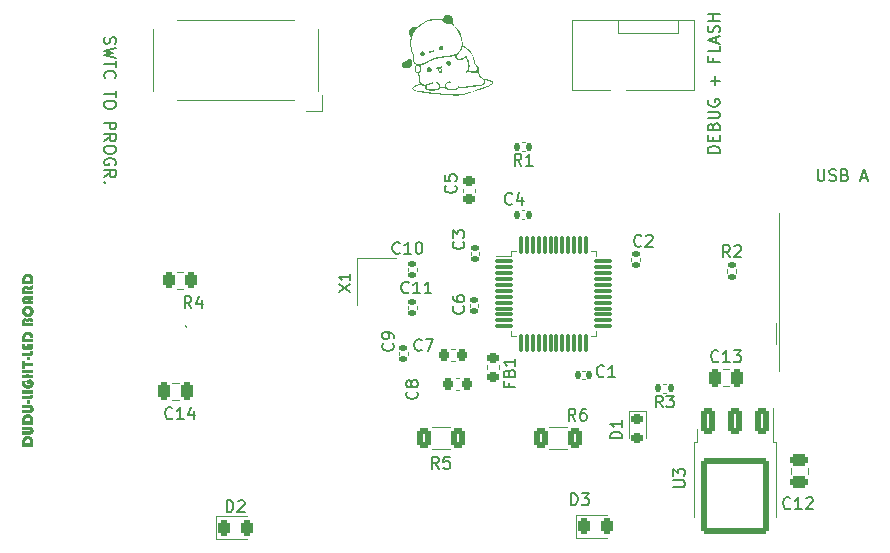
<source format=gbr>
%TF.GenerationSoftware,KiCad,Pcbnew,7.0.10*%
%TF.CreationDate,2024-01-12T17:51:54+01:00*%
%TF.ProjectId,LightDudu4Lila,4c696768-7444-4756-9475-344c696c612e,rev?*%
%TF.SameCoordinates,Original*%
%TF.FileFunction,Legend,Top*%
%TF.FilePolarity,Positive*%
%FSLAX46Y46*%
G04 Gerber Fmt 4.6, Leading zero omitted, Abs format (unit mm)*
G04 Created by KiCad (PCBNEW 7.0.10) date 2024-01-12 17:51:54*
%MOMM*%
%LPD*%
G01*
G04 APERTURE LIST*
G04 Aperture macros list*
%AMRoundRect*
0 Rectangle with rounded corners*
0 $1 Rounding radius*
0 $2 $3 $4 $5 $6 $7 $8 $9 X,Y pos of 4 corners*
0 Add a 4 corners polygon primitive as box body*
4,1,4,$2,$3,$4,$5,$6,$7,$8,$9,$2,$3,0*
0 Add four circle primitives for the rounded corners*
1,1,$1+$1,$2,$3*
1,1,$1+$1,$4,$5*
1,1,$1+$1,$6,$7*
1,1,$1+$1,$8,$9*
0 Add four rect primitives between the rounded corners*
20,1,$1+$1,$2,$3,$4,$5,0*
20,1,$1+$1,$4,$5,$6,$7,0*
20,1,$1+$1,$6,$7,$8,$9,0*
20,1,$1+$1,$8,$9,$2,$3,0*%
G04 Aperture macros list end*
%ADD10C,0.150000*%
%ADD11C,0.120000*%
%ADD12C,0.100000*%
%ADD13RoundRect,0.140000X0.140000X0.170000X-0.140000X0.170000X-0.140000X-0.170000X0.140000X-0.170000X0*%
%ADD14RoundRect,0.250000X-0.250000X-0.475000X0.250000X-0.475000X0.250000X0.475000X-0.250000X0.475000X0*%
%ADD15RoundRect,0.225000X0.225000X0.250000X-0.225000X0.250000X-0.225000X-0.250000X0.225000X-0.250000X0*%
%ADD16C,2.000000*%
%ADD17C,1.700000*%
%ADD18RoundRect,0.250000X-0.312500X-0.625000X0.312500X-0.625000X0.312500X0.625000X-0.312500X0.625000X0*%
%ADD19R,1.500000X1.600000*%
%ADD20C,1.600000*%
%ADD21C,3.000000*%
%ADD22RoundRect,0.140000X0.170000X-0.140000X0.170000X0.140000X-0.170000X0.140000X-0.170000X-0.140000X0*%
%ADD23RoundRect,0.250000X0.312500X0.625000X-0.312500X0.625000X-0.312500X-0.625000X0.312500X-0.625000X0*%
%ADD24C,2.200000*%
%ADD25RoundRect,0.140000X-0.140000X-0.170000X0.140000X-0.170000X0.140000X0.170000X-0.140000X0.170000X0*%
%ADD26RoundRect,0.250000X-0.350000X0.850000X-0.350000X-0.850000X0.350000X-0.850000X0.350000X0.850000X0*%
%ADD27RoundRect,0.249997X-2.650003X2.950003X-2.650003X-2.950003X2.650003X-2.950003X2.650003X2.950003X0*%
%ADD28RoundRect,0.250000X0.262500X0.450000X-0.262500X0.450000X-0.262500X-0.450000X0.262500X-0.450000X0*%
%ADD29RoundRect,0.218750X-0.256250X0.218750X-0.256250X-0.218750X0.256250X-0.218750X0.256250X0.218750X0*%
%ADD30C,1.100000*%
%ADD31R,1.730000X2.030000*%
%ADD32O,1.730000X2.030000*%
%ADD33RoundRect,0.250000X0.475000X-0.250000X0.475000X0.250000X-0.475000X0.250000X-0.475000X-0.250000X0*%
%ADD34RoundRect,0.140000X-0.170000X0.140000X-0.170000X-0.140000X0.170000X-0.140000X0.170000X0.140000X0*%
%ADD35RoundRect,0.243750X-0.243750X-0.456250X0.243750X-0.456250X0.243750X0.456250X-0.243750X0.456250X0*%
%ADD36RoundRect,0.250000X0.250000X0.475000X-0.250000X0.475000X-0.250000X-0.475000X0.250000X-0.475000X0*%
%ADD37RoundRect,0.135000X0.135000X0.185000X-0.135000X0.185000X-0.135000X-0.185000X0.135000X-0.185000X0*%
%ADD38RoundRect,0.135000X-0.185000X0.135000X-0.185000X-0.135000X0.185000X-0.135000X0.185000X0.135000X0*%
%ADD39RoundRect,0.135000X-0.135000X-0.185000X0.135000X-0.185000X0.135000X0.185000X-0.135000X0.185000X0*%
%ADD40R,1.200000X1.400000*%
%ADD41R,0.900000X0.700000*%
%ADD42RoundRect,0.225000X0.250000X-0.225000X0.250000X0.225000X-0.250000X0.225000X-0.250000X-0.225000X0*%
%ADD43RoundRect,0.075000X-0.662500X-0.075000X0.662500X-0.075000X0.662500X0.075000X-0.662500X0.075000X0*%
%ADD44RoundRect,0.075000X-0.075000X-0.662500X0.075000X-0.662500X0.075000X0.662500X-0.075000X0.662500X0*%
G04 APERTURE END LIST*
D10*
X68300600Y-57134360D02*
X68252980Y-57277217D01*
X68252980Y-57277217D02*
X68252980Y-57515312D01*
X68252980Y-57515312D02*
X68300600Y-57610550D01*
X68300600Y-57610550D02*
X68348219Y-57658169D01*
X68348219Y-57658169D02*
X68443457Y-57705788D01*
X68443457Y-57705788D02*
X68538695Y-57705788D01*
X68538695Y-57705788D02*
X68633933Y-57658169D01*
X68633933Y-57658169D02*
X68681552Y-57610550D01*
X68681552Y-57610550D02*
X68729171Y-57515312D01*
X68729171Y-57515312D02*
X68776790Y-57324836D01*
X68776790Y-57324836D02*
X68824409Y-57229598D01*
X68824409Y-57229598D02*
X68872028Y-57181979D01*
X68872028Y-57181979D02*
X68967266Y-57134360D01*
X68967266Y-57134360D02*
X69062504Y-57134360D01*
X69062504Y-57134360D02*
X69157742Y-57181979D01*
X69157742Y-57181979D02*
X69205361Y-57229598D01*
X69205361Y-57229598D02*
X69252980Y-57324836D01*
X69252980Y-57324836D02*
X69252980Y-57562931D01*
X69252980Y-57562931D02*
X69205361Y-57705788D01*
X69252980Y-58039122D02*
X68252980Y-58277217D01*
X68252980Y-58277217D02*
X68967266Y-58467693D01*
X68967266Y-58467693D02*
X68252980Y-58658169D01*
X68252980Y-58658169D02*
X69252980Y-58896265D01*
X69252980Y-59134360D02*
X69252980Y-59705788D01*
X68252980Y-59420074D02*
X69252980Y-59420074D01*
X68348219Y-60610550D02*
X68300600Y-60562931D01*
X68300600Y-60562931D02*
X68252980Y-60420074D01*
X68252980Y-60420074D02*
X68252980Y-60324836D01*
X68252980Y-60324836D02*
X68300600Y-60181979D01*
X68300600Y-60181979D02*
X68395838Y-60086741D01*
X68395838Y-60086741D02*
X68491076Y-60039122D01*
X68491076Y-60039122D02*
X68681552Y-59991503D01*
X68681552Y-59991503D02*
X68824409Y-59991503D01*
X68824409Y-59991503D02*
X69014885Y-60039122D01*
X69014885Y-60039122D02*
X69110123Y-60086741D01*
X69110123Y-60086741D02*
X69205361Y-60181979D01*
X69205361Y-60181979D02*
X69252980Y-60324836D01*
X69252980Y-60324836D02*
X69252980Y-60420074D01*
X69252980Y-60420074D02*
X69205361Y-60562931D01*
X69205361Y-60562931D02*
X69157742Y-60610550D01*
X69252980Y-61658170D02*
X69252980Y-62229598D01*
X68252980Y-61943884D02*
X69252980Y-61943884D01*
X69252980Y-62753408D02*
X69252980Y-62943884D01*
X69252980Y-62943884D02*
X69205361Y-63039122D01*
X69205361Y-63039122D02*
X69110123Y-63134360D01*
X69110123Y-63134360D02*
X68919647Y-63181979D01*
X68919647Y-63181979D02*
X68586314Y-63181979D01*
X68586314Y-63181979D02*
X68395838Y-63134360D01*
X68395838Y-63134360D02*
X68300600Y-63039122D01*
X68300600Y-63039122D02*
X68252980Y-62943884D01*
X68252980Y-62943884D02*
X68252980Y-62753408D01*
X68252980Y-62753408D02*
X68300600Y-62658170D01*
X68300600Y-62658170D02*
X68395838Y-62562932D01*
X68395838Y-62562932D02*
X68586314Y-62515313D01*
X68586314Y-62515313D02*
X68919647Y-62515313D01*
X68919647Y-62515313D02*
X69110123Y-62562932D01*
X69110123Y-62562932D02*
X69205361Y-62658170D01*
X69205361Y-62658170D02*
X69252980Y-62753408D01*
X68252980Y-64372456D02*
X69252980Y-64372456D01*
X69252980Y-64372456D02*
X69252980Y-64753408D01*
X69252980Y-64753408D02*
X69205361Y-64848646D01*
X69205361Y-64848646D02*
X69157742Y-64896265D01*
X69157742Y-64896265D02*
X69062504Y-64943884D01*
X69062504Y-64943884D02*
X68919647Y-64943884D01*
X68919647Y-64943884D02*
X68824409Y-64896265D01*
X68824409Y-64896265D02*
X68776790Y-64848646D01*
X68776790Y-64848646D02*
X68729171Y-64753408D01*
X68729171Y-64753408D02*
X68729171Y-64372456D01*
X68252980Y-65943884D02*
X68729171Y-65610551D01*
X68252980Y-65372456D02*
X69252980Y-65372456D01*
X69252980Y-65372456D02*
X69252980Y-65753408D01*
X69252980Y-65753408D02*
X69205361Y-65848646D01*
X69205361Y-65848646D02*
X69157742Y-65896265D01*
X69157742Y-65896265D02*
X69062504Y-65943884D01*
X69062504Y-65943884D02*
X68919647Y-65943884D01*
X68919647Y-65943884D02*
X68824409Y-65896265D01*
X68824409Y-65896265D02*
X68776790Y-65848646D01*
X68776790Y-65848646D02*
X68729171Y-65753408D01*
X68729171Y-65753408D02*
X68729171Y-65372456D01*
X69252980Y-66562932D02*
X69252980Y-66753408D01*
X69252980Y-66753408D02*
X69205361Y-66848646D01*
X69205361Y-66848646D02*
X69110123Y-66943884D01*
X69110123Y-66943884D02*
X68919647Y-66991503D01*
X68919647Y-66991503D02*
X68586314Y-66991503D01*
X68586314Y-66991503D02*
X68395838Y-66943884D01*
X68395838Y-66943884D02*
X68300600Y-66848646D01*
X68300600Y-66848646D02*
X68252980Y-66753408D01*
X68252980Y-66753408D02*
X68252980Y-66562932D01*
X68252980Y-66562932D02*
X68300600Y-66467694D01*
X68300600Y-66467694D02*
X68395838Y-66372456D01*
X68395838Y-66372456D02*
X68586314Y-66324837D01*
X68586314Y-66324837D02*
X68919647Y-66324837D01*
X68919647Y-66324837D02*
X69110123Y-66372456D01*
X69110123Y-66372456D02*
X69205361Y-66467694D01*
X69205361Y-66467694D02*
X69252980Y-66562932D01*
X69205361Y-67943884D02*
X69252980Y-67848646D01*
X69252980Y-67848646D02*
X69252980Y-67705789D01*
X69252980Y-67705789D02*
X69205361Y-67562932D01*
X69205361Y-67562932D02*
X69110123Y-67467694D01*
X69110123Y-67467694D02*
X69014885Y-67420075D01*
X69014885Y-67420075D02*
X68824409Y-67372456D01*
X68824409Y-67372456D02*
X68681552Y-67372456D01*
X68681552Y-67372456D02*
X68491076Y-67420075D01*
X68491076Y-67420075D02*
X68395838Y-67467694D01*
X68395838Y-67467694D02*
X68300600Y-67562932D01*
X68300600Y-67562932D02*
X68252980Y-67705789D01*
X68252980Y-67705789D02*
X68252980Y-67801027D01*
X68252980Y-67801027D02*
X68300600Y-67943884D01*
X68300600Y-67943884D02*
X68348219Y-67991503D01*
X68348219Y-67991503D02*
X68681552Y-67991503D01*
X68681552Y-67991503D02*
X68681552Y-67801027D01*
X68252980Y-68991503D02*
X68729171Y-68658170D01*
X68252980Y-68420075D02*
X69252980Y-68420075D01*
X69252980Y-68420075D02*
X69252980Y-68801027D01*
X69252980Y-68801027D02*
X69205361Y-68896265D01*
X69205361Y-68896265D02*
X69157742Y-68943884D01*
X69157742Y-68943884D02*
X69062504Y-68991503D01*
X69062504Y-68991503D02*
X68919647Y-68991503D01*
X68919647Y-68991503D02*
X68824409Y-68943884D01*
X68824409Y-68943884D02*
X68776790Y-68896265D01*
X68776790Y-68896265D02*
X68729171Y-68801027D01*
X68729171Y-68801027D02*
X68729171Y-68420075D01*
X68348219Y-69420075D02*
X68300600Y-69467694D01*
X68300600Y-69467694D02*
X68252980Y-69420075D01*
X68252980Y-69420075D02*
X68300600Y-69372456D01*
X68300600Y-69372456D02*
X68348219Y-69420075D01*
X68348219Y-69420075D02*
X68252980Y-69420075D01*
X128657579Y-68313419D02*
X128657579Y-69122942D01*
X128657579Y-69122942D02*
X128705198Y-69218180D01*
X128705198Y-69218180D02*
X128752817Y-69265800D01*
X128752817Y-69265800D02*
X128848055Y-69313419D01*
X128848055Y-69313419D02*
X129038531Y-69313419D01*
X129038531Y-69313419D02*
X129133769Y-69265800D01*
X129133769Y-69265800D02*
X129181388Y-69218180D01*
X129181388Y-69218180D02*
X129229007Y-69122942D01*
X129229007Y-69122942D02*
X129229007Y-68313419D01*
X129657579Y-69265800D02*
X129800436Y-69313419D01*
X129800436Y-69313419D02*
X130038531Y-69313419D01*
X130038531Y-69313419D02*
X130133769Y-69265800D01*
X130133769Y-69265800D02*
X130181388Y-69218180D01*
X130181388Y-69218180D02*
X130229007Y-69122942D01*
X130229007Y-69122942D02*
X130229007Y-69027704D01*
X130229007Y-69027704D02*
X130181388Y-68932466D01*
X130181388Y-68932466D02*
X130133769Y-68884847D01*
X130133769Y-68884847D02*
X130038531Y-68837228D01*
X130038531Y-68837228D02*
X129848055Y-68789609D01*
X129848055Y-68789609D02*
X129752817Y-68741990D01*
X129752817Y-68741990D02*
X129705198Y-68694371D01*
X129705198Y-68694371D02*
X129657579Y-68599133D01*
X129657579Y-68599133D02*
X129657579Y-68503895D01*
X129657579Y-68503895D02*
X129705198Y-68408657D01*
X129705198Y-68408657D02*
X129752817Y-68361038D01*
X129752817Y-68361038D02*
X129848055Y-68313419D01*
X129848055Y-68313419D02*
X130086150Y-68313419D01*
X130086150Y-68313419D02*
X130229007Y-68361038D01*
X130990912Y-68789609D02*
X131133769Y-68837228D01*
X131133769Y-68837228D02*
X131181388Y-68884847D01*
X131181388Y-68884847D02*
X131229007Y-68980085D01*
X131229007Y-68980085D02*
X131229007Y-69122942D01*
X131229007Y-69122942D02*
X131181388Y-69218180D01*
X131181388Y-69218180D02*
X131133769Y-69265800D01*
X131133769Y-69265800D02*
X131038531Y-69313419D01*
X131038531Y-69313419D02*
X130657579Y-69313419D01*
X130657579Y-69313419D02*
X130657579Y-68313419D01*
X130657579Y-68313419D02*
X130990912Y-68313419D01*
X130990912Y-68313419D02*
X131086150Y-68361038D01*
X131086150Y-68361038D02*
X131133769Y-68408657D01*
X131133769Y-68408657D02*
X131181388Y-68503895D01*
X131181388Y-68503895D02*
X131181388Y-68599133D01*
X131181388Y-68599133D02*
X131133769Y-68694371D01*
X131133769Y-68694371D02*
X131086150Y-68741990D01*
X131086150Y-68741990D02*
X130990912Y-68789609D01*
X130990912Y-68789609D02*
X130657579Y-68789609D01*
X132371865Y-69027704D02*
X132848055Y-69027704D01*
X132276627Y-69313419D02*
X132609960Y-68313419D01*
X132609960Y-68313419D02*
X132943293Y-69313419D01*
X120367419Y-66922420D02*
X119367419Y-66922420D01*
X119367419Y-66922420D02*
X119367419Y-66684325D01*
X119367419Y-66684325D02*
X119415038Y-66541468D01*
X119415038Y-66541468D02*
X119510276Y-66446230D01*
X119510276Y-66446230D02*
X119605514Y-66398611D01*
X119605514Y-66398611D02*
X119795990Y-66350992D01*
X119795990Y-66350992D02*
X119938847Y-66350992D01*
X119938847Y-66350992D02*
X120129323Y-66398611D01*
X120129323Y-66398611D02*
X120224561Y-66446230D01*
X120224561Y-66446230D02*
X120319800Y-66541468D01*
X120319800Y-66541468D02*
X120367419Y-66684325D01*
X120367419Y-66684325D02*
X120367419Y-66922420D01*
X119843609Y-65922420D02*
X119843609Y-65589087D01*
X120367419Y-65446230D02*
X120367419Y-65922420D01*
X120367419Y-65922420D02*
X119367419Y-65922420D01*
X119367419Y-65922420D02*
X119367419Y-65446230D01*
X119843609Y-64684325D02*
X119891228Y-64541468D01*
X119891228Y-64541468D02*
X119938847Y-64493849D01*
X119938847Y-64493849D02*
X120034085Y-64446230D01*
X120034085Y-64446230D02*
X120176942Y-64446230D01*
X120176942Y-64446230D02*
X120272180Y-64493849D01*
X120272180Y-64493849D02*
X120319800Y-64541468D01*
X120319800Y-64541468D02*
X120367419Y-64636706D01*
X120367419Y-64636706D02*
X120367419Y-65017658D01*
X120367419Y-65017658D02*
X119367419Y-65017658D01*
X119367419Y-65017658D02*
X119367419Y-64684325D01*
X119367419Y-64684325D02*
X119415038Y-64589087D01*
X119415038Y-64589087D02*
X119462657Y-64541468D01*
X119462657Y-64541468D02*
X119557895Y-64493849D01*
X119557895Y-64493849D02*
X119653133Y-64493849D01*
X119653133Y-64493849D02*
X119748371Y-64541468D01*
X119748371Y-64541468D02*
X119795990Y-64589087D01*
X119795990Y-64589087D02*
X119843609Y-64684325D01*
X119843609Y-64684325D02*
X119843609Y-65017658D01*
X119367419Y-64017658D02*
X120176942Y-64017658D01*
X120176942Y-64017658D02*
X120272180Y-63970039D01*
X120272180Y-63970039D02*
X120319800Y-63922420D01*
X120319800Y-63922420D02*
X120367419Y-63827182D01*
X120367419Y-63827182D02*
X120367419Y-63636706D01*
X120367419Y-63636706D02*
X120319800Y-63541468D01*
X120319800Y-63541468D02*
X120272180Y-63493849D01*
X120272180Y-63493849D02*
X120176942Y-63446230D01*
X120176942Y-63446230D02*
X119367419Y-63446230D01*
X119415038Y-62446230D02*
X119367419Y-62541468D01*
X119367419Y-62541468D02*
X119367419Y-62684325D01*
X119367419Y-62684325D02*
X119415038Y-62827182D01*
X119415038Y-62827182D02*
X119510276Y-62922420D01*
X119510276Y-62922420D02*
X119605514Y-62970039D01*
X119605514Y-62970039D02*
X119795990Y-63017658D01*
X119795990Y-63017658D02*
X119938847Y-63017658D01*
X119938847Y-63017658D02*
X120129323Y-62970039D01*
X120129323Y-62970039D02*
X120224561Y-62922420D01*
X120224561Y-62922420D02*
X120319800Y-62827182D01*
X120319800Y-62827182D02*
X120367419Y-62684325D01*
X120367419Y-62684325D02*
X120367419Y-62589087D01*
X120367419Y-62589087D02*
X120319800Y-62446230D01*
X120319800Y-62446230D02*
X120272180Y-62398611D01*
X120272180Y-62398611D02*
X119938847Y-62398611D01*
X119938847Y-62398611D02*
X119938847Y-62589087D01*
X119986466Y-61208134D02*
X119986466Y-60446230D01*
X120367419Y-60827182D02*
X119605514Y-60827182D01*
X119843609Y-58874801D02*
X119843609Y-59208134D01*
X120367419Y-59208134D02*
X119367419Y-59208134D01*
X119367419Y-59208134D02*
X119367419Y-58731944D01*
X120367419Y-57874801D02*
X120367419Y-58350991D01*
X120367419Y-58350991D02*
X119367419Y-58350991D01*
X120081704Y-57589086D02*
X120081704Y-57112896D01*
X120367419Y-57684324D02*
X119367419Y-57350991D01*
X119367419Y-57350991D02*
X120367419Y-57017658D01*
X120319800Y-56731943D02*
X120367419Y-56589086D01*
X120367419Y-56589086D02*
X120367419Y-56350991D01*
X120367419Y-56350991D02*
X120319800Y-56255753D01*
X120319800Y-56255753D02*
X120272180Y-56208134D01*
X120272180Y-56208134D02*
X120176942Y-56160515D01*
X120176942Y-56160515D02*
X120081704Y-56160515D01*
X120081704Y-56160515D02*
X119986466Y-56208134D01*
X119986466Y-56208134D02*
X119938847Y-56255753D01*
X119938847Y-56255753D02*
X119891228Y-56350991D01*
X119891228Y-56350991D02*
X119843609Y-56541467D01*
X119843609Y-56541467D02*
X119795990Y-56636705D01*
X119795990Y-56636705D02*
X119748371Y-56684324D01*
X119748371Y-56684324D02*
X119653133Y-56731943D01*
X119653133Y-56731943D02*
X119557895Y-56731943D01*
X119557895Y-56731943D02*
X119462657Y-56684324D01*
X119462657Y-56684324D02*
X119415038Y-56636705D01*
X119415038Y-56636705D02*
X119367419Y-56541467D01*
X119367419Y-56541467D02*
X119367419Y-56303372D01*
X119367419Y-56303372D02*
X119415038Y-56160515D01*
X120367419Y-55731943D02*
X119367419Y-55731943D01*
X119843609Y-55731943D02*
X119843609Y-55160515D01*
X120367419Y-55160515D02*
X119367419Y-55160515D01*
G36*
X61591043Y-91524241D02*
G01*
X62263200Y-91524241D01*
X62263200Y-91803166D01*
X61325307Y-91803166D01*
X61325307Y-91439733D01*
X61325412Y-91424889D01*
X61325729Y-91410249D01*
X61326256Y-91395811D01*
X61326994Y-91381576D01*
X61327943Y-91367544D01*
X61329102Y-91353714D01*
X61330473Y-91340088D01*
X61332054Y-91326663D01*
X61333846Y-91313442D01*
X61335849Y-91300424D01*
X61338063Y-91287608D01*
X61340488Y-91274995D01*
X61343124Y-91262584D01*
X61345970Y-91250377D01*
X61349028Y-91238372D01*
X61352296Y-91226570D01*
X61355775Y-91214970D01*
X61359465Y-91203574D01*
X61363365Y-91192380D01*
X61367477Y-91181389D01*
X61371799Y-91170600D01*
X61376333Y-91160014D01*
X61381077Y-91149632D01*
X61386032Y-91139451D01*
X61391198Y-91129474D01*
X61396574Y-91119699D01*
X61402162Y-91110127D01*
X61407960Y-91100758D01*
X61413970Y-91091591D01*
X61420190Y-91082628D01*
X61426621Y-91073867D01*
X61433262Y-91065308D01*
X61441413Y-91055421D01*
X61449744Y-91045847D01*
X61458256Y-91036587D01*
X61466949Y-91027642D01*
X61475822Y-91019010D01*
X61484877Y-91010691D01*
X61494112Y-91002687D01*
X61503528Y-90994997D01*
X61513125Y-90987621D01*
X61522902Y-90980558D01*
X61532861Y-90973809D01*
X61543000Y-90967375D01*
X61553320Y-90961254D01*
X61563821Y-90955447D01*
X61574502Y-90949954D01*
X61585365Y-90944775D01*
X61596408Y-90939909D01*
X61607632Y-90935358D01*
X61619036Y-90931120D01*
X61630622Y-90927197D01*
X61642388Y-90923587D01*
X61654335Y-90920291D01*
X61666463Y-90917309D01*
X61678772Y-90914641D01*
X61691262Y-90912287D01*
X61703932Y-90910247D01*
X61716783Y-90908520D01*
X61729815Y-90907108D01*
X61743028Y-90906009D01*
X61756421Y-90905224D01*
X61769996Y-90904754D01*
X61783751Y-90904597D01*
X61796910Y-90904731D01*
X61809916Y-90905134D01*
X61822771Y-90905805D01*
X61835473Y-90906745D01*
X61848023Y-90907954D01*
X61860421Y-90909431D01*
X61872667Y-90911177D01*
X61884760Y-90913191D01*
X61896702Y-90915474D01*
X61908491Y-90918025D01*
X61920128Y-90920845D01*
X61931613Y-90923934D01*
X61942946Y-90927291D01*
X61954126Y-90930917D01*
X61965155Y-90934811D01*
X61976031Y-90938974D01*
X61986755Y-90943405D01*
X61997327Y-90948105D01*
X62007747Y-90953074D01*
X62018014Y-90958311D01*
X62028129Y-90963817D01*
X62038093Y-90969591D01*
X62047903Y-90975634D01*
X62057562Y-90981945D01*
X62067069Y-90988525D01*
X62076423Y-90995374D01*
X62085626Y-91002491D01*
X62094676Y-91009877D01*
X62103574Y-91017531D01*
X62112319Y-91025454D01*
X62120913Y-91033645D01*
X62129354Y-91042105D01*
X62137589Y-91050762D01*
X62145562Y-91059572D01*
X62153274Y-91068538D01*
X62160724Y-91077658D01*
X62167913Y-91086932D01*
X62174841Y-91096362D01*
X62181507Y-91105945D01*
X62187912Y-91115683D01*
X62194055Y-91125576D01*
X62199937Y-91135624D01*
X62205557Y-91145825D01*
X62210916Y-91156182D01*
X62216014Y-91166693D01*
X62220850Y-91177359D01*
X62225425Y-91188179D01*
X62229738Y-91199153D01*
X62233790Y-91210283D01*
X62237581Y-91221567D01*
X62241110Y-91233005D01*
X62244378Y-91244598D01*
X62247384Y-91256345D01*
X62250129Y-91268247D01*
X62252612Y-91280304D01*
X62254834Y-91292515D01*
X62256795Y-91304881D01*
X62258494Y-91317401D01*
X62259932Y-91330076D01*
X62261108Y-91342906D01*
X62262023Y-91355890D01*
X62262677Y-91369028D01*
X62263069Y-91382321D01*
X62263200Y-91395769D01*
X62263294Y-91406428D01*
X62263517Y-91417042D01*
X62263871Y-91429230D01*
X62264249Y-91440114D01*
X62264711Y-91452006D01*
X62265256Y-91464905D01*
X62265721Y-91475240D01*
X62265886Y-91478812D01*
X61997463Y-91478812D01*
X61997463Y-91434115D01*
X61997259Y-91419118D01*
X61996645Y-91404598D01*
X61995621Y-91390553D01*
X61994189Y-91376985D01*
X61992347Y-91363893D01*
X61990096Y-91351277D01*
X61987435Y-91339137D01*
X61984366Y-91327473D01*
X61980887Y-91316285D01*
X61976998Y-91305573D01*
X61972701Y-91295337D01*
X61967994Y-91285577D01*
X61962878Y-91276294D01*
X61957352Y-91267486D01*
X61951417Y-91259155D01*
X61945073Y-91251299D01*
X61938320Y-91243920D01*
X61931157Y-91237017D01*
X61923585Y-91230590D01*
X61915604Y-91224639D01*
X61907213Y-91219164D01*
X61898413Y-91214165D01*
X61889204Y-91209642D01*
X61879586Y-91205595D01*
X61869558Y-91202025D01*
X61859121Y-91198930D01*
X61848274Y-91196312D01*
X61837019Y-91194169D01*
X61825354Y-91192503D01*
X61813279Y-91191313D01*
X61800796Y-91190599D01*
X61787903Y-91190361D01*
X61775791Y-91190595D01*
X61764064Y-91191297D01*
X61752722Y-91192467D01*
X61741764Y-91194104D01*
X61731190Y-91196210D01*
X61721001Y-91198784D01*
X61711197Y-91201826D01*
X61701777Y-91205336D01*
X61692741Y-91209314D01*
X61675824Y-91218673D01*
X61660444Y-91229904D01*
X61646602Y-91243008D01*
X61634298Y-91257983D01*
X61628723Y-91266172D01*
X61623533Y-91274830D01*
X61618727Y-91283955D01*
X61614305Y-91293549D01*
X61610268Y-91303610D01*
X61606615Y-91314140D01*
X61603347Y-91325137D01*
X61600463Y-91336602D01*
X61597964Y-91348536D01*
X61595849Y-91360937D01*
X61594119Y-91373806D01*
X61592773Y-91387143D01*
X61591812Y-91400949D01*
X61591235Y-91415222D01*
X61591043Y-91429963D01*
X61591043Y-91524241D01*
G37*
G36*
X61325307Y-90120333D02*
G01*
X61932006Y-90120333D01*
X61942261Y-90120427D01*
X61952385Y-90120708D01*
X61962380Y-90121176D01*
X61972245Y-90121833D01*
X61981981Y-90122676D01*
X62001062Y-90124926D01*
X62019625Y-90127926D01*
X62037668Y-90131675D01*
X62055192Y-90136174D01*
X62072198Y-90141424D01*
X62088684Y-90147423D01*
X62104652Y-90154172D01*
X62120100Y-90161671D01*
X62135029Y-90169920D01*
X62149440Y-90178919D01*
X62163331Y-90188668D01*
X62176703Y-90199166D01*
X62189556Y-90210415D01*
X62195788Y-90216320D01*
X62207737Y-90228536D01*
X62218915Y-90241248D01*
X62229322Y-90254456D01*
X62238958Y-90268161D01*
X62247824Y-90282361D01*
X62255918Y-90297058D01*
X62263241Y-90312250D01*
X62269794Y-90327939D01*
X62275576Y-90344124D01*
X62280587Y-90360805D01*
X62284826Y-90377982D01*
X62288295Y-90395656D01*
X62290994Y-90413825D01*
X62292921Y-90432490D01*
X62294077Y-90451652D01*
X62294366Y-90461419D01*
X62294463Y-90471310D01*
X62294369Y-90481159D01*
X62293621Y-90500422D01*
X62292125Y-90519103D01*
X62289881Y-90537202D01*
X62286889Y-90554718D01*
X62283149Y-90571653D01*
X62278661Y-90588006D01*
X62273425Y-90603777D01*
X62267441Y-90618966D01*
X62260709Y-90633573D01*
X62253229Y-90647598D01*
X62245001Y-90661040D01*
X62236026Y-90673901D01*
X62226302Y-90686180D01*
X62215830Y-90697877D01*
X62204610Y-90708992D01*
X62198719Y-90714331D01*
X62186394Y-90724506D01*
X62173414Y-90734023D01*
X62159779Y-90742885D01*
X62145490Y-90751090D01*
X62130546Y-90758639D01*
X62114948Y-90765531D01*
X62098695Y-90771767D01*
X62081788Y-90777346D01*
X62064226Y-90782269D01*
X62046010Y-90786536D01*
X62027140Y-90790146D01*
X62017459Y-90791705D01*
X62007615Y-90793100D01*
X61997607Y-90794330D01*
X61987435Y-90795397D01*
X61977100Y-90796300D01*
X61966601Y-90797038D01*
X61955938Y-90797612D01*
X61945112Y-90798023D01*
X61934123Y-90798269D01*
X61922969Y-90798351D01*
X61325307Y-90798351D01*
X61325307Y-90519670D01*
X61922481Y-90519670D01*
X61933454Y-90519430D01*
X61943718Y-90518712D01*
X61957788Y-90516736D01*
X61970266Y-90513683D01*
X61981150Y-90509552D01*
X61990441Y-90504344D01*
X61998140Y-90498057D01*
X62005927Y-90488000D01*
X62010883Y-90476026D01*
X62012741Y-90465789D01*
X62013095Y-90458365D01*
X62012298Y-90447802D01*
X62009909Y-90438278D01*
X62004246Y-90427195D01*
X61995751Y-90417960D01*
X61987521Y-90412245D01*
X61977699Y-90407570D01*
X61966283Y-90403934D01*
X61953275Y-90401336D01*
X61938674Y-90399778D01*
X61928056Y-90399316D01*
X61922481Y-90399258D01*
X61325307Y-90399258D01*
X61325307Y-90120333D01*
G37*
G36*
X61591043Y-89676788D02*
G01*
X62263200Y-89676788D01*
X62263200Y-89955713D01*
X61325307Y-89955713D01*
X61325307Y-89592280D01*
X61325412Y-89577437D01*
X61325729Y-89562796D01*
X61326256Y-89548358D01*
X61326994Y-89534123D01*
X61327943Y-89520091D01*
X61329102Y-89506261D01*
X61330473Y-89492635D01*
X61332054Y-89479211D01*
X61333846Y-89465989D01*
X61335849Y-89452971D01*
X61338063Y-89440155D01*
X61340488Y-89427542D01*
X61343124Y-89415131D01*
X61345970Y-89402924D01*
X61349028Y-89390919D01*
X61352296Y-89379117D01*
X61355775Y-89367517D01*
X61359465Y-89356121D01*
X61363365Y-89344927D01*
X61367477Y-89333936D01*
X61371799Y-89323147D01*
X61376333Y-89312562D01*
X61381077Y-89302179D01*
X61386032Y-89291998D01*
X61391198Y-89282021D01*
X61396574Y-89272246D01*
X61402162Y-89262674D01*
X61407960Y-89253305D01*
X61413970Y-89244139D01*
X61420190Y-89235175D01*
X61426621Y-89226414D01*
X61433262Y-89217855D01*
X61441413Y-89207968D01*
X61449744Y-89198394D01*
X61458256Y-89189135D01*
X61466949Y-89180189D01*
X61475822Y-89171557D01*
X61484877Y-89163239D01*
X61494112Y-89155234D01*
X61503528Y-89147544D01*
X61513125Y-89140168D01*
X61522902Y-89133105D01*
X61532861Y-89126356D01*
X61543000Y-89119922D01*
X61553320Y-89113801D01*
X61563821Y-89107994D01*
X61574502Y-89102501D01*
X61585365Y-89097322D01*
X61596408Y-89092456D01*
X61607632Y-89087905D01*
X61619036Y-89083667D01*
X61630622Y-89079744D01*
X61642388Y-89076134D01*
X61654335Y-89072838D01*
X61666463Y-89069856D01*
X61678772Y-89067188D01*
X61691262Y-89064834D01*
X61703932Y-89062794D01*
X61716783Y-89061067D01*
X61729815Y-89059655D01*
X61743028Y-89058556D01*
X61756421Y-89057771D01*
X61769996Y-89057301D01*
X61783751Y-89057144D01*
X61796910Y-89057278D01*
X61809916Y-89057681D01*
X61822771Y-89058352D01*
X61835473Y-89059292D01*
X61848023Y-89060501D01*
X61860421Y-89061978D01*
X61872667Y-89063724D01*
X61884760Y-89065738D01*
X61896702Y-89068021D01*
X61908491Y-89070572D01*
X61920128Y-89073392D01*
X61931613Y-89076481D01*
X61942946Y-89079838D01*
X61954126Y-89083464D01*
X61965155Y-89087358D01*
X61976031Y-89091521D01*
X61986755Y-89095952D01*
X61997327Y-89100652D01*
X62007747Y-89105621D01*
X62018014Y-89110858D01*
X62028129Y-89116364D01*
X62038093Y-89122138D01*
X62047903Y-89128181D01*
X62057562Y-89134492D01*
X62067069Y-89141072D01*
X62076423Y-89147921D01*
X62085626Y-89155038D01*
X62094676Y-89162424D01*
X62103574Y-89170078D01*
X62112319Y-89178001D01*
X62120913Y-89186192D01*
X62129354Y-89194652D01*
X62137589Y-89203309D01*
X62145562Y-89212120D01*
X62153274Y-89221085D01*
X62160724Y-89230205D01*
X62167913Y-89239480D01*
X62174841Y-89248909D01*
X62181507Y-89258492D01*
X62187912Y-89268231D01*
X62194055Y-89278123D01*
X62199937Y-89288171D01*
X62205557Y-89298373D01*
X62210916Y-89308729D01*
X62216014Y-89319240D01*
X62220850Y-89329906D01*
X62225425Y-89340726D01*
X62229738Y-89351701D01*
X62233790Y-89362830D01*
X62237581Y-89374114D01*
X62241110Y-89385552D01*
X62244378Y-89397145D01*
X62247384Y-89408892D01*
X62250129Y-89420795D01*
X62252612Y-89432851D01*
X62254834Y-89445062D01*
X62256795Y-89457428D01*
X62258494Y-89469948D01*
X62259932Y-89482623D01*
X62261108Y-89495453D01*
X62262023Y-89508437D01*
X62262677Y-89521575D01*
X62263069Y-89534868D01*
X62263200Y-89548316D01*
X62263294Y-89558975D01*
X62263517Y-89569589D01*
X62263871Y-89581777D01*
X62264249Y-89592661D01*
X62264711Y-89604553D01*
X62265256Y-89617452D01*
X62265721Y-89627788D01*
X62265886Y-89631359D01*
X61997463Y-89631359D01*
X61997463Y-89586662D01*
X61997259Y-89571666D01*
X61996645Y-89557145D01*
X61995621Y-89543101D01*
X61994189Y-89529532D01*
X61992347Y-89516440D01*
X61990096Y-89503824D01*
X61987435Y-89491684D01*
X61984366Y-89480020D01*
X61980887Y-89468832D01*
X61976998Y-89458120D01*
X61972701Y-89447884D01*
X61967994Y-89438124D01*
X61962878Y-89428841D01*
X61957352Y-89420033D01*
X61951417Y-89411702D01*
X61945073Y-89403846D01*
X61938320Y-89396467D01*
X61931157Y-89389564D01*
X61923585Y-89383137D01*
X61915604Y-89377186D01*
X61907213Y-89371711D01*
X61898413Y-89366712D01*
X61889204Y-89362189D01*
X61879586Y-89358142D01*
X61869558Y-89354572D01*
X61859121Y-89351477D01*
X61848274Y-89348859D01*
X61837019Y-89346716D01*
X61825354Y-89345050D01*
X61813279Y-89343860D01*
X61800796Y-89343146D01*
X61787903Y-89342908D01*
X61775791Y-89343142D01*
X61764064Y-89343844D01*
X61752722Y-89345014D01*
X61741764Y-89346652D01*
X61731190Y-89348757D01*
X61721001Y-89351331D01*
X61711197Y-89354373D01*
X61701777Y-89357883D01*
X61692741Y-89361861D01*
X61675824Y-89371220D01*
X61660444Y-89382452D01*
X61646602Y-89395555D01*
X61634298Y-89410530D01*
X61628723Y-89418719D01*
X61623533Y-89427377D01*
X61618727Y-89436502D01*
X61614305Y-89446096D01*
X61610268Y-89456157D01*
X61606615Y-89466687D01*
X61603347Y-89477684D01*
X61600463Y-89489149D01*
X61597964Y-89501083D01*
X61595849Y-89513484D01*
X61594119Y-89526353D01*
X61592773Y-89539690D01*
X61591812Y-89553496D01*
X61591235Y-89567769D01*
X61591043Y-89582510D01*
X61591043Y-89676788D01*
G37*
G36*
X61325307Y-88272880D02*
G01*
X61932006Y-88272880D01*
X61942261Y-88272974D01*
X61952385Y-88273255D01*
X61962380Y-88273724D01*
X61972245Y-88274380D01*
X61981981Y-88275223D01*
X62001062Y-88277473D01*
X62019625Y-88280473D01*
X62037668Y-88284222D01*
X62055192Y-88288722D01*
X62072198Y-88293971D01*
X62088684Y-88299970D01*
X62104652Y-88306719D01*
X62120100Y-88314218D01*
X62135029Y-88322467D01*
X62149440Y-88331466D01*
X62163331Y-88341215D01*
X62176703Y-88351713D01*
X62189556Y-88362962D01*
X62195788Y-88368867D01*
X62207737Y-88381083D01*
X62218915Y-88393795D01*
X62229322Y-88407004D01*
X62238958Y-88420708D01*
X62247824Y-88434908D01*
X62255918Y-88449605D01*
X62263241Y-88464798D01*
X62269794Y-88480486D01*
X62275576Y-88496671D01*
X62280587Y-88513352D01*
X62284826Y-88530529D01*
X62288295Y-88548203D01*
X62290994Y-88566372D01*
X62292921Y-88585038D01*
X62294077Y-88604199D01*
X62294366Y-88613966D01*
X62294463Y-88623857D01*
X62294369Y-88633706D01*
X62293621Y-88652969D01*
X62292125Y-88671650D01*
X62289881Y-88689749D01*
X62286889Y-88707266D01*
X62283149Y-88724200D01*
X62278661Y-88740553D01*
X62273425Y-88756324D01*
X62267441Y-88771513D01*
X62260709Y-88786120D01*
X62253229Y-88800145D01*
X62245001Y-88813588D01*
X62236026Y-88826448D01*
X62226302Y-88838727D01*
X62215830Y-88850424D01*
X62204610Y-88861539D01*
X62198719Y-88866878D01*
X62186394Y-88877053D01*
X62173414Y-88886571D01*
X62159779Y-88895432D01*
X62145490Y-88903637D01*
X62130546Y-88911186D01*
X62114948Y-88918078D01*
X62098695Y-88924314D01*
X62081788Y-88929893D01*
X62064226Y-88934816D01*
X62046010Y-88939083D01*
X62027140Y-88942693D01*
X62017459Y-88944252D01*
X62007615Y-88945647D01*
X61997607Y-88946878D01*
X61987435Y-88947944D01*
X61977100Y-88948847D01*
X61966601Y-88949585D01*
X61955938Y-88950160D01*
X61945112Y-88950570D01*
X61934123Y-88950816D01*
X61922969Y-88950898D01*
X61325307Y-88950898D01*
X61325307Y-88672217D01*
X61922481Y-88672217D01*
X61933454Y-88671977D01*
X61943718Y-88671259D01*
X61957788Y-88669283D01*
X61970266Y-88666230D01*
X61981150Y-88662099D01*
X61990441Y-88656891D01*
X61998140Y-88650605D01*
X62005927Y-88640547D01*
X62010883Y-88628573D01*
X62012741Y-88618336D01*
X62013095Y-88610912D01*
X62012298Y-88600349D01*
X62009909Y-88590825D01*
X62004246Y-88579742D01*
X61995751Y-88570507D01*
X61987521Y-88564793D01*
X61977699Y-88560117D01*
X61966283Y-88556481D01*
X61953275Y-88553883D01*
X61938674Y-88552325D01*
X61928056Y-88551863D01*
X61922481Y-88551805D01*
X61325307Y-88551805D01*
X61325307Y-88272880D01*
G37*
G36*
X61762990Y-87888442D02*
G01*
X61950569Y-87888442D01*
X61950569Y-88202294D01*
X61762990Y-88202294D01*
X61762990Y-87888442D01*
G37*
G36*
X61325307Y-87815657D02*
G01*
X61325307Y-87536976D01*
X61880959Y-87536976D01*
X61892848Y-87536792D01*
X61903969Y-87536238D01*
X61914321Y-87535315D01*
X61926928Y-87533510D01*
X61938169Y-87531048D01*
X61948043Y-87527930D01*
X61958466Y-87523110D01*
X61966753Y-87517264D01*
X61968154Y-87515971D01*
X61974416Y-87508411D01*
X61979617Y-87498860D01*
X61983757Y-87487317D01*
X61986304Y-87476648D01*
X61988172Y-87464705D01*
X61989128Y-87454912D01*
X61989701Y-87444401D01*
X61989892Y-87433173D01*
X61989892Y-87418763D01*
X62263200Y-87418763D01*
X62263200Y-87493012D01*
X62262851Y-87511801D01*
X62261807Y-87530065D01*
X62260065Y-87547804D01*
X62257628Y-87565018D01*
X62254494Y-87581708D01*
X62250663Y-87597873D01*
X62246136Y-87613513D01*
X62240912Y-87628628D01*
X62234992Y-87643219D01*
X62228376Y-87657285D01*
X62221063Y-87670826D01*
X62213053Y-87683842D01*
X62204347Y-87696334D01*
X62194945Y-87708301D01*
X62184846Y-87719743D01*
X62174051Y-87730661D01*
X62162606Y-87740953D01*
X62150619Y-87750582D01*
X62138090Y-87759546D01*
X62125019Y-87767847D01*
X62111406Y-87775483D01*
X62097252Y-87782456D01*
X62082555Y-87788764D01*
X62067317Y-87794408D01*
X62051536Y-87799388D01*
X62035214Y-87803705D01*
X62018350Y-87807357D01*
X62000944Y-87810345D01*
X61982996Y-87812669D01*
X61964506Y-87814329D01*
X61945474Y-87815325D01*
X61925900Y-87815657D01*
X61325307Y-87815657D01*
G37*
G36*
X61325307Y-87048735D02*
G01*
X62263200Y-87048735D01*
X62263200Y-87327660D01*
X61325307Y-87327660D01*
X61325307Y-87048735D01*
G37*
G36*
X61731727Y-86466460D02*
G01*
X61731727Y-86200724D01*
X61745421Y-86190313D01*
X61759208Y-86180574D01*
X61773089Y-86171506D01*
X61787063Y-86163110D01*
X61801131Y-86155386D01*
X61815292Y-86148333D01*
X61829547Y-86141953D01*
X61843896Y-86136243D01*
X61858337Y-86131206D01*
X61872873Y-86126840D01*
X61887502Y-86123146D01*
X61902224Y-86120123D01*
X61917040Y-86117773D01*
X61931949Y-86116093D01*
X61946952Y-86115086D01*
X61962048Y-86114750D01*
X61979488Y-86115143D01*
X61996574Y-86116322D01*
X62013308Y-86118288D01*
X62029688Y-86121039D01*
X62045716Y-86124577D01*
X62061390Y-86128901D01*
X62076711Y-86134011D01*
X62091680Y-86139907D01*
X62106295Y-86146589D01*
X62120558Y-86154058D01*
X62134467Y-86162313D01*
X62148024Y-86171353D01*
X62161227Y-86181180D01*
X62174078Y-86191793D01*
X62186575Y-86203193D01*
X62198719Y-86215378D01*
X62210313Y-86228138D01*
X62221159Y-86241260D01*
X62231257Y-86254745D01*
X62240607Y-86268593D01*
X62249209Y-86282803D01*
X62257063Y-86297375D01*
X62264169Y-86312310D01*
X62270527Y-86327608D01*
X62276137Y-86343268D01*
X62280999Y-86359291D01*
X62285113Y-86375676D01*
X62288479Y-86392424D01*
X62291097Y-86409534D01*
X62292967Y-86427007D01*
X62294089Y-86444842D01*
X62294463Y-86463040D01*
X62294321Y-86474921D01*
X62293897Y-86486690D01*
X62293190Y-86498346D01*
X62292200Y-86509889D01*
X62290927Y-86521320D01*
X62289371Y-86532638D01*
X62287532Y-86543844D01*
X62285410Y-86554937D01*
X62283006Y-86565917D01*
X62280318Y-86576785D01*
X62277348Y-86587540D01*
X62274095Y-86598183D01*
X62270559Y-86608713D01*
X62266740Y-86619131D01*
X62262638Y-86629436D01*
X62258254Y-86639628D01*
X62253586Y-86649708D01*
X62248636Y-86659675D01*
X62243402Y-86669530D01*
X62237886Y-86679272D01*
X62232087Y-86688901D01*
X62226005Y-86698418D01*
X62219640Y-86707822D01*
X62212992Y-86717114D01*
X62206062Y-86726293D01*
X62198848Y-86735360D01*
X62191352Y-86744314D01*
X62183573Y-86753155D01*
X62175510Y-86761884D01*
X62167165Y-86770500D01*
X62158537Y-86779004D01*
X62149627Y-86787395D01*
X62140497Y-86795584D01*
X62131244Y-86803514D01*
X62121868Y-86811184D01*
X62112368Y-86818593D01*
X62102745Y-86825743D01*
X62092998Y-86832632D01*
X62083127Y-86839262D01*
X62073133Y-86845632D01*
X62063015Y-86851741D01*
X62052774Y-86857591D01*
X62042409Y-86863181D01*
X62031921Y-86868510D01*
X62021309Y-86873580D01*
X62010573Y-86878390D01*
X61999714Y-86882939D01*
X61988732Y-86887229D01*
X61977625Y-86891259D01*
X61966396Y-86895029D01*
X61955043Y-86898539D01*
X61943566Y-86901788D01*
X61931965Y-86904778D01*
X61920242Y-86907508D01*
X61908394Y-86909978D01*
X61896423Y-86912188D01*
X61884329Y-86914138D01*
X61872110Y-86915828D01*
X61859769Y-86917257D01*
X61847304Y-86918427D01*
X61834715Y-86919337D01*
X61822002Y-86919987D01*
X61809167Y-86920377D01*
X61796207Y-86920507D01*
X61783224Y-86920375D01*
X61770378Y-86919978D01*
X61757668Y-86919316D01*
X61745096Y-86918389D01*
X61732660Y-86917198D01*
X61720361Y-86915742D01*
X61708199Y-86914021D01*
X61696174Y-86912035D01*
X61684286Y-86909785D01*
X61672535Y-86907269D01*
X61660921Y-86904490D01*
X61649444Y-86901445D01*
X61638104Y-86898135D01*
X61626900Y-86894561D01*
X61615834Y-86890722D01*
X61604904Y-86886619D01*
X61594111Y-86882250D01*
X61583455Y-86877617D01*
X61572937Y-86872719D01*
X61562555Y-86867556D01*
X61552309Y-86862129D01*
X61542201Y-86856436D01*
X61532230Y-86850479D01*
X61522396Y-86844258D01*
X61512698Y-86837771D01*
X61503138Y-86831020D01*
X61493714Y-86824004D01*
X61484427Y-86816723D01*
X61475278Y-86809178D01*
X61466265Y-86801367D01*
X61457389Y-86793292D01*
X61448650Y-86784952D01*
X61440099Y-86776399D01*
X61431821Y-86767714D01*
X61423813Y-86758898D01*
X61416078Y-86749949D01*
X61408613Y-86740869D01*
X61401420Y-86731658D01*
X61394499Y-86722315D01*
X61387848Y-86712840D01*
X61381470Y-86703233D01*
X61375362Y-86693495D01*
X61369527Y-86683625D01*
X61363962Y-86673624D01*
X61358669Y-86663490D01*
X61353648Y-86653225D01*
X61348898Y-86642829D01*
X61344419Y-86632301D01*
X61340212Y-86621641D01*
X61336276Y-86610849D01*
X61332612Y-86599926D01*
X61329219Y-86588871D01*
X61326097Y-86577685D01*
X61323247Y-86566367D01*
X61320668Y-86554917D01*
X61318361Y-86543335D01*
X61316326Y-86531622D01*
X61314561Y-86519777D01*
X61313068Y-86507801D01*
X61311847Y-86495693D01*
X61310897Y-86483453D01*
X61310218Y-86471081D01*
X61309811Y-86458578D01*
X61309675Y-86445943D01*
X61309856Y-86432804D01*
X61310397Y-86419399D01*
X61311298Y-86405728D01*
X61312561Y-86391790D01*
X61314183Y-86377586D01*
X61316167Y-86363116D01*
X61317690Y-86353322D01*
X61319373Y-86343409D01*
X61321216Y-86333378D01*
X61323219Y-86323229D01*
X61325383Y-86312961D01*
X61327707Y-86302575D01*
X61330192Y-86292070D01*
X61605698Y-86292070D01*
X61603079Y-86304332D01*
X61600717Y-86316388D01*
X61598614Y-86328237D01*
X61596768Y-86339881D01*
X61595179Y-86351318D01*
X61593848Y-86362550D01*
X61592775Y-86373575D01*
X61591959Y-86384394D01*
X61591401Y-86395007D01*
X61591100Y-86405414D01*
X61591043Y-86412238D01*
X61591283Y-86424371D01*
X61592001Y-86436223D01*
X61593198Y-86447795D01*
X61594875Y-86459087D01*
X61597030Y-86470098D01*
X61599664Y-86480828D01*
X61602777Y-86491278D01*
X61606369Y-86501448D01*
X61610440Y-86511337D01*
X61614990Y-86520945D01*
X61620019Y-86530273D01*
X61625527Y-86539320D01*
X61631514Y-86548087D01*
X61637980Y-86556574D01*
X61644924Y-86564780D01*
X61652348Y-86572705D01*
X61660154Y-86580218D01*
X61668247Y-86587246D01*
X61676625Y-86593789D01*
X61685290Y-86599847D01*
X61694242Y-86605421D01*
X61703479Y-86610510D01*
X61713002Y-86615114D01*
X61722812Y-86619234D01*
X61732908Y-86622869D01*
X61743290Y-86626019D01*
X61753959Y-86628685D01*
X61764914Y-86630866D01*
X61776154Y-86632562D01*
X61787682Y-86633774D01*
X61799495Y-86634501D01*
X61811594Y-86634743D01*
X61823920Y-86634518D01*
X61835923Y-86633842D01*
X61847604Y-86632717D01*
X61858962Y-86631141D01*
X61869998Y-86629114D01*
X61880711Y-86626637D01*
X61891102Y-86623710D01*
X61901171Y-86620333D01*
X61910916Y-86616505D01*
X61920340Y-86612227D01*
X61929441Y-86607499D01*
X61938219Y-86602320D01*
X61946675Y-86596691D01*
X61954809Y-86590611D01*
X61962620Y-86584082D01*
X61970108Y-86577102D01*
X61977206Y-86569709D01*
X61983847Y-86562001D01*
X61990029Y-86553978D01*
X61995754Y-86545640D01*
X62001020Y-86536988D01*
X62005829Y-86528020D01*
X62010179Y-86518738D01*
X62014072Y-86509141D01*
X62017506Y-86499229D01*
X62020483Y-86489003D01*
X62023002Y-86478461D01*
X62025063Y-86467605D01*
X62026666Y-86456433D01*
X62027810Y-86444947D01*
X62028497Y-86433146D01*
X62028726Y-86421031D01*
X62028336Y-86409857D01*
X62027164Y-86399781D01*
X62024385Y-86388058D01*
X62020218Y-86378288D01*
X62013055Y-86368824D01*
X62003722Y-86362412D01*
X61992218Y-86359054D01*
X61984274Y-86358504D01*
X61972820Y-86359956D01*
X61963735Y-86364309D01*
X61957020Y-86371565D01*
X61952675Y-86381723D01*
X61950865Y-86392405D01*
X61950569Y-86399781D01*
X61950569Y-86466460D01*
X61731727Y-86466460D01*
G37*
G36*
X61653569Y-85649223D02*
G01*
X61903674Y-85649223D01*
X61903674Y-85726892D01*
X62263200Y-85726892D01*
X62263200Y-86005818D01*
X61325307Y-86005818D01*
X61325307Y-85726892D01*
X61653569Y-85726892D01*
X61653569Y-85649223D01*
G37*
G36*
X61325307Y-85322915D02*
G01*
X62263200Y-85322915D01*
X62263200Y-85601840D01*
X61325307Y-85601840D01*
X61325307Y-85322915D01*
G37*
G36*
X61591043Y-84732091D02*
G01*
X62263200Y-84732091D01*
X62263200Y-85011017D01*
X61591043Y-85011017D01*
X61591043Y-85224729D01*
X61325307Y-85224729D01*
X61325307Y-84519112D01*
X61591043Y-84519112D01*
X61591043Y-84732091D01*
G37*
G36*
X61762990Y-84200375D02*
G01*
X61950569Y-84200375D01*
X61950569Y-84514227D01*
X61762990Y-84514227D01*
X61762990Y-84200375D01*
G37*
G36*
X61325307Y-84127590D02*
G01*
X61325307Y-83848909D01*
X61880959Y-83848909D01*
X61892848Y-83848725D01*
X61903969Y-83848171D01*
X61914321Y-83847248D01*
X61926928Y-83845443D01*
X61938169Y-83842981D01*
X61948043Y-83839863D01*
X61958466Y-83835043D01*
X61966753Y-83829197D01*
X61968154Y-83827904D01*
X61974416Y-83820344D01*
X61979617Y-83810793D01*
X61983757Y-83799250D01*
X61986304Y-83788581D01*
X61988172Y-83776638D01*
X61989128Y-83766845D01*
X61989701Y-83756334D01*
X61989892Y-83745106D01*
X61989892Y-83730696D01*
X62263200Y-83730696D01*
X62263200Y-83804945D01*
X62262851Y-83823734D01*
X62261807Y-83841998D01*
X62260065Y-83859737D01*
X62257628Y-83876951D01*
X62254494Y-83893641D01*
X62250663Y-83909806D01*
X62246136Y-83925446D01*
X62240912Y-83940561D01*
X62234992Y-83955152D01*
X62228376Y-83969218D01*
X62221063Y-83982759D01*
X62213053Y-83995775D01*
X62204347Y-84008267D01*
X62194945Y-84020234D01*
X62184846Y-84031676D01*
X62174051Y-84042594D01*
X62162606Y-84052886D01*
X62150619Y-84062515D01*
X62138090Y-84071479D01*
X62125019Y-84079780D01*
X62111406Y-84087416D01*
X62097252Y-84094389D01*
X62082555Y-84100697D01*
X62067317Y-84106341D01*
X62051536Y-84111321D01*
X62035214Y-84115638D01*
X62018350Y-84119290D01*
X62000944Y-84122278D01*
X61982996Y-84124602D01*
X61964506Y-84126262D01*
X61945474Y-84127258D01*
X61925900Y-84127590D01*
X61325307Y-84127590D01*
G37*
G36*
X61684832Y-83139384D02*
G01*
X61888042Y-83139384D01*
X61888042Y-83321345D01*
X61888347Y-83332421D01*
X61889259Y-83342449D01*
X61891157Y-83353096D01*
X61894477Y-83363608D01*
X61899733Y-83373103D01*
X61900499Y-83374101D01*
X61907811Y-83380833D01*
X61917291Y-83385642D01*
X61927363Y-83388271D01*
X61937318Y-83389353D01*
X61942753Y-83389488D01*
X61952719Y-83389107D01*
X61963184Y-83387641D01*
X61973330Y-83384542D01*
X61982207Y-83379169D01*
X61986961Y-83373857D01*
X61991556Y-83363858D01*
X61994140Y-83353654D01*
X61995730Y-83343380D01*
X61996807Y-83331496D01*
X61997299Y-83320829D01*
X61997463Y-83309133D01*
X61997463Y-83121554D01*
X62263200Y-83121554D01*
X62263200Y-83340640D01*
X62262910Y-83359681D01*
X62262043Y-83378154D01*
X62260598Y-83396058D01*
X62258574Y-83413394D01*
X62255972Y-83430161D01*
X62252792Y-83446359D01*
X62249034Y-83461988D01*
X62244698Y-83477049D01*
X62239784Y-83491542D01*
X62234291Y-83505466D01*
X62228220Y-83518821D01*
X62221571Y-83531607D01*
X62214344Y-83543825D01*
X62206539Y-83555474D01*
X62198156Y-83566555D01*
X62189194Y-83577067D01*
X62179687Y-83586945D01*
X62169666Y-83596187D01*
X62159132Y-83604790D01*
X62148085Y-83612757D01*
X62136524Y-83620086D01*
X62124450Y-83626778D01*
X62111863Y-83632833D01*
X62098763Y-83638250D01*
X62085149Y-83643030D01*
X62071022Y-83647172D01*
X62056382Y-83650678D01*
X62041229Y-83653545D01*
X62025562Y-83655776D01*
X62009382Y-83657369D01*
X61992688Y-83658325D01*
X61975481Y-83658644D01*
X61604477Y-83658644D01*
X61588102Y-83658343D01*
X61572195Y-83657438D01*
X61556755Y-83655931D01*
X61541782Y-83653820D01*
X61527278Y-83651107D01*
X61513240Y-83647790D01*
X61499671Y-83643871D01*
X61486568Y-83639349D01*
X61473934Y-83634224D01*
X61461766Y-83628495D01*
X61450066Y-83622164D01*
X61438834Y-83615230D01*
X61428069Y-83607693D01*
X61417772Y-83599553D01*
X61407942Y-83590809D01*
X61398580Y-83581463D01*
X61389707Y-83571541D01*
X61381406Y-83561130D01*
X61373678Y-83550231D01*
X61366523Y-83538843D01*
X61359940Y-83526967D01*
X61353929Y-83514602D01*
X61348491Y-83501749D01*
X61343625Y-83488407D01*
X61339332Y-83474577D01*
X61335611Y-83460258D01*
X61332463Y-83445451D01*
X61329887Y-83430155D01*
X61327883Y-83414371D01*
X61326452Y-83398098D01*
X61325593Y-83381337D01*
X61325307Y-83364087D01*
X61325307Y-83121554D01*
X61591043Y-83121554D01*
X61591043Y-83299363D01*
X61591447Y-83312283D01*
X61592657Y-83323932D01*
X61594675Y-83334311D01*
X61598621Y-83346172D01*
X61604002Y-83355773D01*
X61610818Y-83363116D01*
X61621356Y-83369117D01*
X61631400Y-83371376D01*
X61636961Y-83371659D01*
X61647932Y-83370841D01*
X61658553Y-83367902D01*
X61667128Y-83362826D01*
X61674330Y-83354562D01*
X61678925Y-83344227D01*
X61681509Y-83334292D01*
X61683099Y-83324583D01*
X61684176Y-83313575D01*
X61684740Y-83301266D01*
X61684832Y-83293257D01*
X61684832Y-83139384D01*
G37*
G36*
X61591043Y-82686557D02*
G01*
X62263200Y-82686557D01*
X62263200Y-82965483D01*
X61325307Y-82965483D01*
X61325307Y-82602049D01*
X61325412Y-82587206D01*
X61325729Y-82572566D01*
X61326256Y-82558128D01*
X61326994Y-82543893D01*
X61327943Y-82529861D01*
X61329102Y-82516031D01*
X61330473Y-82502404D01*
X61332054Y-82488980D01*
X61333846Y-82475759D01*
X61335849Y-82462740D01*
X61338063Y-82449925D01*
X61340488Y-82437311D01*
X61343124Y-82424901D01*
X61345970Y-82412694D01*
X61349028Y-82400689D01*
X61352296Y-82388887D01*
X61355775Y-82377287D01*
X61359465Y-82365890D01*
X61363365Y-82354697D01*
X61367477Y-82343705D01*
X61371799Y-82332917D01*
X61376333Y-82322331D01*
X61381077Y-82311948D01*
X61386032Y-82301768D01*
X61391198Y-82291791D01*
X61396574Y-82282016D01*
X61402162Y-82272444D01*
X61407960Y-82263075D01*
X61413970Y-82253908D01*
X61420190Y-82244944D01*
X61426621Y-82236183D01*
X61433262Y-82227625D01*
X61441413Y-82217738D01*
X61449744Y-82208164D01*
X61458256Y-82198904D01*
X61466949Y-82189958D01*
X61475822Y-82181326D01*
X61484877Y-82173008D01*
X61494112Y-82165004D01*
X61503528Y-82157314D01*
X61513125Y-82149937D01*
X61522902Y-82142875D01*
X61532861Y-82136126D01*
X61543000Y-82129691D01*
X61553320Y-82123571D01*
X61563821Y-82117764D01*
X61574502Y-82112271D01*
X61585365Y-82107091D01*
X61596408Y-82102226D01*
X61607632Y-82097675D01*
X61619036Y-82093437D01*
X61630622Y-82089513D01*
X61642388Y-82085904D01*
X61654335Y-82082608D01*
X61666463Y-82079626D01*
X61678772Y-82076958D01*
X61691262Y-82074604D01*
X61703932Y-82072563D01*
X61716783Y-82070837D01*
X61729815Y-82069425D01*
X61743028Y-82068326D01*
X61756421Y-82067541D01*
X61769996Y-82067070D01*
X61783751Y-82066913D01*
X61796910Y-82067048D01*
X61809916Y-82067451D01*
X61822771Y-82068122D01*
X61835473Y-82069062D01*
X61848023Y-82070271D01*
X61860421Y-82071748D01*
X61872667Y-82073493D01*
X61884760Y-82075508D01*
X61896702Y-82077791D01*
X61908491Y-82080342D01*
X61920128Y-82083162D01*
X61931613Y-82086251D01*
X61942946Y-82089608D01*
X61954126Y-82093233D01*
X61965155Y-82097128D01*
X61976031Y-82101291D01*
X61986755Y-82105722D01*
X61997327Y-82110422D01*
X62007747Y-82115391D01*
X62018014Y-82120628D01*
X62028129Y-82126133D01*
X62038093Y-82131908D01*
X62047903Y-82137951D01*
X62057562Y-82144262D01*
X62067069Y-82150842D01*
X62076423Y-82157691D01*
X62085626Y-82164808D01*
X62094676Y-82172194D01*
X62103574Y-82179848D01*
X62112319Y-82187771D01*
X62120913Y-82195962D01*
X62129354Y-82204422D01*
X62137589Y-82213078D01*
X62145562Y-82221889D01*
X62153274Y-82230855D01*
X62160724Y-82239975D01*
X62167913Y-82249249D01*
X62174841Y-82258678D01*
X62181507Y-82268262D01*
X62187912Y-82278000D01*
X62194055Y-82287893D01*
X62199937Y-82297940D01*
X62205557Y-82308142D01*
X62210916Y-82318499D01*
X62216014Y-82329010D01*
X62220850Y-82339675D01*
X62225425Y-82350496D01*
X62229738Y-82361470D01*
X62233790Y-82372600D01*
X62237581Y-82383883D01*
X62241110Y-82395322D01*
X62244378Y-82406915D01*
X62247384Y-82418662D01*
X62250129Y-82430564D01*
X62252612Y-82442621D01*
X62254834Y-82454832D01*
X62256795Y-82467198D01*
X62258494Y-82479718D01*
X62259932Y-82492393D01*
X62261108Y-82505222D01*
X62262023Y-82518206D01*
X62262677Y-82531345D01*
X62263069Y-82544638D01*
X62263200Y-82558086D01*
X62263294Y-82568745D01*
X62263517Y-82579359D01*
X62263871Y-82591547D01*
X62264249Y-82602431D01*
X62264711Y-82614323D01*
X62265256Y-82627222D01*
X62265721Y-82637557D01*
X62265886Y-82641128D01*
X61997463Y-82641128D01*
X61997463Y-82596432D01*
X61997259Y-82581435D01*
X61996645Y-82566915D01*
X61995621Y-82552870D01*
X61994189Y-82539302D01*
X61992347Y-82526210D01*
X61990096Y-82513593D01*
X61987435Y-82501453D01*
X61984366Y-82489789D01*
X61980887Y-82478601D01*
X61976998Y-82467890D01*
X61972701Y-82457654D01*
X61967994Y-82447894D01*
X61962878Y-82438610D01*
X61957352Y-82429803D01*
X61951417Y-82421471D01*
X61945073Y-82413616D01*
X61938320Y-82406237D01*
X61931157Y-82399334D01*
X61923585Y-82392907D01*
X61915604Y-82386955D01*
X61907213Y-82381481D01*
X61898413Y-82376482D01*
X61889204Y-82371959D01*
X61879586Y-82367912D01*
X61869558Y-82364342D01*
X61859121Y-82361247D01*
X61848274Y-82358629D01*
X61837019Y-82356486D01*
X61825354Y-82354820D01*
X61813279Y-82353630D01*
X61800796Y-82352916D01*
X61787903Y-82352678D01*
X61775791Y-82352912D01*
X61764064Y-82353613D01*
X61752722Y-82354783D01*
X61741764Y-82356421D01*
X61731190Y-82358527D01*
X61721001Y-82361101D01*
X61711197Y-82364143D01*
X61701777Y-82367653D01*
X61692741Y-82371630D01*
X61675824Y-82380990D01*
X61660444Y-82392221D01*
X61646602Y-82405324D01*
X61634298Y-82420300D01*
X61628723Y-82428489D01*
X61623533Y-82437147D01*
X61618727Y-82446272D01*
X61614305Y-82455866D01*
X61610268Y-82465927D01*
X61606615Y-82476456D01*
X61603347Y-82487454D01*
X61600463Y-82498919D01*
X61597964Y-82510852D01*
X61595849Y-82523254D01*
X61594119Y-82536123D01*
X61592773Y-82549460D01*
X61591812Y-82563265D01*
X61591235Y-82577539D01*
X61591043Y-82592280D01*
X61591043Y-82686557D01*
G37*
G36*
X61325307Y-81591861D02*
G01*
X61325307Y-81251142D01*
X61325541Y-81232494D01*
X61326243Y-81214438D01*
X61327413Y-81196974D01*
X61329051Y-81180102D01*
X61331157Y-81163822D01*
X61333730Y-81148134D01*
X61336772Y-81133038D01*
X61340282Y-81118534D01*
X61344260Y-81104622D01*
X61348706Y-81091302D01*
X61353619Y-81078573D01*
X61359001Y-81066437D01*
X61364851Y-81054893D01*
X61371168Y-81043941D01*
X61377954Y-81033581D01*
X61385208Y-81023813D01*
X61392929Y-81014637D01*
X61401119Y-81006053D01*
X61409776Y-80998061D01*
X61418902Y-80990661D01*
X61428495Y-80983853D01*
X61438556Y-80977637D01*
X61449086Y-80972013D01*
X61460083Y-80966981D01*
X61471549Y-80962541D01*
X61483482Y-80958693D01*
X61495883Y-80955437D01*
X61508752Y-80952773D01*
X61522090Y-80950701D01*
X61535895Y-80949221D01*
X61550168Y-80948333D01*
X61564909Y-80948037D01*
X61579590Y-80948442D01*
X61593959Y-80949659D01*
X61608014Y-80951686D01*
X61621757Y-80954525D01*
X61635186Y-80958174D01*
X61648303Y-80962634D01*
X61661107Y-80967905D01*
X61673597Y-80973988D01*
X61685775Y-80980881D01*
X61697640Y-80988585D01*
X61709192Y-80997100D01*
X61720431Y-81006426D01*
X61731357Y-81016563D01*
X61741970Y-81027511D01*
X61752270Y-81039270D01*
X61762257Y-81051840D01*
X61766418Y-81042584D01*
X61770777Y-81033621D01*
X61775336Y-81024952D01*
X61785053Y-81008497D01*
X61795567Y-80993216D01*
X61806878Y-80979111D01*
X61818987Y-80966181D01*
X61831894Y-80954427D01*
X61845598Y-80943849D01*
X61860100Y-80934445D01*
X61875400Y-80926217D01*
X61891497Y-80919165D01*
X61908391Y-80913288D01*
X61926084Y-80908586D01*
X61944574Y-80905060D01*
X61963861Y-80902709D01*
X61973804Y-80901974D01*
X61983946Y-80901533D01*
X61994288Y-80901387D01*
X62010083Y-80901733D01*
X62025471Y-80902772D01*
X62040453Y-80904503D01*
X62055028Y-80906928D01*
X62069197Y-80910045D01*
X62082960Y-80913854D01*
X62096316Y-80918357D01*
X62109265Y-80923552D01*
X62121809Y-80929439D01*
X62133945Y-80936019D01*
X62145676Y-80943292D01*
X62157000Y-80951258D01*
X62167917Y-80959916D01*
X62178428Y-80969267D01*
X62188533Y-80979310D01*
X62198231Y-80990047D01*
X62204818Y-80998208D01*
X62211022Y-81006482D01*
X62216845Y-81014866D01*
X62222285Y-81023363D01*
X62227343Y-81031971D01*
X62232019Y-81040691D01*
X62236313Y-81049522D01*
X62241444Y-81061471D01*
X62245896Y-81073618D01*
X62248789Y-81082859D01*
X62251364Y-81092412D01*
X62253686Y-81102571D01*
X62255755Y-81113335D01*
X62257570Y-81124705D01*
X62259133Y-81136679D01*
X62260441Y-81149260D01*
X62261497Y-81162445D01*
X62262299Y-81176236D01*
X62262848Y-81190632D01*
X62263073Y-81200566D01*
X62263185Y-81210769D01*
X62263200Y-81215971D01*
X62263200Y-81268972D01*
X62013095Y-81268972D01*
X62013095Y-81221589D01*
X62012957Y-81211533D01*
X62012399Y-81200047D01*
X62011412Y-81189766D01*
X62009660Y-81179018D01*
X62006835Y-81168671D01*
X62004302Y-81162726D01*
X61998156Y-81154344D01*
X61989885Y-81148704D01*
X61979489Y-81145808D01*
X61972795Y-81145385D01*
X61961889Y-81147091D01*
X61952831Y-81152207D01*
X61945622Y-81160734D01*
X61941185Y-81170011D01*
X61937932Y-81181472D01*
X61936268Y-81191499D01*
X61935270Y-81202755D01*
X61934937Y-81215239D01*
X61934937Y-81268972D01*
X61678482Y-81268972D01*
X61678010Y-81255223D01*
X61676593Y-81242826D01*
X61674232Y-81231781D01*
X61670926Y-81222089D01*
X61665049Y-81211270D01*
X61657493Y-81202855D01*
X61648257Y-81196844D01*
X61637342Y-81193238D01*
X61624749Y-81192036D01*
X61613185Y-81193119D01*
X61603164Y-81196371D01*
X61594684Y-81201790D01*
X61587746Y-81209377D01*
X61582350Y-81219131D01*
X61578495Y-81231053D01*
X61576616Y-81241417D01*
X61575604Y-81253001D01*
X61575412Y-81261400D01*
X61575412Y-81312936D01*
X62263200Y-81312936D01*
X62263200Y-81591861D01*
X61325307Y-81591861D01*
G37*
G36*
X61814602Y-79863983D02*
G01*
X61827259Y-79864404D01*
X61839796Y-79865105D01*
X61852211Y-79866087D01*
X61864506Y-79867349D01*
X61876680Y-79868892D01*
X61888734Y-79870715D01*
X61900667Y-79872819D01*
X61912479Y-79875203D01*
X61924170Y-79877868D01*
X61935741Y-79880813D01*
X61947191Y-79884039D01*
X61958521Y-79887545D01*
X61969729Y-79891332D01*
X61980817Y-79895399D01*
X61991785Y-79899747D01*
X62002631Y-79904375D01*
X62013357Y-79909284D01*
X62023962Y-79914473D01*
X62034447Y-79919942D01*
X62044811Y-79925693D01*
X62055054Y-79931723D01*
X62065177Y-79938035D01*
X62075178Y-79944626D01*
X62085059Y-79951498D01*
X62094820Y-79958651D01*
X62104460Y-79966084D01*
X62113979Y-79973798D01*
X62123377Y-79981792D01*
X62132655Y-79990067D01*
X62141812Y-79998622D01*
X62150848Y-80007458D01*
X62159683Y-80016494D01*
X62168239Y-80025651D01*
X62176513Y-80034929D01*
X62184508Y-80044327D01*
X62192221Y-80053846D01*
X62199654Y-80063486D01*
X62206807Y-80073246D01*
X62213679Y-80083127D01*
X62220271Y-80093129D01*
X62226582Y-80103251D01*
X62232613Y-80113495D01*
X62238363Y-80123858D01*
X62243833Y-80134343D01*
X62249022Y-80144948D01*
X62253931Y-80155674D01*
X62258559Y-80166521D01*
X62262907Y-80177488D01*
X62266974Y-80188576D01*
X62270761Y-80199785D01*
X62274267Y-80211114D01*
X62277492Y-80222564D01*
X62280438Y-80234135D01*
X62283102Y-80245827D01*
X62285487Y-80257639D01*
X62287590Y-80269572D01*
X62289414Y-80281625D01*
X62290956Y-80293799D01*
X62292219Y-80306094D01*
X62293200Y-80318510D01*
X62293902Y-80331046D01*
X62294322Y-80343703D01*
X62294463Y-80356481D01*
X62294322Y-80369169D01*
X62293899Y-80381741D01*
X62293194Y-80394196D01*
X62292207Y-80406535D01*
X62290938Y-80418758D01*
X62289388Y-80430864D01*
X62287555Y-80442854D01*
X62285441Y-80454727D01*
X62283044Y-80466484D01*
X62280366Y-80478125D01*
X62277406Y-80489649D01*
X62274164Y-80501057D01*
X62270640Y-80512349D01*
X62266834Y-80523524D01*
X62262746Y-80534582D01*
X62258376Y-80545525D01*
X62253724Y-80556351D01*
X62248790Y-80567060D01*
X62243574Y-80577653D01*
X62238077Y-80588130D01*
X62232297Y-80598490D01*
X62226236Y-80608734D01*
X62219892Y-80618861D01*
X62213267Y-80628873D01*
X62206360Y-80638767D01*
X62199171Y-80648546D01*
X62191700Y-80658207D01*
X62183947Y-80667753D01*
X62175912Y-80677182D01*
X62167595Y-80686495D01*
X62158996Y-80695691D01*
X62150115Y-80704771D01*
X62141035Y-80713637D01*
X62131839Y-80722221D01*
X62122526Y-80730524D01*
X62113097Y-80738545D01*
X62103551Y-80746285D01*
X62093890Y-80753744D01*
X62084111Y-80760921D01*
X62074217Y-80767816D01*
X62064206Y-80774430D01*
X62054078Y-80780763D01*
X62043834Y-80786814D01*
X62033474Y-80792584D01*
X62022997Y-80798072D01*
X62012404Y-80803279D01*
X62001695Y-80808205D01*
X61990869Y-80812848D01*
X61979926Y-80817211D01*
X61968868Y-80821292D01*
X61957693Y-80825092D01*
X61946401Y-80828610D01*
X61934993Y-80831846D01*
X61923469Y-80834802D01*
X61911828Y-80837476D01*
X61900071Y-80839868D01*
X61888198Y-80841979D01*
X61876208Y-80843808D01*
X61864102Y-80845356D01*
X61851879Y-80846623D01*
X61839540Y-80847608D01*
X61827085Y-80848311D01*
X61814513Y-80848734D01*
X61801825Y-80848874D01*
X61788988Y-80848732D01*
X61776275Y-80848307D01*
X61763686Y-80847597D01*
X61751221Y-80846604D01*
X61738880Y-80845326D01*
X61726663Y-80843765D01*
X61714570Y-80841920D01*
X61702601Y-80839792D01*
X61690756Y-80837379D01*
X61679035Y-80834682D01*
X61667439Y-80831702D01*
X61655966Y-80828438D01*
X61644617Y-80824890D01*
X61633393Y-80821058D01*
X61622292Y-80816943D01*
X61611315Y-80812543D01*
X61600463Y-80807860D01*
X61589734Y-80802893D01*
X61579130Y-80797642D01*
X61568649Y-80792107D01*
X61558293Y-80786288D01*
X61548060Y-80780186D01*
X61537952Y-80773799D01*
X61527967Y-80767129D01*
X61518107Y-80760175D01*
X61508371Y-80752937D01*
X61498759Y-80745416D01*
X61489270Y-80737610D01*
X61479906Y-80729521D01*
X61470666Y-80721148D01*
X61461550Y-80712491D01*
X61452557Y-80703550D01*
X61443767Y-80694404D01*
X61435255Y-80685131D01*
X61427023Y-80675733D01*
X61419070Y-80666207D01*
X61411395Y-80656556D01*
X61404000Y-80646778D01*
X61396884Y-80636873D01*
X61390047Y-80626842D01*
X61383489Y-80616685D01*
X61377210Y-80606401D01*
X61371210Y-80595991D01*
X61365489Y-80585455D01*
X61360047Y-80574792D01*
X61354884Y-80564002D01*
X61350001Y-80553086D01*
X61345396Y-80542044D01*
X61341070Y-80530876D01*
X61337024Y-80519581D01*
X61333257Y-80508159D01*
X61329768Y-80496611D01*
X61326559Y-80484937D01*
X61323629Y-80473136D01*
X61320978Y-80461209D01*
X61318606Y-80449156D01*
X61316513Y-80436976D01*
X61314699Y-80424669D01*
X61313164Y-80412237D01*
X61311908Y-80399677D01*
X61310931Y-80386992D01*
X61310234Y-80374180D01*
X61309815Y-80361241D01*
X61309764Y-80356481D01*
X61591043Y-80356481D01*
X61591285Y-80367099D01*
X61592009Y-80377520D01*
X61593216Y-80387745D01*
X61594905Y-80397773D01*
X61597078Y-80407605D01*
X61599733Y-80417240D01*
X61602871Y-80426679D01*
X61606492Y-80435921D01*
X61610595Y-80444966D01*
X61615181Y-80453815D01*
X61620250Y-80462468D01*
X61625802Y-80470924D01*
X61631837Y-80479183D01*
X61638354Y-80487246D01*
X61645354Y-80495112D01*
X61652837Y-80502782D01*
X61660661Y-80510088D01*
X61668686Y-80516922D01*
X61676911Y-80523284D01*
X61685336Y-80529176D01*
X61693962Y-80534596D01*
X61702788Y-80539545D01*
X61711815Y-80544022D01*
X61721041Y-80548028D01*
X61730469Y-80551563D01*
X61740096Y-80554627D01*
X61749924Y-80557219D01*
X61759952Y-80559340D01*
X61770181Y-80560989D01*
X61780610Y-80562168D01*
X61791239Y-80562875D01*
X61802069Y-80563110D01*
X61812899Y-80562873D01*
X61823528Y-80562160D01*
X61833957Y-80560972D01*
X61844186Y-80559309D01*
X61854214Y-80557171D01*
X61864042Y-80554558D01*
X61873669Y-80551470D01*
X61883097Y-80547906D01*
X61892323Y-80543867D01*
X61901350Y-80539354D01*
X61910176Y-80534365D01*
X61918802Y-80528901D01*
X61927227Y-80522962D01*
X61935452Y-80516548D01*
X61943477Y-80509658D01*
X61951301Y-80502294D01*
X61958784Y-80494597D01*
X61965784Y-80486712D01*
X61972301Y-80478637D01*
X61978336Y-80470374D01*
X61983888Y-80461922D01*
X61988957Y-80453281D01*
X61993543Y-80444451D01*
X61997646Y-80435432D01*
X62001267Y-80426224D01*
X62004405Y-80416828D01*
X62007060Y-80407242D01*
X62009233Y-80397468D01*
X62010922Y-80387504D01*
X62012129Y-80377352D01*
X62012853Y-80367011D01*
X62013095Y-80356481D01*
X62012854Y-80345746D01*
X62012133Y-80335220D01*
X62010931Y-80324902D01*
X62009248Y-80314792D01*
X62007084Y-80304889D01*
X62004439Y-80295195D01*
X62001314Y-80285709D01*
X61997708Y-80276430D01*
X61993620Y-80267360D01*
X61989052Y-80258497D01*
X61984003Y-80249843D01*
X61978473Y-80241397D01*
X61972463Y-80233158D01*
X61965971Y-80225128D01*
X61958999Y-80217305D01*
X61951546Y-80209691D01*
X61943749Y-80202415D01*
X61935746Y-80195609D01*
X61927537Y-80189272D01*
X61919122Y-80183404D01*
X61910501Y-80178006D01*
X61901674Y-80173077D01*
X61892641Y-80168618D01*
X61883402Y-80164628D01*
X61873957Y-80161107D01*
X61864305Y-80158056D01*
X61854448Y-80155475D01*
X61844384Y-80153362D01*
X61834114Y-80151719D01*
X61823639Y-80150546D01*
X61812957Y-80149842D01*
X61802069Y-80149607D01*
X61791181Y-80149842D01*
X61780499Y-80150546D01*
X61770024Y-80151719D01*
X61759754Y-80153362D01*
X61749690Y-80155475D01*
X61739833Y-80158056D01*
X61730181Y-80161107D01*
X61720736Y-80164628D01*
X61711497Y-80168618D01*
X61702464Y-80173077D01*
X61693637Y-80178006D01*
X61685016Y-80183404D01*
X61676601Y-80189272D01*
X61668392Y-80195609D01*
X61660389Y-80202415D01*
X61652592Y-80209691D01*
X61645139Y-80217305D01*
X61638167Y-80225128D01*
X61631675Y-80233158D01*
X61625665Y-80241397D01*
X61620135Y-80249843D01*
X61615086Y-80258497D01*
X61610518Y-80267360D01*
X61606430Y-80276430D01*
X61602824Y-80285709D01*
X61599699Y-80295195D01*
X61597054Y-80304889D01*
X61594890Y-80314792D01*
X61593207Y-80324902D01*
X61592005Y-80335220D01*
X61591284Y-80345746D01*
X61591043Y-80356481D01*
X61309764Y-80356481D01*
X61309675Y-80348176D01*
X61309817Y-80335776D01*
X61310242Y-80323486D01*
X61310951Y-80311307D01*
X61311942Y-80299240D01*
X61313217Y-80287284D01*
X61314776Y-80275439D01*
X61316618Y-80263705D01*
X61318743Y-80252082D01*
X61321151Y-80240571D01*
X61323843Y-80229170D01*
X61326819Y-80217881D01*
X61330077Y-80206703D01*
X61333619Y-80195636D01*
X61337445Y-80184680D01*
X61341553Y-80173835D01*
X61345945Y-80163101D01*
X61350621Y-80152479D01*
X61355580Y-80141968D01*
X61360822Y-80131568D01*
X61366347Y-80121279D01*
X61372156Y-80111101D01*
X61378249Y-80101034D01*
X61384624Y-80091079D01*
X61391283Y-80081234D01*
X61398225Y-80071501D01*
X61405451Y-80061879D01*
X61412960Y-80052368D01*
X61420752Y-80042968D01*
X61428828Y-80033680D01*
X61437187Y-80024502D01*
X61445830Y-80015436D01*
X61454756Y-80006481D01*
X61463864Y-79997705D01*
X61473084Y-79989208D01*
X61482417Y-79980990D01*
X61491862Y-79973050D01*
X61501418Y-79965389D01*
X61511087Y-79958006D01*
X61520868Y-79950902D01*
X61530761Y-79944077D01*
X61540766Y-79937530D01*
X61550883Y-79931262D01*
X61561113Y-79925272D01*
X61571454Y-79919561D01*
X61581908Y-79914128D01*
X61592473Y-79908974D01*
X61603151Y-79904099D01*
X61613941Y-79899502D01*
X61624843Y-79895184D01*
X61635857Y-79891145D01*
X61646983Y-79887384D01*
X61658221Y-79883901D01*
X61669572Y-79880698D01*
X61681034Y-79877772D01*
X61692609Y-79875126D01*
X61704296Y-79872758D01*
X61716094Y-79870668D01*
X61728005Y-79868858D01*
X61740028Y-79867325D01*
X61752163Y-79866072D01*
X61764411Y-79865097D01*
X61776770Y-79864400D01*
X61789241Y-79863982D01*
X61801825Y-79863843D01*
X61814602Y-79863983D01*
G37*
G36*
X61794253Y-79398316D02*
G01*
X62044358Y-79398316D01*
X62044358Y-79478916D01*
X62263200Y-79478916D01*
X62263200Y-79757597D01*
X61666026Y-79757597D01*
X61655536Y-79757505D01*
X61645194Y-79757229D01*
X61634999Y-79756769D01*
X61624951Y-79756124D01*
X61615051Y-79755296D01*
X61605298Y-79754283D01*
X61586235Y-79751705D01*
X61567761Y-79748390D01*
X61549877Y-79744339D01*
X61532582Y-79739552D01*
X61515877Y-79734028D01*
X61499762Y-79727767D01*
X61484237Y-79720770D01*
X61469301Y-79713036D01*
X61454954Y-79704566D01*
X61441197Y-79695359D01*
X61428030Y-79685416D01*
X61415453Y-79674736D01*
X61403465Y-79663320D01*
X61392107Y-79651206D01*
X61381483Y-79638495D01*
X61371591Y-79625186D01*
X61362432Y-79611281D01*
X61354006Y-79596778D01*
X61346312Y-79581678D01*
X61339351Y-79565980D01*
X61333123Y-79549686D01*
X61327627Y-79532794D01*
X61322865Y-79515305D01*
X61318835Y-79497218D01*
X61315537Y-79478535D01*
X61312973Y-79459254D01*
X61311965Y-79449389D01*
X61311141Y-79439376D01*
X61310500Y-79429213D01*
X61310042Y-79418900D01*
X61309767Y-79408439D01*
X61309675Y-79397828D01*
X61309758Y-79387608D01*
X61310006Y-79377555D01*
X61310420Y-79367671D01*
X61311745Y-79348407D01*
X61313731Y-79329814D01*
X61316379Y-79311892D01*
X61319690Y-79294643D01*
X61323663Y-79278065D01*
X61328298Y-79262158D01*
X61333595Y-79246924D01*
X61339554Y-79232361D01*
X61346175Y-79218469D01*
X61353459Y-79205250D01*
X61361404Y-79192702D01*
X61370012Y-79180825D01*
X61379282Y-79169621D01*
X61389213Y-79159088D01*
X61394428Y-79154073D01*
X61405381Y-79144490D01*
X61417055Y-79135526D01*
X61429447Y-79127180D01*
X61442559Y-79119452D01*
X61456390Y-79112342D01*
X61470941Y-79105850D01*
X61486211Y-79099977D01*
X61502200Y-79094722D01*
X61518909Y-79090085D01*
X61536337Y-79086067D01*
X61554484Y-79082667D01*
X61573351Y-79079884D01*
X61583054Y-79078725D01*
X61592937Y-79077721D01*
X61603000Y-79076871D01*
X61613243Y-79076175D01*
X61623665Y-79075634D01*
X61634267Y-79075248D01*
X61645050Y-79075016D01*
X61656012Y-79074939D01*
X62263200Y-79074939D01*
X62263200Y-79353864D01*
X61675063Y-79353864D01*
X61663671Y-79354070D01*
X61653188Y-79354688D01*
X61641361Y-79356041D01*
X61630953Y-79358037D01*
X61620337Y-79361283D01*
X61610535Y-79366242D01*
X61609361Y-79367053D01*
X61601347Y-79374823D01*
X61596213Y-79383750D01*
X61592832Y-79394665D01*
X61591329Y-79405601D01*
X61591043Y-79413703D01*
X61591782Y-79425358D01*
X61593997Y-79435866D01*
X61597689Y-79445227D01*
X61604910Y-79455926D01*
X61612048Y-79462613D01*
X61620663Y-79468154D01*
X61630756Y-79472548D01*
X61642325Y-79475796D01*
X61655371Y-79477897D01*
X61669894Y-79478852D01*
X61675063Y-79478916D01*
X61794253Y-79478916D01*
X61794253Y-79398316D01*
G37*
G36*
X61575412Y-78631149D02*
G01*
X62263200Y-78631149D01*
X62263200Y-78910075D01*
X61325307Y-78910075D01*
X61325307Y-78552015D01*
X61325386Y-78541874D01*
X61325622Y-78531877D01*
X61326015Y-78522024D01*
X61327275Y-78502747D01*
X61329164Y-78484046D01*
X61331683Y-78465918D01*
X61334831Y-78448365D01*
X61338609Y-78431387D01*
X61343017Y-78414982D01*
X61348054Y-78399152D01*
X61353722Y-78383897D01*
X61360019Y-78369215D01*
X61366945Y-78355108D01*
X61374501Y-78341576D01*
X61382687Y-78328618D01*
X61391503Y-78316234D01*
X61400948Y-78304424D01*
X61405907Y-78298735D01*
X61417393Y-78286579D01*
X61429259Y-78275207D01*
X61441505Y-78264620D01*
X61454130Y-78254817D01*
X61467135Y-78245798D01*
X61480519Y-78237563D01*
X61494284Y-78230113D01*
X61508428Y-78223447D01*
X61522952Y-78217565D01*
X61537855Y-78212467D01*
X61553139Y-78208154D01*
X61568802Y-78204625D01*
X61584845Y-78201880D01*
X61601267Y-78199919D01*
X61618069Y-78198743D01*
X61635251Y-78198351D01*
X61652756Y-78198837D01*
X61669915Y-78200293D01*
X61686728Y-78202722D01*
X61703196Y-78206121D01*
X61719319Y-78210492D01*
X61735097Y-78215833D01*
X61750529Y-78222146D01*
X61765616Y-78229431D01*
X61780357Y-78237686D01*
X61794753Y-78246913D01*
X61808804Y-78257111D01*
X61822509Y-78268281D01*
X61835869Y-78280421D01*
X61848883Y-78293533D01*
X61861553Y-78307616D01*
X61873876Y-78322671D01*
X62263200Y-78161959D01*
X62263200Y-78454562D01*
X61958873Y-78589872D01*
X61716096Y-78589872D01*
X61716096Y-78567890D01*
X61715804Y-78557243D01*
X61714928Y-78547282D01*
X61712519Y-78533630D01*
X61708797Y-78521522D01*
X61703761Y-78510961D01*
X61697411Y-78501945D01*
X61689747Y-78494474D01*
X61680770Y-78488550D01*
X61670479Y-78484170D01*
X61658874Y-78481337D01*
X61645955Y-78480049D01*
X61641357Y-78479963D01*
X61629572Y-78480856D01*
X61618946Y-78483535D01*
X61609479Y-78488000D01*
X61601172Y-78494251D01*
X61594023Y-78502288D01*
X61588034Y-78512111D01*
X61583204Y-78523721D01*
X61579533Y-78537116D01*
X61577730Y-78547038D01*
X61576442Y-78557754D01*
X61575669Y-78569264D01*
X61575412Y-78581568D01*
X61575412Y-78631149D01*
G37*
G36*
X61591043Y-77793885D02*
G01*
X62263200Y-77793885D01*
X62263200Y-78072810D01*
X61325307Y-78072810D01*
X61325307Y-77709377D01*
X61325412Y-77694534D01*
X61325729Y-77679893D01*
X61326256Y-77665455D01*
X61326994Y-77651220D01*
X61327943Y-77637188D01*
X61329102Y-77623358D01*
X61330473Y-77609732D01*
X61332054Y-77596308D01*
X61333846Y-77583086D01*
X61335849Y-77570068D01*
X61338063Y-77557252D01*
X61340488Y-77544639D01*
X61343124Y-77532228D01*
X61345970Y-77520021D01*
X61349028Y-77508016D01*
X61352296Y-77496214D01*
X61355775Y-77484614D01*
X61359465Y-77473218D01*
X61363365Y-77462024D01*
X61367477Y-77451033D01*
X61371799Y-77440244D01*
X61376333Y-77429659D01*
X61381077Y-77419276D01*
X61386032Y-77409095D01*
X61391198Y-77399118D01*
X61396574Y-77389343D01*
X61402162Y-77379771D01*
X61407960Y-77370402D01*
X61413970Y-77361236D01*
X61420190Y-77352272D01*
X61426621Y-77343511D01*
X61433262Y-77334952D01*
X61441413Y-77325065D01*
X61449744Y-77315491D01*
X61458256Y-77306232D01*
X61466949Y-77297286D01*
X61475822Y-77288654D01*
X61484877Y-77280336D01*
X61494112Y-77272331D01*
X61503528Y-77264641D01*
X61513125Y-77257265D01*
X61522902Y-77250202D01*
X61532861Y-77243453D01*
X61543000Y-77237019D01*
X61553320Y-77230898D01*
X61563821Y-77225091D01*
X61574502Y-77219598D01*
X61585365Y-77214419D01*
X61596408Y-77209553D01*
X61607632Y-77205002D01*
X61619036Y-77200764D01*
X61630622Y-77196841D01*
X61642388Y-77193231D01*
X61654335Y-77189935D01*
X61666463Y-77186953D01*
X61678772Y-77184285D01*
X61691262Y-77181931D01*
X61703932Y-77179891D01*
X61716783Y-77178164D01*
X61729815Y-77176752D01*
X61743028Y-77175653D01*
X61756421Y-77174868D01*
X61769996Y-77174398D01*
X61783751Y-77174241D01*
X61796910Y-77174375D01*
X61809916Y-77174778D01*
X61822771Y-77175449D01*
X61835473Y-77176389D01*
X61848023Y-77177598D01*
X61860421Y-77179075D01*
X61872667Y-77180821D01*
X61884760Y-77182835D01*
X61896702Y-77185118D01*
X61908491Y-77187669D01*
X61920128Y-77190489D01*
X61931613Y-77193578D01*
X61942946Y-77196935D01*
X61954126Y-77200561D01*
X61965155Y-77204455D01*
X61976031Y-77208618D01*
X61986755Y-77213049D01*
X61997327Y-77217749D01*
X62007747Y-77222718D01*
X62018014Y-77227955D01*
X62028129Y-77233461D01*
X62038093Y-77239235D01*
X62047903Y-77245278D01*
X62057562Y-77251589D01*
X62067069Y-77258169D01*
X62076423Y-77265018D01*
X62085626Y-77272135D01*
X62094676Y-77279521D01*
X62103574Y-77287175D01*
X62112319Y-77295098D01*
X62120913Y-77303289D01*
X62129354Y-77311749D01*
X62137589Y-77320406D01*
X62145562Y-77329217D01*
X62153274Y-77338182D01*
X62160724Y-77347302D01*
X62167913Y-77356577D01*
X62174841Y-77366006D01*
X62181507Y-77375589D01*
X62187912Y-77385328D01*
X62194055Y-77395220D01*
X62199937Y-77405268D01*
X62205557Y-77415470D01*
X62210916Y-77425826D01*
X62216014Y-77436337D01*
X62220850Y-77447003D01*
X62225425Y-77457823D01*
X62229738Y-77468798D01*
X62233790Y-77479927D01*
X62237581Y-77491211D01*
X62241110Y-77502649D01*
X62244378Y-77514242D01*
X62247384Y-77525989D01*
X62250129Y-77537892D01*
X62252612Y-77549948D01*
X62254834Y-77562159D01*
X62256795Y-77574525D01*
X62258494Y-77587045D01*
X62259932Y-77599720D01*
X62261108Y-77612550D01*
X62262023Y-77625534D01*
X62262677Y-77638672D01*
X62263069Y-77651965D01*
X62263200Y-77665413D01*
X62263294Y-77676072D01*
X62263517Y-77686686D01*
X62263871Y-77698874D01*
X62264249Y-77709758D01*
X62264711Y-77721650D01*
X62265256Y-77734549D01*
X62265721Y-77744885D01*
X62265886Y-77748456D01*
X61997463Y-77748456D01*
X61997463Y-77703759D01*
X61997259Y-77688763D01*
X61996645Y-77674242D01*
X61995621Y-77660198D01*
X61994189Y-77646629D01*
X61992347Y-77633537D01*
X61990096Y-77620921D01*
X61987435Y-77608781D01*
X61984366Y-77597117D01*
X61980887Y-77585929D01*
X61976998Y-77575217D01*
X61972701Y-77564981D01*
X61967994Y-77555221D01*
X61962878Y-77545938D01*
X61957352Y-77537130D01*
X61951417Y-77528799D01*
X61945073Y-77520943D01*
X61938320Y-77513564D01*
X61931157Y-77506661D01*
X61923585Y-77500234D01*
X61915604Y-77494283D01*
X61907213Y-77488808D01*
X61898413Y-77483809D01*
X61889204Y-77479286D01*
X61879586Y-77475239D01*
X61869558Y-77471669D01*
X61859121Y-77468574D01*
X61848274Y-77465956D01*
X61837019Y-77463813D01*
X61825354Y-77462147D01*
X61813279Y-77460957D01*
X61800796Y-77460243D01*
X61787903Y-77460005D01*
X61775791Y-77460239D01*
X61764064Y-77460941D01*
X61752722Y-77462111D01*
X61741764Y-77463749D01*
X61731190Y-77465854D01*
X61721001Y-77468428D01*
X61711197Y-77471470D01*
X61701777Y-77474980D01*
X61692741Y-77478958D01*
X61675824Y-77488317D01*
X61660444Y-77499549D01*
X61646602Y-77512652D01*
X61634298Y-77527627D01*
X61628723Y-77535816D01*
X61623533Y-77544474D01*
X61618727Y-77553599D01*
X61614305Y-77563193D01*
X61610268Y-77573254D01*
X61606615Y-77583784D01*
X61603347Y-77594781D01*
X61600463Y-77606246D01*
X61597964Y-77618180D01*
X61595849Y-77630581D01*
X61594119Y-77643450D01*
X61592773Y-77656787D01*
X61591812Y-77670593D01*
X61591235Y-77684866D01*
X61591043Y-77699607D01*
X61591043Y-77793885D01*
G37*
X110577333Y-85830580D02*
X110529714Y-85878200D01*
X110529714Y-85878200D02*
X110386857Y-85925819D01*
X110386857Y-85925819D02*
X110291619Y-85925819D01*
X110291619Y-85925819D02*
X110148762Y-85878200D01*
X110148762Y-85878200D02*
X110053524Y-85782961D01*
X110053524Y-85782961D02*
X110005905Y-85687723D01*
X110005905Y-85687723D02*
X109958286Y-85497247D01*
X109958286Y-85497247D02*
X109958286Y-85354390D01*
X109958286Y-85354390D02*
X110005905Y-85163914D01*
X110005905Y-85163914D02*
X110053524Y-85068676D01*
X110053524Y-85068676D02*
X110148762Y-84973438D01*
X110148762Y-84973438D02*
X110291619Y-84925819D01*
X110291619Y-84925819D02*
X110386857Y-84925819D01*
X110386857Y-84925819D02*
X110529714Y-84973438D01*
X110529714Y-84973438D02*
X110577333Y-85021057D01*
X111529714Y-85925819D02*
X110958286Y-85925819D01*
X111244000Y-85925819D02*
X111244000Y-84925819D01*
X111244000Y-84925819D02*
X111148762Y-85068676D01*
X111148762Y-85068676D02*
X111053524Y-85163914D01*
X111053524Y-85163914D02*
X110958286Y-85211533D01*
X120261142Y-84560580D02*
X120213523Y-84608200D01*
X120213523Y-84608200D02*
X120070666Y-84655819D01*
X120070666Y-84655819D02*
X119975428Y-84655819D01*
X119975428Y-84655819D02*
X119832571Y-84608200D01*
X119832571Y-84608200D02*
X119737333Y-84512961D01*
X119737333Y-84512961D02*
X119689714Y-84417723D01*
X119689714Y-84417723D02*
X119642095Y-84227247D01*
X119642095Y-84227247D02*
X119642095Y-84084390D01*
X119642095Y-84084390D02*
X119689714Y-83893914D01*
X119689714Y-83893914D02*
X119737333Y-83798676D01*
X119737333Y-83798676D02*
X119832571Y-83703438D01*
X119832571Y-83703438D02*
X119975428Y-83655819D01*
X119975428Y-83655819D02*
X120070666Y-83655819D01*
X120070666Y-83655819D02*
X120213523Y-83703438D01*
X120213523Y-83703438D02*
X120261142Y-83751057D01*
X121213523Y-84655819D02*
X120642095Y-84655819D01*
X120927809Y-84655819D02*
X120927809Y-83655819D01*
X120927809Y-83655819D02*
X120832571Y-83798676D01*
X120832571Y-83798676D02*
X120737333Y-83893914D01*
X120737333Y-83893914D02*
X120642095Y-83941533D01*
X121546857Y-83655819D02*
X122165904Y-83655819D01*
X122165904Y-83655819D02*
X121832571Y-84036771D01*
X121832571Y-84036771D02*
X121975428Y-84036771D01*
X121975428Y-84036771D02*
X122070666Y-84084390D01*
X122070666Y-84084390D02*
X122118285Y-84132009D01*
X122118285Y-84132009D02*
X122165904Y-84227247D01*
X122165904Y-84227247D02*
X122165904Y-84465342D01*
X122165904Y-84465342D02*
X122118285Y-84560580D01*
X122118285Y-84560580D02*
X122070666Y-84608200D01*
X122070666Y-84608200D02*
X121975428Y-84655819D01*
X121975428Y-84655819D02*
X121689714Y-84655819D01*
X121689714Y-84655819D02*
X121594476Y-84608200D01*
X121594476Y-84608200D02*
X121546857Y-84560580D01*
X94720580Y-87161666D02*
X94768200Y-87209285D01*
X94768200Y-87209285D02*
X94815819Y-87352142D01*
X94815819Y-87352142D02*
X94815819Y-87447380D01*
X94815819Y-87447380D02*
X94768200Y-87590237D01*
X94768200Y-87590237D02*
X94672961Y-87685475D01*
X94672961Y-87685475D02*
X94577723Y-87733094D01*
X94577723Y-87733094D02*
X94387247Y-87780713D01*
X94387247Y-87780713D02*
X94244390Y-87780713D01*
X94244390Y-87780713D02*
X94053914Y-87733094D01*
X94053914Y-87733094D02*
X93958676Y-87685475D01*
X93958676Y-87685475D02*
X93863438Y-87590237D01*
X93863438Y-87590237D02*
X93815819Y-87447380D01*
X93815819Y-87447380D02*
X93815819Y-87352142D01*
X93815819Y-87352142D02*
X93863438Y-87209285D01*
X93863438Y-87209285D02*
X93911057Y-87161666D01*
X94244390Y-86590237D02*
X94196771Y-86685475D01*
X94196771Y-86685475D02*
X94149152Y-86733094D01*
X94149152Y-86733094D02*
X94053914Y-86780713D01*
X94053914Y-86780713D02*
X94006295Y-86780713D01*
X94006295Y-86780713D02*
X93911057Y-86733094D01*
X93911057Y-86733094D02*
X93863438Y-86685475D01*
X93863438Y-86685475D02*
X93815819Y-86590237D01*
X93815819Y-86590237D02*
X93815819Y-86399761D01*
X93815819Y-86399761D02*
X93863438Y-86304523D01*
X93863438Y-86304523D02*
X93911057Y-86256904D01*
X93911057Y-86256904D02*
X94006295Y-86209285D01*
X94006295Y-86209285D02*
X94053914Y-86209285D01*
X94053914Y-86209285D02*
X94149152Y-86256904D01*
X94149152Y-86256904D02*
X94196771Y-86304523D01*
X94196771Y-86304523D02*
X94244390Y-86399761D01*
X94244390Y-86399761D02*
X94244390Y-86590237D01*
X94244390Y-86590237D02*
X94292009Y-86685475D01*
X94292009Y-86685475D02*
X94339628Y-86733094D01*
X94339628Y-86733094D02*
X94434866Y-86780713D01*
X94434866Y-86780713D02*
X94625342Y-86780713D01*
X94625342Y-86780713D02*
X94720580Y-86733094D01*
X94720580Y-86733094D02*
X94768200Y-86685475D01*
X94768200Y-86685475D02*
X94815819Y-86590237D01*
X94815819Y-86590237D02*
X94815819Y-86399761D01*
X94815819Y-86399761D02*
X94768200Y-86304523D01*
X94768200Y-86304523D02*
X94720580Y-86256904D01*
X94720580Y-86256904D02*
X94625342Y-86209285D01*
X94625342Y-86209285D02*
X94434866Y-86209285D01*
X94434866Y-86209285D02*
X94339628Y-86256904D01*
X94339628Y-86256904D02*
X94292009Y-86304523D01*
X94292009Y-86304523D02*
X94244390Y-86399761D01*
X108164333Y-89608819D02*
X107831000Y-89132628D01*
X107592905Y-89608819D02*
X107592905Y-88608819D01*
X107592905Y-88608819D02*
X107973857Y-88608819D01*
X107973857Y-88608819D02*
X108069095Y-88656438D01*
X108069095Y-88656438D02*
X108116714Y-88704057D01*
X108116714Y-88704057D02*
X108164333Y-88799295D01*
X108164333Y-88799295D02*
X108164333Y-88942152D01*
X108164333Y-88942152D02*
X108116714Y-89037390D01*
X108116714Y-89037390D02*
X108069095Y-89085009D01*
X108069095Y-89085009D02*
X107973857Y-89132628D01*
X107973857Y-89132628D02*
X107592905Y-89132628D01*
X109021476Y-88608819D02*
X108831000Y-88608819D01*
X108831000Y-88608819D02*
X108735762Y-88656438D01*
X108735762Y-88656438D02*
X108688143Y-88704057D01*
X108688143Y-88704057D02*
X108592905Y-88846914D01*
X108592905Y-88846914D02*
X108545286Y-89037390D01*
X108545286Y-89037390D02*
X108545286Y-89418342D01*
X108545286Y-89418342D02*
X108592905Y-89513580D01*
X108592905Y-89513580D02*
X108640524Y-89561200D01*
X108640524Y-89561200D02*
X108735762Y-89608819D01*
X108735762Y-89608819D02*
X108926238Y-89608819D01*
X108926238Y-89608819D02*
X109021476Y-89561200D01*
X109021476Y-89561200D02*
X109069095Y-89513580D01*
X109069095Y-89513580D02*
X109116714Y-89418342D01*
X109116714Y-89418342D02*
X109116714Y-89180247D01*
X109116714Y-89180247D02*
X109069095Y-89085009D01*
X109069095Y-89085009D02*
X109021476Y-89037390D01*
X109021476Y-89037390D02*
X108926238Y-88989771D01*
X108926238Y-88989771D02*
X108735762Y-88989771D01*
X108735762Y-88989771D02*
X108640524Y-89037390D01*
X108640524Y-89037390D02*
X108592905Y-89085009D01*
X108592905Y-89085009D02*
X108545286Y-89180247D01*
X98657580Y-79922666D02*
X98705200Y-79970285D01*
X98705200Y-79970285D02*
X98752819Y-80113142D01*
X98752819Y-80113142D02*
X98752819Y-80208380D01*
X98752819Y-80208380D02*
X98705200Y-80351237D01*
X98705200Y-80351237D02*
X98609961Y-80446475D01*
X98609961Y-80446475D02*
X98514723Y-80494094D01*
X98514723Y-80494094D02*
X98324247Y-80541713D01*
X98324247Y-80541713D02*
X98181390Y-80541713D01*
X98181390Y-80541713D02*
X97990914Y-80494094D01*
X97990914Y-80494094D02*
X97895676Y-80446475D01*
X97895676Y-80446475D02*
X97800438Y-80351237D01*
X97800438Y-80351237D02*
X97752819Y-80208380D01*
X97752819Y-80208380D02*
X97752819Y-80113142D01*
X97752819Y-80113142D02*
X97800438Y-79970285D01*
X97800438Y-79970285D02*
X97848057Y-79922666D01*
X97752819Y-79065523D02*
X97752819Y-79255999D01*
X97752819Y-79255999D02*
X97800438Y-79351237D01*
X97800438Y-79351237D02*
X97848057Y-79398856D01*
X97848057Y-79398856D02*
X97990914Y-79494094D01*
X97990914Y-79494094D02*
X98181390Y-79541713D01*
X98181390Y-79541713D02*
X98562342Y-79541713D01*
X98562342Y-79541713D02*
X98657580Y-79494094D01*
X98657580Y-79494094D02*
X98705200Y-79446475D01*
X98705200Y-79446475D02*
X98752819Y-79351237D01*
X98752819Y-79351237D02*
X98752819Y-79160761D01*
X98752819Y-79160761D02*
X98705200Y-79065523D01*
X98705200Y-79065523D02*
X98657580Y-79017904D01*
X98657580Y-79017904D02*
X98562342Y-78970285D01*
X98562342Y-78970285D02*
X98324247Y-78970285D01*
X98324247Y-78970285D02*
X98229009Y-79017904D01*
X98229009Y-79017904D02*
X98181390Y-79065523D01*
X98181390Y-79065523D02*
X98133771Y-79160761D01*
X98133771Y-79160761D02*
X98133771Y-79351237D01*
X98133771Y-79351237D02*
X98181390Y-79446475D01*
X98181390Y-79446475D02*
X98229009Y-79494094D01*
X98229009Y-79494094D02*
X98324247Y-79541713D01*
X96607333Y-93672819D02*
X96274000Y-93196628D01*
X96035905Y-93672819D02*
X96035905Y-92672819D01*
X96035905Y-92672819D02*
X96416857Y-92672819D01*
X96416857Y-92672819D02*
X96512095Y-92720438D01*
X96512095Y-92720438D02*
X96559714Y-92768057D01*
X96559714Y-92768057D02*
X96607333Y-92863295D01*
X96607333Y-92863295D02*
X96607333Y-93006152D01*
X96607333Y-93006152D02*
X96559714Y-93101390D01*
X96559714Y-93101390D02*
X96512095Y-93149009D01*
X96512095Y-93149009D02*
X96416857Y-93196628D01*
X96416857Y-93196628D02*
X96035905Y-93196628D01*
X97512095Y-92672819D02*
X97035905Y-92672819D01*
X97035905Y-92672819D02*
X96988286Y-93149009D01*
X96988286Y-93149009D02*
X97035905Y-93101390D01*
X97035905Y-93101390D02*
X97131143Y-93053771D01*
X97131143Y-93053771D02*
X97369238Y-93053771D01*
X97369238Y-93053771D02*
X97464476Y-93101390D01*
X97464476Y-93101390D02*
X97512095Y-93149009D01*
X97512095Y-93149009D02*
X97559714Y-93244247D01*
X97559714Y-93244247D02*
X97559714Y-93482342D01*
X97559714Y-93482342D02*
X97512095Y-93577580D01*
X97512095Y-93577580D02*
X97464476Y-93625200D01*
X97464476Y-93625200D02*
X97369238Y-93672819D01*
X97369238Y-93672819D02*
X97131143Y-93672819D01*
X97131143Y-93672819D02*
X97035905Y-93625200D01*
X97035905Y-93625200D02*
X96988286Y-93577580D01*
X102804333Y-71225580D02*
X102756714Y-71273200D01*
X102756714Y-71273200D02*
X102613857Y-71320819D01*
X102613857Y-71320819D02*
X102518619Y-71320819D01*
X102518619Y-71320819D02*
X102375762Y-71273200D01*
X102375762Y-71273200D02*
X102280524Y-71177961D01*
X102280524Y-71177961D02*
X102232905Y-71082723D01*
X102232905Y-71082723D02*
X102185286Y-70892247D01*
X102185286Y-70892247D02*
X102185286Y-70749390D01*
X102185286Y-70749390D02*
X102232905Y-70558914D01*
X102232905Y-70558914D02*
X102280524Y-70463676D01*
X102280524Y-70463676D02*
X102375762Y-70368438D01*
X102375762Y-70368438D02*
X102518619Y-70320819D01*
X102518619Y-70320819D02*
X102613857Y-70320819D01*
X102613857Y-70320819D02*
X102756714Y-70368438D01*
X102756714Y-70368438D02*
X102804333Y-70416057D01*
X103661476Y-70654152D02*
X103661476Y-71320819D01*
X103423381Y-70273200D02*
X103185286Y-70987485D01*
X103185286Y-70987485D02*
X103804333Y-70987485D01*
X98657580Y-74461666D02*
X98705200Y-74509285D01*
X98705200Y-74509285D02*
X98752819Y-74652142D01*
X98752819Y-74652142D02*
X98752819Y-74747380D01*
X98752819Y-74747380D02*
X98705200Y-74890237D01*
X98705200Y-74890237D02*
X98609961Y-74985475D01*
X98609961Y-74985475D02*
X98514723Y-75033094D01*
X98514723Y-75033094D02*
X98324247Y-75080713D01*
X98324247Y-75080713D02*
X98181390Y-75080713D01*
X98181390Y-75080713D02*
X97990914Y-75033094D01*
X97990914Y-75033094D02*
X97895676Y-74985475D01*
X97895676Y-74985475D02*
X97800438Y-74890237D01*
X97800438Y-74890237D02*
X97752819Y-74747380D01*
X97752819Y-74747380D02*
X97752819Y-74652142D01*
X97752819Y-74652142D02*
X97800438Y-74509285D01*
X97800438Y-74509285D02*
X97848057Y-74461666D01*
X97752819Y-74128332D02*
X97752819Y-73509285D01*
X97752819Y-73509285D02*
X98133771Y-73842618D01*
X98133771Y-73842618D02*
X98133771Y-73699761D01*
X98133771Y-73699761D02*
X98181390Y-73604523D01*
X98181390Y-73604523D02*
X98229009Y-73556904D01*
X98229009Y-73556904D02*
X98324247Y-73509285D01*
X98324247Y-73509285D02*
X98562342Y-73509285D01*
X98562342Y-73509285D02*
X98657580Y-73556904D01*
X98657580Y-73556904D02*
X98705200Y-73604523D01*
X98705200Y-73604523D02*
X98752819Y-73699761D01*
X98752819Y-73699761D02*
X98752819Y-73985475D01*
X98752819Y-73985475D02*
X98705200Y-74080713D01*
X98705200Y-74080713D02*
X98657580Y-74128332D01*
X116421819Y-95240904D02*
X117231342Y-95240904D01*
X117231342Y-95240904D02*
X117326580Y-95193285D01*
X117326580Y-95193285D02*
X117374200Y-95145666D01*
X117374200Y-95145666D02*
X117421819Y-95050428D01*
X117421819Y-95050428D02*
X117421819Y-94859952D01*
X117421819Y-94859952D02*
X117374200Y-94764714D01*
X117374200Y-94764714D02*
X117326580Y-94717095D01*
X117326580Y-94717095D02*
X117231342Y-94669476D01*
X117231342Y-94669476D02*
X116421819Y-94669476D01*
X116421819Y-94288523D02*
X116421819Y-93669476D01*
X116421819Y-93669476D02*
X116802771Y-94002809D01*
X116802771Y-94002809D02*
X116802771Y-93859952D01*
X116802771Y-93859952D02*
X116850390Y-93764714D01*
X116850390Y-93764714D02*
X116898009Y-93717095D01*
X116898009Y-93717095D02*
X116993247Y-93669476D01*
X116993247Y-93669476D02*
X117231342Y-93669476D01*
X117231342Y-93669476D02*
X117326580Y-93717095D01*
X117326580Y-93717095D02*
X117374200Y-93764714D01*
X117374200Y-93764714D02*
X117421819Y-93859952D01*
X117421819Y-93859952D02*
X117421819Y-94145666D01*
X117421819Y-94145666D02*
X117374200Y-94240904D01*
X117374200Y-94240904D02*
X117326580Y-94288523D01*
X75652333Y-80083819D02*
X75319000Y-79607628D01*
X75080905Y-80083819D02*
X75080905Y-79083819D01*
X75080905Y-79083819D02*
X75461857Y-79083819D01*
X75461857Y-79083819D02*
X75557095Y-79131438D01*
X75557095Y-79131438D02*
X75604714Y-79179057D01*
X75604714Y-79179057D02*
X75652333Y-79274295D01*
X75652333Y-79274295D02*
X75652333Y-79417152D01*
X75652333Y-79417152D02*
X75604714Y-79512390D01*
X75604714Y-79512390D02*
X75557095Y-79560009D01*
X75557095Y-79560009D02*
X75461857Y-79607628D01*
X75461857Y-79607628D02*
X75080905Y-79607628D01*
X76509476Y-79417152D02*
X76509476Y-80083819D01*
X76271381Y-79036200D02*
X76033286Y-79750485D01*
X76033286Y-79750485D02*
X76652333Y-79750485D01*
X112113219Y-91111294D02*
X111113219Y-91111294D01*
X111113219Y-91111294D02*
X111113219Y-90873199D01*
X111113219Y-90873199D02*
X111160838Y-90730342D01*
X111160838Y-90730342D02*
X111256076Y-90635104D01*
X111256076Y-90635104D02*
X111351314Y-90587485D01*
X111351314Y-90587485D02*
X111541790Y-90539866D01*
X111541790Y-90539866D02*
X111684647Y-90539866D01*
X111684647Y-90539866D02*
X111875123Y-90587485D01*
X111875123Y-90587485D02*
X111970361Y-90635104D01*
X111970361Y-90635104D02*
X112065600Y-90730342D01*
X112065600Y-90730342D02*
X112113219Y-90873199D01*
X112113219Y-90873199D02*
X112113219Y-91111294D01*
X112113219Y-89587485D02*
X112113219Y-90158913D01*
X112113219Y-89873199D02*
X111113219Y-89873199D01*
X111113219Y-89873199D02*
X111256076Y-89968437D01*
X111256076Y-89968437D02*
X111351314Y-90063675D01*
X111351314Y-90063675D02*
X111398933Y-90158913D01*
X126357142Y-97006580D02*
X126309523Y-97054200D01*
X126309523Y-97054200D02*
X126166666Y-97101819D01*
X126166666Y-97101819D02*
X126071428Y-97101819D01*
X126071428Y-97101819D02*
X125928571Y-97054200D01*
X125928571Y-97054200D02*
X125833333Y-96958961D01*
X125833333Y-96958961D02*
X125785714Y-96863723D01*
X125785714Y-96863723D02*
X125738095Y-96673247D01*
X125738095Y-96673247D02*
X125738095Y-96530390D01*
X125738095Y-96530390D02*
X125785714Y-96339914D01*
X125785714Y-96339914D02*
X125833333Y-96244676D01*
X125833333Y-96244676D02*
X125928571Y-96149438D01*
X125928571Y-96149438D02*
X126071428Y-96101819D01*
X126071428Y-96101819D02*
X126166666Y-96101819D01*
X126166666Y-96101819D02*
X126309523Y-96149438D01*
X126309523Y-96149438D02*
X126357142Y-96197057D01*
X127309523Y-97101819D02*
X126738095Y-97101819D01*
X127023809Y-97101819D02*
X127023809Y-96101819D01*
X127023809Y-96101819D02*
X126928571Y-96244676D01*
X126928571Y-96244676D02*
X126833333Y-96339914D01*
X126833333Y-96339914D02*
X126738095Y-96387533D01*
X127690476Y-96197057D02*
X127738095Y-96149438D01*
X127738095Y-96149438D02*
X127833333Y-96101819D01*
X127833333Y-96101819D02*
X128071428Y-96101819D01*
X128071428Y-96101819D02*
X128166666Y-96149438D01*
X128166666Y-96149438D02*
X128214285Y-96197057D01*
X128214285Y-96197057D02*
X128261904Y-96292295D01*
X128261904Y-96292295D02*
X128261904Y-96387533D01*
X128261904Y-96387533D02*
X128214285Y-96530390D01*
X128214285Y-96530390D02*
X127642857Y-97101819D01*
X127642857Y-97101819D02*
X128261904Y-97101819D01*
X94048342Y-78743980D02*
X94000723Y-78791600D01*
X94000723Y-78791600D02*
X93857866Y-78839219D01*
X93857866Y-78839219D02*
X93762628Y-78839219D01*
X93762628Y-78839219D02*
X93619771Y-78791600D01*
X93619771Y-78791600D02*
X93524533Y-78696361D01*
X93524533Y-78696361D02*
X93476914Y-78601123D01*
X93476914Y-78601123D02*
X93429295Y-78410647D01*
X93429295Y-78410647D02*
X93429295Y-78267790D01*
X93429295Y-78267790D02*
X93476914Y-78077314D01*
X93476914Y-78077314D02*
X93524533Y-77982076D01*
X93524533Y-77982076D02*
X93619771Y-77886838D01*
X93619771Y-77886838D02*
X93762628Y-77839219D01*
X93762628Y-77839219D02*
X93857866Y-77839219D01*
X93857866Y-77839219D02*
X94000723Y-77886838D01*
X94000723Y-77886838D02*
X94048342Y-77934457D01*
X95000723Y-78839219D02*
X94429295Y-78839219D01*
X94715009Y-78839219D02*
X94715009Y-77839219D01*
X94715009Y-77839219D02*
X94619771Y-77982076D01*
X94619771Y-77982076D02*
X94524533Y-78077314D01*
X94524533Y-78077314D02*
X94429295Y-78124933D01*
X95953104Y-78839219D02*
X95381676Y-78839219D01*
X95667390Y-78839219D02*
X95667390Y-77839219D01*
X95667390Y-77839219D02*
X95572152Y-77982076D01*
X95572152Y-77982076D02*
X95476914Y-78077314D01*
X95476914Y-78077314D02*
X95381676Y-78124933D01*
X93286342Y-75391180D02*
X93238723Y-75438800D01*
X93238723Y-75438800D02*
X93095866Y-75486419D01*
X93095866Y-75486419D02*
X93000628Y-75486419D01*
X93000628Y-75486419D02*
X92857771Y-75438800D01*
X92857771Y-75438800D02*
X92762533Y-75343561D01*
X92762533Y-75343561D02*
X92714914Y-75248323D01*
X92714914Y-75248323D02*
X92667295Y-75057847D01*
X92667295Y-75057847D02*
X92667295Y-74914990D01*
X92667295Y-74914990D02*
X92714914Y-74724514D01*
X92714914Y-74724514D02*
X92762533Y-74629276D01*
X92762533Y-74629276D02*
X92857771Y-74534038D01*
X92857771Y-74534038D02*
X93000628Y-74486419D01*
X93000628Y-74486419D02*
X93095866Y-74486419D01*
X93095866Y-74486419D02*
X93238723Y-74534038D01*
X93238723Y-74534038D02*
X93286342Y-74581657D01*
X94238723Y-75486419D02*
X93667295Y-75486419D01*
X93953009Y-75486419D02*
X93953009Y-74486419D01*
X93953009Y-74486419D02*
X93857771Y-74629276D01*
X93857771Y-74629276D02*
X93762533Y-74724514D01*
X93762533Y-74724514D02*
X93667295Y-74772133D01*
X94857771Y-74486419D02*
X94953009Y-74486419D01*
X94953009Y-74486419D02*
X95048247Y-74534038D01*
X95048247Y-74534038D02*
X95095866Y-74581657D01*
X95095866Y-74581657D02*
X95143485Y-74676895D01*
X95143485Y-74676895D02*
X95191104Y-74867371D01*
X95191104Y-74867371D02*
X95191104Y-75105466D01*
X95191104Y-75105466D02*
X95143485Y-75295942D01*
X95143485Y-75295942D02*
X95095866Y-75391180D01*
X95095866Y-75391180D02*
X95048247Y-75438800D01*
X95048247Y-75438800D02*
X94953009Y-75486419D01*
X94953009Y-75486419D02*
X94857771Y-75486419D01*
X94857771Y-75486419D02*
X94762533Y-75438800D01*
X94762533Y-75438800D02*
X94714914Y-75391180D01*
X94714914Y-75391180D02*
X94667295Y-75295942D01*
X94667295Y-75295942D02*
X94619676Y-75105466D01*
X94619676Y-75105466D02*
X94619676Y-74867371D01*
X94619676Y-74867371D02*
X94667295Y-74676895D01*
X94667295Y-74676895D02*
X94714914Y-74581657D01*
X94714914Y-74581657D02*
X94762533Y-74534038D01*
X94762533Y-74534038D02*
X94857771Y-74486419D01*
X78636905Y-97355819D02*
X78636905Y-96355819D01*
X78636905Y-96355819D02*
X78875000Y-96355819D01*
X78875000Y-96355819D02*
X79017857Y-96403438D01*
X79017857Y-96403438D02*
X79113095Y-96498676D01*
X79113095Y-96498676D02*
X79160714Y-96593914D01*
X79160714Y-96593914D02*
X79208333Y-96784390D01*
X79208333Y-96784390D02*
X79208333Y-96927247D01*
X79208333Y-96927247D02*
X79160714Y-97117723D01*
X79160714Y-97117723D02*
X79113095Y-97212961D01*
X79113095Y-97212961D02*
X79017857Y-97308200D01*
X79017857Y-97308200D02*
X78875000Y-97355819D01*
X78875000Y-97355819D02*
X78636905Y-97355819D01*
X79589286Y-96451057D02*
X79636905Y-96403438D01*
X79636905Y-96403438D02*
X79732143Y-96355819D01*
X79732143Y-96355819D02*
X79970238Y-96355819D01*
X79970238Y-96355819D02*
X80065476Y-96403438D01*
X80065476Y-96403438D02*
X80113095Y-96451057D01*
X80113095Y-96451057D02*
X80160714Y-96546295D01*
X80160714Y-96546295D02*
X80160714Y-96641533D01*
X80160714Y-96641533D02*
X80113095Y-96784390D01*
X80113095Y-96784390D02*
X79541667Y-97355819D01*
X79541667Y-97355819D02*
X80160714Y-97355819D01*
X74033142Y-89386580D02*
X73985523Y-89434200D01*
X73985523Y-89434200D02*
X73842666Y-89481819D01*
X73842666Y-89481819D02*
X73747428Y-89481819D01*
X73747428Y-89481819D02*
X73604571Y-89434200D01*
X73604571Y-89434200D02*
X73509333Y-89338961D01*
X73509333Y-89338961D02*
X73461714Y-89243723D01*
X73461714Y-89243723D02*
X73414095Y-89053247D01*
X73414095Y-89053247D02*
X73414095Y-88910390D01*
X73414095Y-88910390D02*
X73461714Y-88719914D01*
X73461714Y-88719914D02*
X73509333Y-88624676D01*
X73509333Y-88624676D02*
X73604571Y-88529438D01*
X73604571Y-88529438D02*
X73747428Y-88481819D01*
X73747428Y-88481819D02*
X73842666Y-88481819D01*
X73842666Y-88481819D02*
X73985523Y-88529438D01*
X73985523Y-88529438D02*
X74033142Y-88577057D01*
X74985523Y-89481819D02*
X74414095Y-89481819D01*
X74699809Y-89481819D02*
X74699809Y-88481819D01*
X74699809Y-88481819D02*
X74604571Y-88624676D01*
X74604571Y-88624676D02*
X74509333Y-88719914D01*
X74509333Y-88719914D02*
X74414095Y-88767533D01*
X75842666Y-88815152D02*
X75842666Y-89481819D01*
X75604571Y-88434200D02*
X75366476Y-89148485D01*
X75366476Y-89148485D02*
X75985523Y-89148485D01*
X113752333Y-74781580D02*
X113704714Y-74829200D01*
X113704714Y-74829200D02*
X113561857Y-74876819D01*
X113561857Y-74876819D02*
X113466619Y-74876819D01*
X113466619Y-74876819D02*
X113323762Y-74829200D01*
X113323762Y-74829200D02*
X113228524Y-74733961D01*
X113228524Y-74733961D02*
X113180905Y-74638723D01*
X113180905Y-74638723D02*
X113133286Y-74448247D01*
X113133286Y-74448247D02*
X113133286Y-74305390D01*
X113133286Y-74305390D02*
X113180905Y-74114914D01*
X113180905Y-74114914D02*
X113228524Y-74019676D01*
X113228524Y-74019676D02*
X113323762Y-73924438D01*
X113323762Y-73924438D02*
X113466619Y-73876819D01*
X113466619Y-73876819D02*
X113561857Y-73876819D01*
X113561857Y-73876819D02*
X113704714Y-73924438D01*
X113704714Y-73924438D02*
X113752333Y-73972057D01*
X114133286Y-73972057D02*
X114180905Y-73924438D01*
X114180905Y-73924438D02*
X114276143Y-73876819D01*
X114276143Y-73876819D02*
X114514238Y-73876819D01*
X114514238Y-73876819D02*
X114609476Y-73924438D01*
X114609476Y-73924438D02*
X114657095Y-73972057D01*
X114657095Y-73972057D02*
X114704714Y-74067295D01*
X114704714Y-74067295D02*
X114704714Y-74162533D01*
X114704714Y-74162533D02*
X114657095Y-74305390D01*
X114657095Y-74305390D02*
X114085667Y-74876819D01*
X114085667Y-74876819D02*
X114704714Y-74876819D01*
X107770705Y-96771619D02*
X107770705Y-95771619D01*
X107770705Y-95771619D02*
X108008800Y-95771619D01*
X108008800Y-95771619D02*
X108151657Y-95819238D01*
X108151657Y-95819238D02*
X108246895Y-95914476D01*
X108246895Y-95914476D02*
X108294514Y-96009714D01*
X108294514Y-96009714D02*
X108342133Y-96200190D01*
X108342133Y-96200190D02*
X108342133Y-96343047D01*
X108342133Y-96343047D02*
X108294514Y-96533523D01*
X108294514Y-96533523D02*
X108246895Y-96628761D01*
X108246895Y-96628761D02*
X108151657Y-96724000D01*
X108151657Y-96724000D02*
X108008800Y-96771619D01*
X108008800Y-96771619D02*
X107770705Y-96771619D01*
X108675467Y-95771619D02*
X109294514Y-95771619D01*
X109294514Y-95771619D02*
X108961181Y-96152571D01*
X108961181Y-96152571D02*
X109104038Y-96152571D01*
X109104038Y-96152571D02*
X109199276Y-96200190D01*
X109199276Y-96200190D02*
X109246895Y-96247809D01*
X109246895Y-96247809D02*
X109294514Y-96343047D01*
X109294514Y-96343047D02*
X109294514Y-96581142D01*
X109294514Y-96581142D02*
X109246895Y-96676380D01*
X109246895Y-96676380D02*
X109199276Y-96724000D01*
X109199276Y-96724000D02*
X109104038Y-96771619D01*
X109104038Y-96771619D02*
X108818324Y-96771619D01*
X108818324Y-96771619D02*
X108723086Y-96724000D01*
X108723086Y-96724000D02*
X108675467Y-96676380D01*
X115532333Y-88492819D02*
X115199000Y-88016628D01*
X114960905Y-88492819D02*
X114960905Y-87492819D01*
X114960905Y-87492819D02*
X115341857Y-87492819D01*
X115341857Y-87492819D02*
X115437095Y-87540438D01*
X115437095Y-87540438D02*
X115484714Y-87588057D01*
X115484714Y-87588057D02*
X115532333Y-87683295D01*
X115532333Y-87683295D02*
X115532333Y-87826152D01*
X115532333Y-87826152D02*
X115484714Y-87921390D01*
X115484714Y-87921390D02*
X115437095Y-87969009D01*
X115437095Y-87969009D02*
X115341857Y-88016628D01*
X115341857Y-88016628D02*
X114960905Y-88016628D01*
X115865667Y-87492819D02*
X116484714Y-87492819D01*
X116484714Y-87492819D02*
X116151381Y-87873771D01*
X116151381Y-87873771D02*
X116294238Y-87873771D01*
X116294238Y-87873771D02*
X116389476Y-87921390D01*
X116389476Y-87921390D02*
X116437095Y-87969009D01*
X116437095Y-87969009D02*
X116484714Y-88064247D01*
X116484714Y-88064247D02*
X116484714Y-88302342D01*
X116484714Y-88302342D02*
X116437095Y-88397580D01*
X116437095Y-88397580D02*
X116389476Y-88445200D01*
X116389476Y-88445200D02*
X116294238Y-88492819D01*
X116294238Y-88492819D02*
X116008524Y-88492819D01*
X116008524Y-88492819D02*
X115913286Y-88445200D01*
X115913286Y-88445200D02*
X115865667Y-88397580D01*
X121245333Y-75765819D02*
X120912000Y-75289628D01*
X120673905Y-75765819D02*
X120673905Y-74765819D01*
X120673905Y-74765819D02*
X121054857Y-74765819D01*
X121054857Y-74765819D02*
X121150095Y-74813438D01*
X121150095Y-74813438D02*
X121197714Y-74861057D01*
X121197714Y-74861057D02*
X121245333Y-74956295D01*
X121245333Y-74956295D02*
X121245333Y-75099152D01*
X121245333Y-75099152D02*
X121197714Y-75194390D01*
X121197714Y-75194390D02*
X121150095Y-75242009D01*
X121150095Y-75242009D02*
X121054857Y-75289628D01*
X121054857Y-75289628D02*
X120673905Y-75289628D01*
X121626286Y-74861057D02*
X121673905Y-74813438D01*
X121673905Y-74813438D02*
X121769143Y-74765819D01*
X121769143Y-74765819D02*
X122007238Y-74765819D01*
X122007238Y-74765819D02*
X122102476Y-74813438D01*
X122102476Y-74813438D02*
X122150095Y-74861057D01*
X122150095Y-74861057D02*
X122197714Y-74956295D01*
X122197714Y-74956295D02*
X122197714Y-75051533D01*
X122197714Y-75051533D02*
X122150095Y-75194390D01*
X122150095Y-75194390D02*
X121578667Y-75765819D01*
X121578667Y-75765819D02*
X122197714Y-75765819D01*
X103592333Y-68018819D02*
X103259000Y-67542628D01*
X103020905Y-68018819D02*
X103020905Y-67018819D01*
X103020905Y-67018819D02*
X103401857Y-67018819D01*
X103401857Y-67018819D02*
X103497095Y-67066438D01*
X103497095Y-67066438D02*
X103544714Y-67114057D01*
X103544714Y-67114057D02*
X103592333Y-67209295D01*
X103592333Y-67209295D02*
X103592333Y-67352152D01*
X103592333Y-67352152D02*
X103544714Y-67447390D01*
X103544714Y-67447390D02*
X103497095Y-67495009D01*
X103497095Y-67495009D02*
X103401857Y-67542628D01*
X103401857Y-67542628D02*
X103020905Y-67542628D01*
X104544714Y-68018819D02*
X103973286Y-68018819D01*
X104259000Y-68018819D02*
X104259000Y-67018819D01*
X104259000Y-67018819D02*
X104163762Y-67161676D01*
X104163762Y-67161676D02*
X104068524Y-67256914D01*
X104068524Y-67256914D02*
X103973286Y-67304533D01*
X88100819Y-78736723D02*
X89100819Y-78070057D01*
X88100819Y-78070057D02*
X89100819Y-78736723D01*
X89100819Y-77165295D02*
X89100819Y-77736723D01*
X89100819Y-77451009D02*
X88100819Y-77451009D01*
X88100819Y-77451009D02*
X88243676Y-77546247D01*
X88243676Y-77546247D02*
X88338914Y-77641485D01*
X88338914Y-77641485D02*
X88386533Y-77736723D01*
X95134133Y-83620780D02*
X95086514Y-83668400D01*
X95086514Y-83668400D02*
X94943657Y-83716019D01*
X94943657Y-83716019D02*
X94848419Y-83716019D01*
X94848419Y-83716019D02*
X94705562Y-83668400D01*
X94705562Y-83668400D02*
X94610324Y-83573161D01*
X94610324Y-83573161D02*
X94562705Y-83477923D01*
X94562705Y-83477923D02*
X94515086Y-83287447D01*
X94515086Y-83287447D02*
X94515086Y-83144590D01*
X94515086Y-83144590D02*
X94562705Y-82954114D01*
X94562705Y-82954114D02*
X94610324Y-82858876D01*
X94610324Y-82858876D02*
X94705562Y-82763638D01*
X94705562Y-82763638D02*
X94848419Y-82716019D01*
X94848419Y-82716019D02*
X94943657Y-82716019D01*
X94943657Y-82716019D02*
X95086514Y-82763638D01*
X95086514Y-82763638D02*
X95134133Y-82811257D01*
X95467467Y-82716019D02*
X96134133Y-82716019D01*
X96134133Y-82716019D02*
X95705562Y-83716019D01*
X92688580Y-83072266D02*
X92736200Y-83119885D01*
X92736200Y-83119885D02*
X92783819Y-83262742D01*
X92783819Y-83262742D02*
X92783819Y-83357980D01*
X92783819Y-83357980D02*
X92736200Y-83500837D01*
X92736200Y-83500837D02*
X92640961Y-83596075D01*
X92640961Y-83596075D02*
X92545723Y-83643694D01*
X92545723Y-83643694D02*
X92355247Y-83691313D01*
X92355247Y-83691313D02*
X92212390Y-83691313D01*
X92212390Y-83691313D02*
X92021914Y-83643694D01*
X92021914Y-83643694D02*
X91926676Y-83596075D01*
X91926676Y-83596075D02*
X91831438Y-83500837D01*
X91831438Y-83500837D02*
X91783819Y-83357980D01*
X91783819Y-83357980D02*
X91783819Y-83262742D01*
X91783819Y-83262742D02*
X91831438Y-83119885D01*
X91831438Y-83119885D02*
X91879057Y-83072266D01*
X92783819Y-82596075D02*
X92783819Y-82405599D01*
X92783819Y-82405599D02*
X92736200Y-82310361D01*
X92736200Y-82310361D02*
X92688580Y-82262742D01*
X92688580Y-82262742D02*
X92545723Y-82167504D01*
X92545723Y-82167504D02*
X92355247Y-82119885D01*
X92355247Y-82119885D02*
X91974295Y-82119885D01*
X91974295Y-82119885D02*
X91879057Y-82167504D01*
X91879057Y-82167504D02*
X91831438Y-82215123D01*
X91831438Y-82215123D02*
X91783819Y-82310361D01*
X91783819Y-82310361D02*
X91783819Y-82500837D01*
X91783819Y-82500837D02*
X91831438Y-82596075D01*
X91831438Y-82596075D02*
X91879057Y-82643694D01*
X91879057Y-82643694D02*
X91974295Y-82691313D01*
X91974295Y-82691313D02*
X92212390Y-82691313D01*
X92212390Y-82691313D02*
X92307628Y-82643694D01*
X92307628Y-82643694D02*
X92355247Y-82596075D01*
X92355247Y-82596075D02*
X92402866Y-82500837D01*
X92402866Y-82500837D02*
X92402866Y-82310361D01*
X92402866Y-82310361D02*
X92355247Y-82215123D01*
X92355247Y-82215123D02*
X92307628Y-82167504D01*
X92307628Y-82167504D02*
X92212390Y-82119885D01*
X97997180Y-69711866D02*
X98044800Y-69759485D01*
X98044800Y-69759485D02*
X98092419Y-69902342D01*
X98092419Y-69902342D02*
X98092419Y-69997580D01*
X98092419Y-69997580D02*
X98044800Y-70140437D01*
X98044800Y-70140437D02*
X97949561Y-70235675D01*
X97949561Y-70235675D02*
X97854323Y-70283294D01*
X97854323Y-70283294D02*
X97663847Y-70330913D01*
X97663847Y-70330913D02*
X97520990Y-70330913D01*
X97520990Y-70330913D02*
X97330514Y-70283294D01*
X97330514Y-70283294D02*
X97235276Y-70235675D01*
X97235276Y-70235675D02*
X97140038Y-70140437D01*
X97140038Y-70140437D02*
X97092419Y-69997580D01*
X97092419Y-69997580D02*
X97092419Y-69902342D01*
X97092419Y-69902342D02*
X97140038Y-69759485D01*
X97140038Y-69759485D02*
X97187657Y-69711866D01*
X97092419Y-68807104D02*
X97092419Y-69283294D01*
X97092419Y-69283294D02*
X97568609Y-69330913D01*
X97568609Y-69330913D02*
X97520990Y-69283294D01*
X97520990Y-69283294D02*
X97473371Y-69188056D01*
X97473371Y-69188056D02*
X97473371Y-68949961D01*
X97473371Y-68949961D02*
X97520990Y-68854723D01*
X97520990Y-68854723D02*
X97568609Y-68807104D01*
X97568609Y-68807104D02*
X97663847Y-68759485D01*
X97663847Y-68759485D02*
X97901942Y-68759485D01*
X97901942Y-68759485D02*
X97997180Y-68807104D01*
X97997180Y-68807104D02*
X98044800Y-68854723D01*
X98044800Y-68854723D02*
X98092419Y-68949961D01*
X98092419Y-68949961D02*
X98092419Y-69188056D01*
X98092419Y-69188056D02*
X98044800Y-69283294D01*
X98044800Y-69283294D02*
X97997180Y-69330913D01*
X102547009Y-86431333D02*
X102547009Y-86764666D01*
X103070819Y-86764666D02*
X102070819Y-86764666D01*
X102070819Y-86764666D02*
X102070819Y-86288476D01*
X102547009Y-85574190D02*
X102594628Y-85431333D01*
X102594628Y-85431333D02*
X102642247Y-85383714D01*
X102642247Y-85383714D02*
X102737485Y-85336095D01*
X102737485Y-85336095D02*
X102880342Y-85336095D01*
X102880342Y-85336095D02*
X102975580Y-85383714D01*
X102975580Y-85383714D02*
X103023200Y-85431333D01*
X103023200Y-85431333D02*
X103070819Y-85526571D01*
X103070819Y-85526571D02*
X103070819Y-85907523D01*
X103070819Y-85907523D02*
X102070819Y-85907523D01*
X102070819Y-85907523D02*
X102070819Y-85574190D01*
X102070819Y-85574190D02*
X102118438Y-85478952D01*
X102118438Y-85478952D02*
X102166057Y-85431333D01*
X102166057Y-85431333D02*
X102261295Y-85383714D01*
X102261295Y-85383714D02*
X102356533Y-85383714D01*
X102356533Y-85383714D02*
X102451771Y-85431333D01*
X102451771Y-85431333D02*
X102499390Y-85478952D01*
X102499390Y-85478952D02*
X102547009Y-85574190D01*
X102547009Y-85574190D02*
X102547009Y-85907523D01*
X103070819Y-84383714D02*
X103070819Y-84955142D01*
X103070819Y-84669428D02*
X102070819Y-84669428D01*
X102070819Y-84669428D02*
X102213676Y-84764666D01*
X102213676Y-84764666D02*
X102308914Y-84859904D01*
X102308914Y-84859904D02*
X102356533Y-84955142D01*
D11*
%TO.C,C1*%
X108946836Y-86085000D02*
X108731164Y-86085000D01*
X108946836Y-85365000D02*
X108731164Y-85365000D01*
%TO.C,C13*%
X120642748Y-85244000D02*
X121165252Y-85244000D01*
X120642748Y-86714000D02*
X121165252Y-86714000D01*
%TO.C,C8*%
X98311580Y-86997000D02*
X98030420Y-86997000D01*
X98311580Y-85977000D02*
X98030420Y-85977000D01*
%TO.C,SW1*%
X86675000Y-63375000D02*
X85375000Y-63375000D01*
X86675000Y-62075000D02*
X86675000Y-63375000D01*
X86375000Y-56475000D02*
X86375000Y-61675000D01*
X84325000Y-62425000D02*
X74425000Y-62425000D01*
X74425000Y-55725000D02*
X84325000Y-55725000D01*
X72375000Y-61675000D02*
X72375000Y-56475000D01*
%TO.C,G\u002A\u002A\u002A*%
G36*
X96697505Y-59785764D02*
G01*
X96691623Y-59791647D01*
X96685741Y-59785764D01*
X96691623Y-59779882D01*
X96697505Y-59785764D01*
G37*
G36*
X96779858Y-60091647D02*
G01*
X96773976Y-60097529D01*
X96768094Y-60091647D01*
X96773976Y-60085764D01*
X96779858Y-60091647D01*
G37*
G36*
X95274114Y-58342948D02*
G01*
X95330560Y-58374865D01*
X95372894Y-58418980D01*
X95391923Y-58461339D01*
X95399159Y-58515065D01*
X95394749Y-58571250D01*
X95378844Y-58620987D01*
X95369258Y-58637135D01*
X95324323Y-58681267D01*
X95267708Y-58708751D01*
X95205503Y-58718123D01*
X95143794Y-58707922D01*
X95119041Y-58697214D01*
X95068054Y-58660757D01*
X95036408Y-58613937D01*
X95022232Y-58553466D01*
X95021035Y-58524862D01*
X95023618Y-58475611D01*
X95032648Y-58441185D01*
X95045646Y-58418980D01*
X95095135Y-58369417D01*
X95152387Y-58340224D01*
X95213385Y-58331401D01*
X95274114Y-58342948D01*
G37*
G36*
X95837841Y-59691515D02*
G01*
X95895963Y-59714035D01*
X95945293Y-59754370D01*
X95957686Y-59770023D01*
X95978162Y-59813563D01*
X95989153Y-59867710D01*
X95989779Y-59922762D01*
X95979158Y-59969018D01*
X95976304Y-59975054D01*
X95934773Y-60031465D01*
X95880105Y-60071232D01*
X95816831Y-60092390D01*
X95749486Y-60092969D01*
X95720018Y-60086285D01*
X95662736Y-60057751D01*
X95619541Y-60013836D01*
X95591950Y-59959052D01*
X95581483Y-59897908D01*
X95589657Y-59834916D01*
X95616089Y-59777440D01*
X95660052Y-59729772D01*
X95714954Y-59699491D01*
X95775861Y-59686703D01*
X95837841Y-59691515D01*
G37*
G36*
X97464776Y-59148985D02*
G01*
X97519587Y-59166018D01*
X97568582Y-59199599D01*
X97607956Y-59250528D01*
X97616568Y-59267630D01*
X97635937Y-59333695D01*
X97632202Y-59397662D01*
X97611591Y-59450940D01*
X97573799Y-59499153D01*
X97521831Y-59534007D01*
X97461735Y-59553575D01*
X97399555Y-59555934D01*
X97341338Y-59539158D01*
X97338708Y-59537818D01*
X97282515Y-59499006D01*
X97246621Y-59450367D01*
X97229237Y-59388888D01*
X97226917Y-59349509D01*
X97236696Y-59284048D01*
X97263495Y-59230338D01*
X97303509Y-59189176D01*
X97352931Y-59161364D01*
X97407955Y-59147700D01*
X97464776Y-59148985D01*
G37*
G36*
X96849511Y-57869088D02*
G01*
X96905445Y-57897594D01*
X96947211Y-57944744D01*
X96954157Y-57957034D01*
X96975184Y-58019422D01*
X96975461Y-58080619D01*
X96957269Y-58136785D01*
X96922890Y-58184083D01*
X96874604Y-58218673D01*
X96814694Y-58236716D01*
X96786942Y-58238437D01*
X96742873Y-58234399D01*
X96701658Y-58224523D01*
X96688308Y-58219140D01*
X96642320Y-58187561D01*
X96613302Y-58144799D01*
X96599391Y-58087352D01*
X96597505Y-58048392D01*
X96599479Y-57999147D01*
X96606563Y-57965321D01*
X96620501Y-57939043D01*
X96622265Y-57936627D01*
X96670136Y-57890814D01*
X96729832Y-57865140D01*
X96779935Y-57859520D01*
X96849511Y-57869088D01*
G37*
G36*
X96204279Y-58224392D02*
G01*
X96221480Y-58248426D01*
X96224718Y-58281856D01*
X96213010Y-58319260D01*
X96197208Y-58342796D01*
X96167511Y-58366593D01*
X96126820Y-58385617D01*
X96084228Y-58396781D01*
X96048833Y-58396996D01*
X96042767Y-58395212D01*
X96008705Y-58394180D01*
X95965304Y-58412200D01*
X95927252Y-58438440D01*
X95880273Y-58465420D01*
X95832787Y-58474757D01*
X95790348Y-58466031D01*
X95768094Y-58450470D01*
X95750193Y-58420948D01*
X95744564Y-58394000D01*
X95751761Y-58359355D01*
X95769601Y-58338369D01*
X95792460Y-58333268D01*
X95814711Y-58346280D01*
X95824777Y-58362235D01*
X95842351Y-58386252D01*
X95863805Y-58388019D01*
X95890200Y-58367384D01*
X95903834Y-58350931D01*
X95935294Y-58316948D01*
X95966814Y-58302565D01*
X96006267Y-58305188D01*
X96026432Y-58310538D01*
X96075608Y-58318299D01*
X96110598Y-58307501D01*
X96132097Y-58277812D01*
X96137732Y-58257281D01*
X96146106Y-58228455D01*
X96160117Y-58216709D01*
X96174095Y-58215176D01*
X96204279Y-58224392D01*
G37*
G36*
X94169204Y-58998207D02*
G01*
X94225075Y-59019802D01*
X94276141Y-59059902D01*
X94297180Y-59082305D01*
X94339823Y-59147642D01*
X94361365Y-59221847D01*
X94361940Y-59303653D01*
X94341683Y-59391797D01*
X94300728Y-59485012D01*
X94244795Y-59574291D01*
X94186430Y-59647442D01*
X94131222Y-59698488D01*
X94078012Y-59728452D01*
X94065348Y-59732637D01*
X94007477Y-59744735D01*
X93936310Y-59753216D01*
X93861901Y-59757330D01*
X93794307Y-59756326D01*
X93772835Y-59754484D01*
X93678495Y-59734500D01*
X93599929Y-59697304D01*
X93536363Y-59642409D01*
X93491524Y-59577806D01*
X93463732Y-59505805D01*
X93458589Y-59434509D01*
X93476172Y-59366163D01*
X93483846Y-59350329D01*
X93525717Y-59284307D01*
X93572085Y-59238977D01*
X93627520Y-59211500D01*
X93696593Y-59199038D01*
X93729809Y-59197611D01*
X93776100Y-59196291D01*
X93807023Y-59191201D01*
X93829639Y-59178340D01*
X93851009Y-59153711D01*
X93877923Y-59113729D01*
X93930225Y-59053798D01*
X93995030Y-59013399D01*
X94070154Y-58993721D01*
X94101610Y-58991921D01*
X94169204Y-58998207D01*
G37*
G36*
X96830622Y-59550545D02*
G01*
X96853275Y-59569436D01*
X96863112Y-59588135D01*
X96873263Y-59635502D01*
X96862640Y-59675497D01*
X96837991Y-59706389D01*
X96802006Y-59741571D01*
X96850437Y-59854927D01*
X96874632Y-59914731D01*
X96889764Y-59961755D01*
X96897899Y-60003955D01*
X96901102Y-60049282D01*
X96901128Y-60050196D01*
X96901457Y-60094948D01*
X96898158Y-60123627D01*
X96889376Y-60143624D01*
X96873256Y-60162329D01*
X96872887Y-60162699D01*
X96829418Y-60191518D01*
X96775373Y-60206103D01*
X96732800Y-60205652D01*
X96693382Y-60190632D01*
X96651464Y-60160044D01*
X96614406Y-60119681D01*
X96603901Y-60104242D01*
X96588812Y-60074934D01*
X96569601Y-60030743D01*
X96549435Y-59979159D01*
X96540353Y-59953990D01*
X96521765Y-59902868D01*
X96507557Y-59870123D01*
X96495267Y-59851619D01*
X96482435Y-59843220D01*
X96473308Y-59841294D01*
X96430119Y-59834798D01*
X96404100Y-59824946D01*
X96388902Y-59807670D01*
X96381284Y-59787497D01*
X96595660Y-59787497D01*
X96598013Y-59827688D01*
X96608459Y-59877965D01*
X96625348Y-59933079D01*
X96647031Y-59987779D01*
X96671860Y-60036813D01*
X96698184Y-60074932D01*
X96702717Y-60079979D01*
X96736337Y-60109980D01*
X96763506Y-60119748D01*
X96788068Y-60110206D01*
X96796665Y-60102571D01*
X96809178Y-60085126D01*
X96813861Y-60062338D01*
X96810515Y-60029450D01*
X96798937Y-59981701D01*
X96790287Y-59951738D01*
X96768225Y-59885728D01*
X96744506Y-59828724D01*
X96721109Y-59784723D01*
X96700019Y-59757721D01*
X96691207Y-59751938D01*
X96652576Y-59744780D01*
X96618387Y-59751422D01*
X96603048Y-59762644D01*
X96595660Y-59787497D01*
X96381284Y-59787497D01*
X96378699Y-59780651D01*
X96370349Y-59736549D01*
X96377358Y-59709425D01*
X96400173Y-59698056D01*
X96409153Y-59697529D01*
X96438299Y-59707034D01*
X96452587Y-59726941D01*
X96465077Y-59748501D01*
X96474278Y-59756352D01*
X96493273Y-59747858D01*
X96518991Y-59726729D01*
X96544507Y-59699494D01*
X96562748Y-59672961D01*
X96582668Y-59647052D01*
X96610415Y-59638789D01*
X96614760Y-59638705D01*
X96641817Y-59642363D01*
X96656329Y-59650470D01*
X96673093Y-59658979D01*
X96702682Y-59661918D01*
X96735114Y-59659504D01*
X96760408Y-59651950D01*
X96765741Y-59648117D01*
X96775743Y-59626995D01*
X96779858Y-59596435D01*
X96787602Y-59564674D01*
X96806627Y-59549167D01*
X96830622Y-59550545D01*
G37*
G36*
X97466539Y-55257571D02*
G01*
X97555467Y-55287796D01*
X97610758Y-55316445D01*
X97671460Y-55356116D01*
X97715777Y-55394016D01*
X97749556Y-55436081D01*
X97777261Y-55485406D01*
X97802004Y-55560182D01*
X97810219Y-55646336D01*
X97801843Y-55738437D01*
X97781185Y-55818659D01*
X97766601Y-55869588D01*
X97760352Y-55909911D01*
X97761447Y-55928083D01*
X97772056Y-55946073D01*
X97796636Y-55976879D01*
X97832164Y-56017039D01*
X97875619Y-56063094D01*
X97907327Y-56095189D01*
X98048724Y-56244226D01*
X98169900Y-56390984D01*
X98273383Y-56539187D01*
X98361703Y-56692561D01*
X98437387Y-56854829D01*
X98458345Y-56906666D01*
X98507418Y-57042207D01*
X98545981Y-57172932D01*
X98575442Y-57305423D01*
X98597207Y-57446262D01*
X98612685Y-57602031D01*
X98615610Y-57642227D01*
X98620550Y-57703429D01*
X98626324Y-57757616D01*
X98632291Y-57799716D01*
X98637811Y-57824660D01*
X98639049Y-57827626D01*
X98654787Y-57843154D01*
X98686169Y-57864757D01*
X98727475Y-57888648D01*
X98744926Y-57897711D01*
X98911428Y-57993558D01*
X99061089Y-58105444D01*
X99194677Y-58234123D01*
X99312962Y-58380349D01*
X99416713Y-58544876D01*
X99430077Y-58569330D01*
X99471854Y-58654853D01*
X99513516Y-58754066D01*
X99552999Y-58860819D01*
X99588239Y-58968963D01*
X99617174Y-59072347D01*
X99637740Y-59164822D01*
X99644799Y-59209294D01*
X99654646Y-59268882D01*
X99668619Y-59312422D01*
X99690363Y-59347392D01*
X99723526Y-59381267D01*
X99732537Y-59389161D01*
X99769239Y-59424743D01*
X99802753Y-59463901D01*
X99820226Y-59489161D01*
X99846695Y-59524279D01*
X99878440Y-59553286D01*
X99889430Y-59560277D01*
X99920675Y-59584545D01*
X99949647Y-59618774D01*
X99956505Y-59629769D01*
X99966097Y-59647780D01*
X99972930Y-59665068D01*
X99977301Y-59685607D01*
X99979508Y-59713373D01*
X99979848Y-59752342D01*
X99978619Y-59806489D01*
X99976117Y-59879789D01*
X99975821Y-59887980D01*
X99968203Y-60098270D01*
X100014536Y-60190421D01*
X100040224Y-60245041D01*
X100065111Y-60303850D01*
X100084284Y-60355161D01*
X100086057Y-60360536D01*
X100111244Y-60438498D01*
X100210053Y-60484802D01*
X100287019Y-60526730D01*
X100353248Y-60574185D01*
X100371646Y-60590484D01*
X100434430Y-60649862D01*
X100610085Y-60684871D01*
X100754528Y-60715918D01*
X100876331Y-60747053D01*
X100976382Y-60778579D01*
X101055569Y-60810797D01*
X101114781Y-60844011D01*
X101142741Y-60866056D01*
X101175263Y-60904807D01*
X101197021Y-60947640D01*
X101203388Y-60979766D01*
X101193719Y-61021262D01*
X101167505Y-61068715D01*
X101128932Y-61116956D01*
X101082187Y-61160816D01*
X101031459Y-61195125D01*
X101027037Y-61197467D01*
X100997415Y-61211480D01*
X100948737Y-61232944D01*
X100883843Y-61260702D01*
X100805575Y-61293596D01*
X100716775Y-61330467D01*
X100620282Y-61370158D01*
X100518939Y-61411510D01*
X100415587Y-61453366D01*
X100313066Y-61494568D01*
X100214219Y-61533956D01*
X100121886Y-61570375D01*
X100038908Y-61602664D01*
X99968126Y-61629668D01*
X99949885Y-61636494D01*
X99681761Y-61732258D01*
X99416948Y-61818960D01*
X99158470Y-61895762D01*
X98909348Y-61961827D01*
X98672605Y-62016319D01*
X98451263Y-62058401D01*
X98391623Y-62067975D01*
X98324234Y-62077343D01*
X98257368Y-62084387D01*
X98188384Y-62089060D01*
X98114647Y-62091316D01*
X98033516Y-62091108D01*
X97942356Y-62088389D01*
X97838526Y-62083112D01*
X97719391Y-62075230D01*
X97582310Y-62064697D01*
X97424647Y-62051466D01*
X97415152Y-62050644D01*
X97280397Y-62038959D01*
X97130734Y-62025977D01*
X96972659Y-62012262D01*
X96812669Y-61998378D01*
X96657260Y-61984889D01*
X96512929Y-61972358D01*
X96397505Y-61962333D01*
X96201340Y-61945026D01*
X96026216Y-61928956D01*
X95869696Y-61913819D01*
X95729342Y-61899312D01*
X95602718Y-61885134D01*
X95487385Y-61870982D01*
X95380906Y-61856552D01*
X95280844Y-61841544D01*
X95184761Y-61825653D01*
X95090220Y-61808578D01*
X94994782Y-61790015D01*
X94971727Y-61785357D01*
X94844230Y-61758239D01*
X94737645Y-61732853D01*
X94649483Y-61708484D01*
X94577256Y-61684414D01*
X94518474Y-61659927D01*
X94494466Y-61647901D01*
X94425511Y-61603854D01*
X94379971Y-61557591D01*
X94357821Y-61508939D01*
X94358686Y-61472528D01*
X94442406Y-61472528D01*
X94446316Y-61503438D01*
X94472807Y-61534683D01*
X94520936Y-61565998D01*
X94589762Y-61597117D01*
X94678343Y-61627776D01*
X94785738Y-61657708D01*
X94911005Y-61686649D01*
X95053202Y-61714332D01*
X95211389Y-61740494D01*
X95384622Y-61764867D01*
X95550447Y-61784814D01*
X95704703Y-61801638D01*
X95876964Y-61819784D01*
X96062984Y-61838843D01*
X96258518Y-61858407D01*
X96459322Y-61878069D01*
X96661153Y-61897419D01*
X96859764Y-61916051D01*
X97050912Y-61933556D01*
X97230351Y-61949527D01*
X97393839Y-61963554D01*
X97503388Y-61972551D01*
X97606760Y-61979398D01*
X97721786Y-61984553D01*
X97843235Y-61987973D01*
X97965880Y-61989615D01*
X98084491Y-61989435D01*
X98193839Y-61987392D01*
X98288697Y-61983442D01*
X98344564Y-61979441D01*
X98465202Y-61966225D01*
X98588757Y-61947669D01*
X98717841Y-61923133D01*
X98855065Y-61891977D01*
X99003043Y-61853561D01*
X99164387Y-61807246D01*
X99341708Y-61752392D01*
X99537619Y-61688358D01*
X99550447Y-61684068D01*
X99652757Y-61649028D01*
X99764976Y-61609210D01*
X99884630Y-61565593D01*
X100009250Y-61519157D01*
X100136364Y-61470881D01*
X100263502Y-61421745D01*
X100388192Y-61372728D01*
X100507963Y-61324811D01*
X100620345Y-61278972D01*
X100722866Y-61236192D01*
X100813056Y-61197449D01*
X100888443Y-61163724D01*
X100946556Y-61135996D01*
X100984210Y-61115680D01*
X101044093Y-61075315D01*
X101082498Y-61039328D01*
X101100680Y-61006025D01*
X101099895Y-60973713D01*
X101096348Y-60964393D01*
X101072370Y-60935900D01*
X101027040Y-60906316D01*
X100962457Y-60876497D01*
X100880717Y-60847301D01*
X100783918Y-60819584D01*
X100685741Y-60796629D01*
X100630096Y-60784815D01*
X100581206Y-60774388D01*
X100544669Y-60766546D01*
X100526917Y-60762673D01*
X100516320Y-60761653D01*
X100509496Y-60767021D01*
X100505619Y-60782806D01*
X100503862Y-60813041D01*
X100503398Y-60861754D01*
X100503388Y-60877455D01*
X100502587Y-60936312D01*
X100499460Y-60978548D01*
X100492920Y-61011036D01*
X100481881Y-61040651D01*
X100475432Y-61054312D01*
X100433209Y-61115857D01*
X100371325Y-61168298D01*
X100289179Y-61211936D01*
X100186173Y-61247077D01*
X100061705Y-61274024D01*
X100032075Y-61278778D01*
X99793263Y-61313427D01*
X99557058Y-61344633D01*
X99327415Y-61371954D01*
X99108294Y-61394951D01*
X98903650Y-61413182D01*
X98717441Y-61426207D01*
X98698165Y-61427308D01*
X98619237Y-61431966D01*
X98539441Y-61437131D01*
X98465326Y-61442348D01*
X98403442Y-61447162D01*
X98370127Y-61450123D01*
X98316872Y-61455945D01*
X98279783Y-61462656D01*
X98251548Y-61472699D01*
X98224854Y-61488514D01*
X98199538Y-61507082D01*
X98125792Y-61553195D01*
X98040188Y-61587507D01*
X97940486Y-61610492D01*
X97824446Y-61622626D01*
X97689827Y-61624381D01*
X97651486Y-61623196D01*
X97544009Y-61617377D01*
X97456011Y-61608409D01*
X97383532Y-61595207D01*
X97322610Y-61576682D01*
X97269286Y-61551750D01*
X97219599Y-61519322D01*
X97191203Y-61496916D01*
X97137842Y-61452501D01*
X96923840Y-61451020D01*
X96847140Y-61450689D01*
X96790551Y-61451107D01*
X96750658Y-61452562D01*
X96724047Y-61455343D01*
X96707301Y-61459740D01*
X96697008Y-61466042D01*
X96692723Y-61470593D01*
X96673769Y-61493871D01*
X96649755Y-61523316D01*
X96646378Y-61527453D01*
X96600985Y-61567993D01*
X96536140Y-61601762D01*
X96451109Y-61628969D01*
X96345156Y-61649818D01*
X96217543Y-61664518D01*
X96138664Y-61670011D01*
X96054346Y-61671803D01*
X95960323Y-61668926D01*
X95864014Y-61661987D01*
X95772843Y-61651588D01*
X95694229Y-61638335D01*
X95663890Y-61631333D01*
X95587491Y-61604394D01*
X95530140Y-61566767D01*
X95489914Y-61515989D01*
X95464892Y-61449597D01*
X95453151Y-61365126D01*
X95452905Y-61360865D01*
X95447661Y-61265377D01*
X95374626Y-61258557D01*
X95274077Y-61238293D01*
X95176763Y-61198095D01*
X95125237Y-61166961D01*
X95105709Y-61153583D01*
X95089153Y-61144357D01*
X95072099Y-61139886D01*
X95051078Y-61140770D01*
X95022620Y-61147611D01*
X94983254Y-61161010D01*
X94929512Y-61181571D01*
X94857923Y-61209892D01*
X94842634Y-61215956D01*
X94727173Y-61263877D01*
X94633321Y-61307762D01*
X94559682Y-61348505D01*
X94504858Y-61387002D01*
X94467452Y-61424150D01*
X94446067Y-61460844D01*
X94442406Y-61472528D01*
X94358686Y-61472528D01*
X94359037Y-61457724D01*
X94383592Y-61403771D01*
X94431462Y-61346907D01*
X94448573Y-61330860D01*
X94486132Y-61302289D01*
X94540569Y-61267679D01*
X94606877Y-61229636D01*
X94680049Y-61190766D01*
X94755079Y-61153677D01*
X94826962Y-61120974D01*
X94890691Y-61095264D01*
X94921035Y-61084867D01*
X94962976Y-61071651D01*
X94995154Y-61061270D01*
X95011892Y-61055562D01*
X95012982Y-61055092D01*
X95010026Y-61044357D01*
X94998693Y-61018427D01*
X94981979Y-60984014D01*
X94951833Y-60920006D01*
X94928931Y-60859861D01*
X94912085Y-60798154D01*
X94900108Y-60729460D01*
X94891814Y-60648357D01*
X94886015Y-60549419D01*
X94885799Y-60544588D01*
X94881695Y-60462987D01*
X94877147Y-60400036D01*
X94871529Y-60350858D01*
X94864215Y-60310573D01*
X94854579Y-60274304D01*
X94848868Y-60256658D01*
X94834094Y-60214540D01*
X94822270Y-60189465D01*
X94808822Y-60176182D01*
X94789176Y-60169438D01*
X94769820Y-60165888D01*
X94758213Y-60162235D01*
X94920243Y-60162235D01*
X94945138Y-60256352D01*
X94957623Y-60311666D01*
X94965371Y-60368508D01*
X94969195Y-60434761D01*
X94969975Y-60497529D01*
X94975375Y-60631956D01*
X94992252Y-60748007D01*
X95021452Y-60848296D01*
X95063820Y-60935438D01*
X95120200Y-61012047D01*
X95144792Y-61038257D01*
X95210710Y-61093077D01*
X95282255Y-61129788D01*
X95361161Y-61148461D01*
X95449159Y-61149165D01*
X95547984Y-61131969D01*
X95659368Y-61096943D01*
X95744564Y-61062366D01*
X95805859Y-61037116D01*
X95875202Y-61010991D01*
X95945287Y-60986536D01*
X96008809Y-60966294D01*
X96058462Y-60952809D01*
X96060533Y-60952339D01*
X96098768Y-60951370D01*
X96128606Y-60964371D01*
X96143789Y-60988107D01*
X96144564Y-60995797D01*
X96141342Y-61018050D01*
X96128836Y-61034695D01*
X96102790Y-61048784D01*
X96058945Y-61063370D01*
X96044564Y-61067490D01*
X96009103Y-61078710D01*
X95958165Y-61096427D01*
X95896972Y-61118658D01*
X95830750Y-61143420D01*
X95764720Y-61168730D01*
X95704108Y-61192606D01*
X95654136Y-61213064D01*
X95620028Y-61228121D01*
X95615323Y-61230436D01*
X95580352Y-61260988D01*
X95560846Y-61308992D01*
X95556502Y-61354574D01*
X95561561Y-61408161D01*
X95578521Y-61451660D01*
X95609463Y-61486473D01*
X95656462Y-61514002D01*
X95721597Y-61535647D01*
X95806946Y-61552809D01*
X95862211Y-61560712D01*
X95899935Y-61563183D01*
X95955646Y-61563840D01*
X96023893Y-61562908D01*
X96099224Y-61560615D01*
X96176184Y-61557189D01*
X96249322Y-61552855D01*
X96313186Y-61547841D01*
X96362323Y-61542374D01*
X96381969Y-61539076D01*
X96466271Y-61515460D01*
X96530249Y-61483674D01*
X96576038Y-61442577D01*
X96585340Y-61430057D01*
X96601295Y-61402983D01*
X96610376Y-61375223D01*
X96614385Y-61338702D01*
X96615152Y-61296538D01*
X96613794Y-61245640D01*
X96608651Y-61210433D01*
X96598125Y-61183181D01*
X96588402Y-61167196D01*
X96546014Y-61119705D01*
X96489731Y-61084768D01*
X96415549Y-61059972D01*
X96407016Y-61057963D01*
X96352616Y-61042182D01*
X96320450Y-61023922D01*
X96309246Y-61001688D01*
X96317730Y-60973980D01*
X96325519Y-60962157D01*
X96335410Y-60951253D01*
X96348640Y-60945921D01*
X96370883Y-60945741D01*
X96407816Y-60950290D01*
X96433228Y-60954153D01*
X96516788Y-60973605D01*
X96578743Y-61001286D01*
X96633429Y-61045550D01*
X96677882Y-61102715D01*
X96707175Y-61165576D01*
X96715150Y-61200793D01*
X96723220Y-61259044D01*
X96730804Y-61298202D01*
X96739972Y-61322564D01*
X96752792Y-61336427D01*
X96771333Y-61344089D01*
X96785754Y-61347432D01*
X96816967Y-61351148D01*
X96864404Y-61353530D01*
X96920786Y-61354317D01*
X96961891Y-61353772D01*
X97091623Y-61350470D01*
X97098115Y-61250470D01*
X97113549Y-61154711D01*
X97147056Y-61073431D01*
X97199592Y-61005247D01*
X97272116Y-60948776D01*
X97327579Y-60919022D01*
X97385422Y-60897452D01*
X97445087Y-60884547D01*
X97501900Y-60880271D01*
X97551187Y-60884590D01*
X97588275Y-60897469D01*
X97608489Y-60918876D01*
X97609279Y-60921086D01*
X97615024Y-60949445D01*
X97609132Y-60969470D01*
X97588569Y-60983305D01*
X97550297Y-60993095D01*
X97497055Y-61000348D01*
X97400524Y-61018301D01*
X97323812Y-61048577D01*
X97266497Y-61091500D01*
X97228158Y-61147395D01*
X97208373Y-61216586D01*
X97207544Y-61222999D01*
X97204849Y-61294064D01*
X97216438Y-61349796D01*
X97243361Y-61394319D01*
X97254014Y-61405555D01*
X97313146Y-61449421D01*
X97389503Y-61482569D01*
X97484213Y-61505292D01*
X97598405Y-61517882D01*
X97699412Y-61520854D01*
X97820676Y-61517439D01*
X97922624Y-61506129D01*
X98008454Y-61485873D01*
X98081361Y-61455617D01*
X98144544Y-61414310D01*
X98201198Y-61360900D01*
X98207833Y-61353488D01*
X98246771Y-61313068D01*
X98277057Y-61291950D01*
X98301981Y-61289163D01*
X98324830Y-61303736D01*
X98335383Y-61315788D01*
X98347215Y-61329568D01*
X98359865Y-61337966D01*
X98378629Y-61341864D01*
X98408806Y-61342147D01*
X98455691Y-61339700D01*
X98472370Y-61338656D01*
X98741352Y-61320178D01*
X98991938Y-61299882D01*
X99222811Y-61277893D01*
X99432657Y-61254336D01*
X99597505Y-61232602D01*
X99653486Y-61224816D01*
X99724609Y-61215216D01*
X99802669Y-61204893D01*
X99879459Y-61194942D01*
X99897505Y-61192639D01*
X100027808Y-61173065D01*
X100136150Y-61149825D01*
X100223931Y-61122077D01*
X100292549Y-61088981D01*
X100343405Y-61049694D01*
X100377896Y-61003373D01*
X100397422Y-60949179D01*
X100403388Y-60888238D01*
X100392225Y-60804481D01*
X100359871Y-60728082D01*
X100308030Y-60660968D01*
X100238406Y-60605066D01*
X100152703Y-60562301D01*
X100100218Y-60545318D01*
X100067440Y-60533316D01*
X100043477Y-60514815D01*
X100024975Y-60485134D01*
X100008577Y-60439590D01*
X99998539Y-60403411D01*
X99982171Y-60350310D01*
X99961225Y-60294607D01*
X99946841Y-60262235D01*
X99931175Y-60230642D01*
X99918096Y-60211631D01*
X99901728Y-60202959D01*
X99876196Y-60202387D01*
X99835625Y-60207672D01*
X99812747Y-60211091D01*
X99779170Y-60212412D01*
X99755238Y-60201208D01*
X99742159Y-60188738D01*
X99711324Y-60159578D01*
X99681794Y-60142990D01*
X99646706Y-60137231D01*
X99599198Y-60140558D01*
X99569621Y-60144927D01*
X99505582Y-60151933D01*
X99441978Y-60151208D01*
X99373338Y-60142047D01*
X99294189Y-60123741D01*
X99206693Y-60097997D01*
X99141393Y-60079241D01*
X99093525Y-60070709D01*
X99059116Y-60072849D01*
X99034195Y-60086108D01*
X99014792Y-60110935D01*
X99009712Y-60120204D01*
X98982377Y-60158157D01*
X98951780Y-60173346D01*
X98918660Y-60165439D01*
X98914364Y-60162800D01*
X98894085Y-60145449D01*
X98887852Y-60125811D01*
X98896203Y-60099195D01*
X98919678Y-60060912D01*
X98927341Y-60049867D01*
X99001078Y-59925651D01*
X99052301Y-59794809D01*
X99081018Y-59657282D01*
X99087233Y-59513012D01*
X99070953Y-59361940D01*
X99032182Y-59204008D01*
X99013492Y-59147643D01*
X98991641Y-59089249D01*
X98967149Y-59029479D01*
X98941919Y-58972361D01*
X98917856Y-58921920D01*
X98896864Y-58882181D01*
X98880849Y-58857170D01*
X98872896Y-58850470D01*
X98858675Y-58857158D01*
X98831077Y-58874960D01*
X98795248Y-58900486D01*
X98782611Y-58909940D01*
X98673133Y-58982916D01*
X98564326Y-59036194D01*
X98457929Y-59069382D01*
X98355678Y-59082090D01*
X98259311Y-59073924D01*
X98175714Y-59046897D01*
X98099845Y-59001929D01*
X98044434Y-58945501D01*
X98008979Y-58876845D01*
X97992977Y-58795192D01*
X97992812Y-58790761D01*
X98093928Y-58790761D01*
X98110439Y-58851579D01*
X98145297Y-58903535D01*
X98196045Y-58943969D01*
X98260224Y-58970220D01*
X98334501Y-58979623D01*
X98421472Y-58969965D01*
X98514743Y-58942011D01*
X98609592Y-58898253D01*
X98701294Y-58841183D01*
X98785127Y-58773291D01*
X98845857Y-58709903D01*
X98870026Y-58686817D01*
X98892079Y-58674587D01*
X98896198Y-58674000D01*
X98925064Y-58684139D01*
X98942610Y-58708974D01*
X98944564Y-58721765D01*
X98949440Y-58738896D01*
X98962853Y-58772861D01*
X98982983Y-58819368D01*
X99008008Y-58874125D01*
X99019671Y-58898824D01*
X99078065Y-59027991D01*
X99122905Y-59143473D01*
X99155416Y-59249888D01*
X99176829Y-59351855D01*
X99188370Y-59453995D01*
X99191336Y-59544588D01*
X99187665Y-59637337D01*
X99177191Y-59728084D01*
X99160977Y-59810819D01*
X99140082Y-59879534D01*
X99126989Y-59909155D01*
X99112080Y-59943612D01*
X99111987Y-59962398D01*
X99126701Y-59968117D01*
X99126813Y-59968117D01*
X99145920Y-59971762D01*
X99180272Y-59981390D01*
X99222966Y-59995041D01*
X99229754Y-59997346D01*
X99298536Y-60019935D01*
X99352733Y-60034820D01*
X99399522Y-60043250D01*
X99446078Y-60046470D01*
X99499578Y-60045729D01*
X99506513Y-60045446D01*
X99567804Y-60040630D01*
X99615288Y-60030906D01*
X99658515Y-60014195D01*
X99665337Y-60010901D01*
X99705933Y-59986163D01*
X99740232Y-59957106D01*
X99752884Y-59941963D01*
X99778901Y-59886877D01*
X99795236Y-59818040D01*
X99801415Y-59743349D01*
X99796966Y-59670702D01*
X99781414Y-59607996D01*
X99773911Y-59591115D01*
X99756617Y-59564655D01*
X99727638Y-59527672D01*
X99691911Y-59486294D01*
X99673011Y-59465822D01*
X99616313Y-59397967D01*
X99579487Y-59333676D01*
X99560357Y-59268291D01*
X99556314Y-59215982D01*
X99553525Y-59186497D01*
X99546041Y-59141534D01*
X99535164Y-59088366D01*
X99527745Y-59056352D01*
X99469407Y-58860034D01*
X99393337Y-58678134D01*
X99299911Y-58511262D01*
X99189502Y-58360028D01*
X99062485Y-58225042D01*
X98967231Y-58143168D01*
X98920393Y-58108057D01*
X98866575Y-58070565D01*
X98809808Y-58033178D01*
X98754119Y-57998379D01*
X98703539Y-57968654D01*
X98662094Y-57946485D01*
X98633815Y-57934359D01*
X98626124Y-57932834D01*
X98610478Y-57944457D01*
X98593814Y-57978898D01*
X98586460Y-58000470D01*
X98557235Y-58081170D01*
X98520753Y-58157251D01*
X98474489Y-58232494D01*
X98415918Y-58310679D01*
X98342514Y-58395586D01*
X98273769Y-58468466D01*
X98217375Y-58527549D01*
X98175483Y-58574372D01*
X98145447Y-58612785D01*
X98124618Y-58646638D01*
X98110348Y-58679782D01*
X98099991Y-58716065D01*
X98098222Y-58723744D01*
X98093928Y-58790761D01*
X97992812Y-58790761D01*
X97991881Y-58765703D01*
X97991623Y-58686819D01*
X97917826Y-58714596D01*
X97841642Y-58738785D01*
X97745101Y-58762072D01*
X97631372Y-58783874D01*
X97503624Y-58803608D01*
X97365029Y-58820691D01*
X97309270Y-58826455D01*
X97164573Y-58840927D01*
X97040282Y-58854055D01*
X96933341Y-58866225D01*
X96840689Y-58877826D01*
X96759269Y-58889244D01*
X96686022Y-58900868D01*
X96617890Y-58913083D01*
X96603388Y-58915868D01*
X96422223Y-58957222D01*
X96245533Y-59009479D01*
X96078444Y-59070826D01*
X95926081Y-59139449D01*
X95838682Y-59186340D01*
X95716984Y-59255377D01*
X95610931Y-59312601D01*
X95516841Y-59359623D01*
X95431034Y-59398054D01*
X95349830Y-59429505D01*
X95269546Y-59455586D01*
X95186503Y-59477908D01*
X95155672Y-59485230D01*
X95043251Y-59511138D01*
X95077258Y-59577863D01*
X95091153Y-59606097D01*
X95100489Y-59630015D01*
X95106006Y-59655106D01*
X95108444Y-59686857D01*
X95108545Y-59730755D01*
X95107048Y-59792287D01*
X95106899Y-59797529D01*
X95104521Y-59863425D01*
X95101192Y-59911272D01*
X95096051Y-59946553D01*
X95088234Y-59974749D01*
X95076879Y-60001342D01*
X95073860Y-60007443D01*
X95028495Y-60074747D01*
X94963897Y-60132764D01*
X94946831Y-60144588D01*
X94920243Y-60162235D01*
X94758213Y-60162235D01*
X94694979Y-60142334D01*
X94633731Y-60100001D01*
X94587551Y-60039922D01*
X94586354Y-60037746D01*
X94569055Y-60002100D01*
X94557993Y-59967078D01*
X94551304Y-59924584D01*
X94547185Y-59867748D01*
X94547131Y-59863861D01*
X94629748Y-59863861D01*
X94640394Y-59939261D01*
X94662782Y-59999915D01*
X94696087Y-60043341D01*
X94726917Y-60062776D01*
X94772815Y-60072169D01*
X94828118Y-60069627D01*
X94882396Y-60055874D01*
X94893647Y-60051198D01*
X94928991Y-60031589D01*
X94954642Y-60006833D01*
X94973692Y-59971880D01*
X94989230Y-59921687D01*
X94998646Y-59879786D01*
X95011479Y-59783149D01*
X95007631Y-59699773D01*
X94987407Y-59630826D01*
X94951112Y-59577478D01*
X94911824Y-59547437D01*
X94858595Y-59525478D01*
X94808655Y-59523803D01*
X94764775Y-59537189D01*
X94711811Y-59571031D01*
X94672288Y-59622219D01*
X94645632Y-59691781D01*
X94631671Y-59776202D01*
X94629748Y-59863861D01*
X94547131Y-59863861D01*
X94546158Y-59794291D01*
X94550632Y-59729778D01*
X94556414Y-59696058D01*
X94572311Y-59643344D01*
X94594720Y-59587406D01*
X94619893Y-59536514D01*
X94644085Y-59498939D01*
X94647630Y-59494697D01*
X94657682Y-59479678D01*
X94653370Y-59466791D01*
X94632105Y-59448517D01*
X94631583Y-59448116D01*
X94555654Y-59377759D01*
X94490746Y-59293717D01*
X94456403Y-59232823D01*
X94428575Y-59167839D01*
X94409365Y-59104479D01*
X94397859Y-59036906D01*
X94393146Y-58959283D01*
X94394313Y-58865774D01*
X94395297Y-58841849D01*
X94397918Y-58774976D01*
X94398480Y-58726035D01*
X94396571Y-58689490D01*
X94391776Y-58659801D01*
X94383682Y-58631431D01*
X94378466Y-58616552D01*
X94318218Y-58443906D01*
X94269356Y-58287607D01*
X94231087Y-58143870D01*
X94202620Y-58008907D01*
X94183162Y-57878935D01*
X94171921Y-57750166D01*
X94168104Y-57618816D01*
X94168094Y-57611342D01*
X94168197Y-57606012D01*
X94262211Y-57606012D01*
X94272692Y-57821452D01*
X94304303Y-58041036D01*
X94357296Y-58265935D01*
X94431923Y-58497324D01*
X94480842Y-58624245D01*
X94489543Y-58648202D01*
X94494417Y-58671392D01*
X94495615Y-58699497D01*
X94493287Y-58738194D01*
X94487582Y-58793164D01*
X94485732Y-58809368D01*
X94479073Y-58872820D01*
X94476160Y-58920779D01*
X94477093Y-58960994D01*
X94481974Y-59001216D01*
X94488698Y-59038157D01*
X94517389Y-59147885D01*
X94556897Y-59237802D01*
X94608200Y-59308515D01*
X94672276Y-59360628D01*
X94750104Y-59394748D01*
X94842663Y-59411478D01*
X94950930Y-59411426D01*
X95067959Y-59396604D01*
X95206993Y-59364774D01*
X95349938Y-59316822D01*
X95499639Y-59251625D01*
X95658943Y-59168058D01*
X95685741Y-59152776D01*
X95842591Y-59067021D01*
X95991302Y-58996017D01*
X96139185Y-58936770D01*
X96293553Y-58886283D01*
X96421035Y-58851595D01*
X96490240Y-58834655D01*
X96555027Y-58820085D01*
X96619133Y-58807312D01*
X96686293Y-58795762D01*
X96760242Y-58784862D01*
X96844715Y-58774037D01*
X96943449Y-58762714D01*
X97060178Y-58750320D01*
X97121035Y-58744092D01*
X97286360Y-58726515D01*
X97430475Y-58709189D01*
X97555683Y-58691434D01*
X97664286Y-58672572D01*
X97758584Y-58651923D01*
X97840879Y-58628806D01*
X97913474Y-58602543D01*
X97978670Y-58572454D01*
X98038769Y-58537859D01*
X98096071Y-58498079D01*
X98152880Y-58452433D01*
X98175586Y-58432730D01*
X98280182Y-58326200D01*
X98368728Y-58206817D01*
X98439735Y-58077743D01*
X98491713Y-57942135D01*
X98523172Y-57803154D01*
X98532711Y-57675432D01*
X98523532Y-57526507D01*
X98497208Y-57366920D01*
X98455226Y-57200384D01*
X98399070Y-57030609D01*
X98330225Y-56861308D01*
X98250176Y-56696191D01*
X98160409Y-56538971D01*
X98062409Y-56393358D01*
X97975932Y-56284034D01*
X97931203Y-56234671D01*
X97880895Y-56183809D01*
X97828708Y-56134712D01*
X97778340Y-56090641D01*
X97733490Y-56054861D01*
X97697857Y-56030634D01*
X97678636Y-56021803D01*
X97640099Y-56023927D01*
X97609976Y-56038269D01*
X97559839Y-56057151D01*
X97494650Y-56063325D01*
X97418750Y-56057407D01*
X97336481Y-56040011D01*
X97252185Y-56011753D01*
X97177084Y-55976961D01*
X97088076Y-55922798D01*
X97014141Y-55863909D01*
X96958149Y-55802894D01*
X96925752Y-55748964D01*
X96898686Y-55687763D01*
X96818684Y-55677940D01*
X96782922Y-55675059D01*
X96728432Y-55672587D01*
X96660012Y-55670651D01*
X96582460Y-55669377D01*
X96500577Y-55668889D01*
X96473976Y-55668920D01*
X96376749Y-55669650D01*
X96297997Y-55671399D01*
X96232676Y-55674488D01*
X96175743Y-55679239D01*
X96122154Y-55685973D01*
X96068094Y-55694794D01*
X95850906Y-55742671D01*
X95644889Y-55807766D01*
X95446451Y-55891598D01*
X95251999Y-55995686D01*
X95057942Y-56121550D01*
X95056329Y-56122686D01*
X94989473Y-56173984D01*
X94914534Y-56238508D01*
X94835690Y-56312036D01*
X94757115Y-56390344D01*
X94682985Y-56469209D01*
X94617476Y-56544409D01*
X94564764Y-56611721D01*
X94546072Y-56638705D01*
X94448529Y-56803967D01*
X94372505Y-56970783D01*
X94317055Y-57142379D01*
X94281231Y-57321981D01*
X94264086Y-57512816D01*
X94262211Y-57606012D01*
X94168197Y-57606012D01*
X94169587Y-57534250D01*
X94173648Y-57449781D01*
X94179648Y-57368378D01*
X94186636Y-57302923D01*
X94196817Y-57209123D01*
X94199221Y-57132251D01*
X94192817Y-57066695D01*
X94176574Y-57006839D01*
X94149462Y-56947071D01*
X94110448Y-56881778D01*
X94108822Y-56879273D01*
X94065915Y-56795126D01*
X94046534Y-56710716D01*
X94050680Y-56626078D01*
X94078354Y-56541246D01*
X94100657Y-56499363D01*
X94155587Y-56425629D01*
X94225080Y-56365298D01*
X94309270Y-56316655D01*
X94348482Y-56298923D01*
X94381482Y-56287998D01*
X94416521Y-56282268D01*
X94461854Y-56280121D01*
X94497505Y-56279882D01*
X94551851Y-56280905D01*
X94602056Y-56283641D01*
X94640145Y-56287587D01*
X94650821Y-56289533D01*
X94668360Y-56292702D01*
X94684324Y-56291671D01*
X94702535Y-56284299D01*
X94726820Y-56268441D01*
X94761002Y-56241953D01*
X94808905Y-56202692D01*
X94815527Y-56197211D01*
X95022341Y-56039361D01*
X95233857Y-55904522D01*
X95450418Y-55792582D01*
X95672371Y-55703431D01*
X95900061Y-55636955D01*
X96133832Y-55593044D01*
X96374030Y-55571587D01*
X96621001Y-55572470D01*
X96726082Y-55579413D01*
X96797142Y-55585247D01*
X96848842Y-55588061D01*
X96885293Y-55586500D01*
X96910606Y-55579209D01*
X96928892Y-55564835D01*
X96944261Y-55542023D01*
X96960825Y-55509418D01*
X96965104Y-55500661D01*
X97001061Y-55441930D01*
X97049033Y-55383850D01*
X97102726Y-55332960D01*
X97155847Y-55295797D01*
X97168648Y-55289255D01*
X97211309Y-55272779D01*
X97262969Y-55257402D01*
X97294285Y-55250165D01*
X97377345Y-55244581D01*
X97466539Y-55257571D01*
G37*
%TO.C,R6*%
X105952936Y-90149000D02*
X107407064Y-90149000D01*
X105952936Y-91969000D02*
X107407064Y-91969000D01*
%TO.C,J1*%
X125382000Y-85384000D02*
X125382000Y-72064000D01*
X125162000Y-83124000D02*
X125162000Y-81324000D01*
%TO.C,C6*%
X99208000Y-79990836D02*
X99208000Y-79775164D01*
X99928000Y-79990836D02*
X99928000Y-79775164D01*
%TO.C,R5*%
X97501064Y-91969000D02*
X96046936Y-91969000D01*
X97501064Y-90149000D02*
X96046936Y-90149000D01*
%TO.C,C4*%
X103625164Y-71801400D02*
X103840836Y-71801400D01*
X103625164Y-72521400D02*
X103840836Y-72521400D01*
%TO.C,C3*%
X99309000Y-75545836D02*
X99309000Y-75330164D01*
X100029000Y-75545836D02*
X100029000Y-75330164D01*
%TO.C,U3*%
X125116000Y-91383000D02*
X124846000Y-91383000D01*
X124846000Y-91383000D02*
X124846000Y-88553000D01*
X118486000Y-91383000D02*
X118486000Y-90283000D01*
X118216000Y-91383000D02*
X118486000Y-91383000D01*
X125116000Y-97803000D02*
X125116000Y-91383000D01*
X118216000Y-97803000D02*
X118216000Y-91383000D01*
%TO.C,R4*%
X74903064Y-78459000D02*
X74448936Y-78459000D01*
X74903064Y-76989000D02*
X74448936Y-76989000D01*
%TO.C,D1*%
X114146000Y-88812000D02*
X112676000Y-88812000D01*
X112676000Y-88812000D02*
X112676000Y-91097000D01*
X114146000Y-91097000D02*
X114146000Y-88812000D01*
%TO.C,J2*%
X118190000Y-61655000D02*
X112440000Y-61655000D01*
X118190000Y-55655000D02*
X118190000Y-61655000D01*
X116840000Y-56765000D02*
X111760000Y-56765000D01*
X116840000Y-55755000D02*
X116840000Y-56765000D01*
X111760000Y-56765000D02*
X111760000Y-55755000D01*
X111090000Y-61605000D02*
X107890000Y-61605000D01*
X107890000Y-61605000D02*
X107890000Y-55655000D01*
X107890000Y-55655000D02*
X118190000Y-55655000D01*
%TO.C,C12*%
X126392000Y-94114252D02*
X126392000Y-93591748D01*
X127862000Y-94114252D02*
X127862000Y-93591748D01*
%TO.C,C11*%
X94721000Y-79902164D02*
X94721000Y-80117836D01*
X94001000Y-79902164D02*
X94001000Y-80117836D01*
%TO.C,C10*%
X94001000Y-76942836D02*
X94001000Y-76727164D01*
X94721000Y-76942836D02*
X94721000Y-76727164D01*
%TO.C,D2*%
X77690000Y-97719000D02*
X77690000Y-99639000D01*
X77690000Y-99639000D02*
X80375000Y-99639000D01*
X80375000Y-97719000D02*
X77690000Y-97719000D01*
%TO.C,C14*%
X74556252Y-87857000D02*
X74033748Y-87857000D01*
X74556252Y-86387000D02*
X74033748Y-86387000D01*
%TO.C,C2*%
X113618000Y-75838164D02*
X113618000Y-76053836D01*
X112898000Y-75838164D02*
X112898000Y-76053836D01*
%TO.C,D3*%
X108170000Y-97592000D02*
X108170000Y-99512000D01*
X108170000Y-99512000D02*
X110855000Y-99512000D01*
X110855000Y-97592000D02*
X108170000Y-97592000D01*
%TO.C,R3*%
X115852641Y-87248000D02*
X115545359Y-87248000D01*
X115852641Y-86488000D02*
X115545359Y-86488000D01*
%TO.C,R2*%
X121792000Y-76808359D02*
X121792000Y-77115641D01*
X121032000Y-76808359D02*
X121032000Y-77115641D01*
%TO.C,R1*%
X103605359Y-66041000D02*
X103912641Y-66041000D01*
X103605359Y-66801000D02*
X103912641Y-66801000D01*
%TO.C,X1*%
X92963000Y-75851000D02*
X89663000Y-75851000D01*
X89663000Y-75851000D02*
X89663000Y-79851000D01*
%TO.C,C7*%
X97930580Y-84584000D02*
X97649420Y-84584000D01*
X97930580Y-83564000D02*
X97649420Y-83564000D01*
D12*
%TO.C,IC1*%
X75164000Y-81558000D02*
X75164000Y-81558000D01*
X75164000Y-81658000D02*
X75164000Y-81658000D01*
X75164000Y-81658000D02*
G75*
G03*
X75164000Y-81558000I0J50000D01*
G01*
X75164000Y-81558000D02*
G75*
G03*
X75164000Y-81658000I0J-50000D01*
G01*
D11*
%TO.C,C9*%
X93959000Y-83839164D02*
X93959000Y-84054836D01*
X93239000Y-83839164D02*
X93239000Y-84054836D01*
%TO.C,C5*%
X98651000Y-70244580D02*
X98651000Y-69963420D01*
X99671000Y-70244580D02*
X99671000Y-69963420D01*
%TO.C,U2*%
X102689000Y-75257000D02*
X102689000Y-75707000D01*
X102689000Y-75707000D02*
X101399000Y-75707000D01*
X102689000Y-82477000D02*
X102689000Y-82027000D01*
X103139000Y-75257000D02*
X102689000Y-75257000D01*
X103139000Y-82477000D02*
X102689000Y-82477000D01*
X109459000Y-75257000D02*
X109909000Y-75257000D01*
X109459000Y-82477000D02*
X109909000Y-82477000D01*
X109909000Y-75257000D02*
X109909000Y-75707000D01*
X109909000Y-82477000D02*
X109909000Y-82027000D01*
%TO.C,FB1*%
X101729000Y-84927221D02*
X101729000Y-85252779D01*
X100709000Y-84927221D02*
X100709000Y-85252779D01*
%TD*%
%LPC*%
D13*
%TO.C,C1*%
X109319000Y-85725000D03*
X108359000Y-85725000D03*
%TD*%
D14*
%TO.C,C13*%
X119954000Y-85979000D03*
X121854000Y-85979000D03*
%TD*%
D15*
%TO.C,C8*%
X98946000Y-86487000D03*
X97396000Y-86487000D03*
%TD*%
D16*
%TO.C,SW1*%
X85375000Y-62075000D03*
X85375000Y-56075000D03*
X73375000Y-62075000D03*
X73375000Y-56075000D03*
D17*
X83375000Y-60325000D03*
X79375000Y-60325000D03*
X75375000Y-60325000D03*
%TD*%
D18*
%TO.C,R6*%
X105217500Y-91059000D03*
X108142500Y-91059000D03*
%TD*%
D19*
%TO.C,J1*%
X127762000Y-82224000D03*
D20*
X127762000Y-79724000D03*
X127762000Y-77724000D03*
X127762000Y-75224000D03*
D21*
X130472000Y-85294000D03*
X130472000Y-72154000D03*
%TD*%
D22*
%TO.C,C6*%
X99568000Y-80363000D03*
X99568000Y-79403000D03*
%TD*%
D23*
%TO.C,R5*%
X98236500Y-91059000D03*
X95311500Y-91059000D03*
%TD*%
D24*
%TO.C,H3*%
X129540000Y-106680000D03*
%TD*%
D25*
%TO.C,C4*%
X103253000Y-72161400D03*
X104213000Y-72161400D03*
%TD*%
D22*
%TO.C,C3*%
X99669000Y-75918000D03*
X99669000Y-74958000D03*
%TD*%
D26*
%TO.C,U3*%
X123946000Y-89653000D03*
X121666000Y-89653000D03*
D27*
X121666000Y-95953000D03*
D26*
X119386000Y-89653000D03*
%TD*%
D28*
%TO.C,R4*%
X75588500Y-77724000D03*
X73763500Y-77724000D03*
%TD*%
D29*
%TO.C,D1*%
X113411000Y-89509500D03*
X113411000Y-91084500D03*
%TD*%
D30*
%TO.C,J2*%
X111760000Y-61215000D03*
D31*
X116840000Y-59055000D03*
D32*
X114300000Y-59055000D03*
X111760000Y-59055000D03*
X109220000Y-59055000D03*
%TD*%
D24*
%TO.C,H1*%
X63500000Y-57150000D03*
%TD*%
D33*
%TO.C,C12*%
X127127000Y-94803000D03*
X127127000Y-92903000D03*
%TD*%
D34*
%TO.C,C11*%
X94361000Y-79530000D03*
X94361000Y-80490000D03*
%TD*%
D24*
%TO.C,H2*%
X129540000Y-57150000D03*
%TD*%
D22*
%TO.C,C10*%
X94361000Y-77315000D03*
X94361000Y-76355000D03*
%TD*%
D35*
%TO.C,D2*%
X78437500Y-98679000D03*
X80312500Y-98679000D03*
%TD*%
D36*
%TO.C,C14*%
X75245000Y-87122000D03*
X73345000Y-87122000D03*
%TD*%
D34*
%TO.C,C2*%
X113258000Y-75466000D03*
X113258000Y-76426000D03*
%TD*%
D24*
%TO.C,H4*%
X63500000Y-106680000D03*
%TD*%
D35*
%TO.C,D3*%
X108917500Y-98552000D03*
X110792500Y-98552000D03*
%TD*%
D37*
%TO.C,R3*%
X116209000Y-86868000D03*
X115189000Y-86868000D03*
%TD*%
D38*
%TO.C,R2*%
X121412000Y-76452000D03*
X121412000Y-77472000D03*
%TD*%
D39*
%TO.C,R1*%
X103249000Y-66421000D03*
X104269000Y-66421000D03*
%TD*%
D40*
%TO.C,X1*%
X90463000Y-76751000D03*
X90463000Y-78951000D03*
X92163000Y-78951000D03*
X92163000Y-76751000D03*
%TD*%
D15*
%TO.C,C7*%
X98565000Y-84074000D03*
X97015000Y-84074000D03*
%TD*%
D41*
%TO.C,IC1*%
X75164000Y-82508000D03*
X75164000Y-83608000D03*
X72664000Y-82508000D03*
X72664000Y-83608000D03*
%TD*%
D34*
%TO.C,C9*%
X93599000Y-83467000D03*
X93599000Y-84427000D03*
%TD*%
D42*
%TO.C,C5*%
X99161000Y-70879000D03*
X99161000Y-69329000D03*
%TD*%
D43*
%TO.C,U2*%
X102136500Y-76117000D03*
X102136500Y-76617000D03*
X102136500Y-77117000D03*
X102136500Y-77617000D03*
X102136500Y-78117000D03*
X102136500Y-78617000D03*
X102136500Y-79117000D03*
X102136500Y-79617000D03*
X102136500Y-80117000D03*
X102136500Y-80617000D03*
X102136500Y-81117000D03*
X102136500Y-81617000D03*
D44*
X103549000Y-83029500D03*
X104049000Y-83029500D03*
X104549000Y-83029500D03*
X105049000Y-83029500D03*
X105549000Y-83029500D03*
X106049000Y-83029500D03*
X106549000Y-83029500D03*
X107049000Y-83029500D03*
X107549000Y-83029500D03*
X108049000Y-83029500D03*
X108549000Y-83029500D03*
X109049000Y-83029500D03*
D43*
X110461500Y-81617000D03*
X110461500Y-81117000D03*
X110461500Y-80617000D03*
X110461500Y-80117000D03*
X110461500Y-79617000D03*
X110461500Y-79117000D03*
X110461500Y-78617000D03*
X110461500Y-78117000D03*
X110461500Y-77617000D03*
X110461500Y-77117000D03*
X110461500Y-76617000D03*
X110461500Y-76117000D03*
D44*
X109049000Y-74704500D03*
X108549000Y-74704500D03*
X108049000Y-74704500D03*
X107549000Y-74704500D03*
X107049000Y-74704500D03*
X106549000Y-74704500D03*
X106049000Y-74704500D03*
X105549000Y-74704500D03*
X105049000Y-74704500D03*
X104549000Y-74704500D03*
X104049000Y-74704500D03*
X103549000Y-74704500D03*
%TD*%
D29*
%TO.C,FB1*%
X101219000Y-84302500D03*
X101219000Y-85877500D03*
%TD*%
%LPD*%
M02*

</source>
